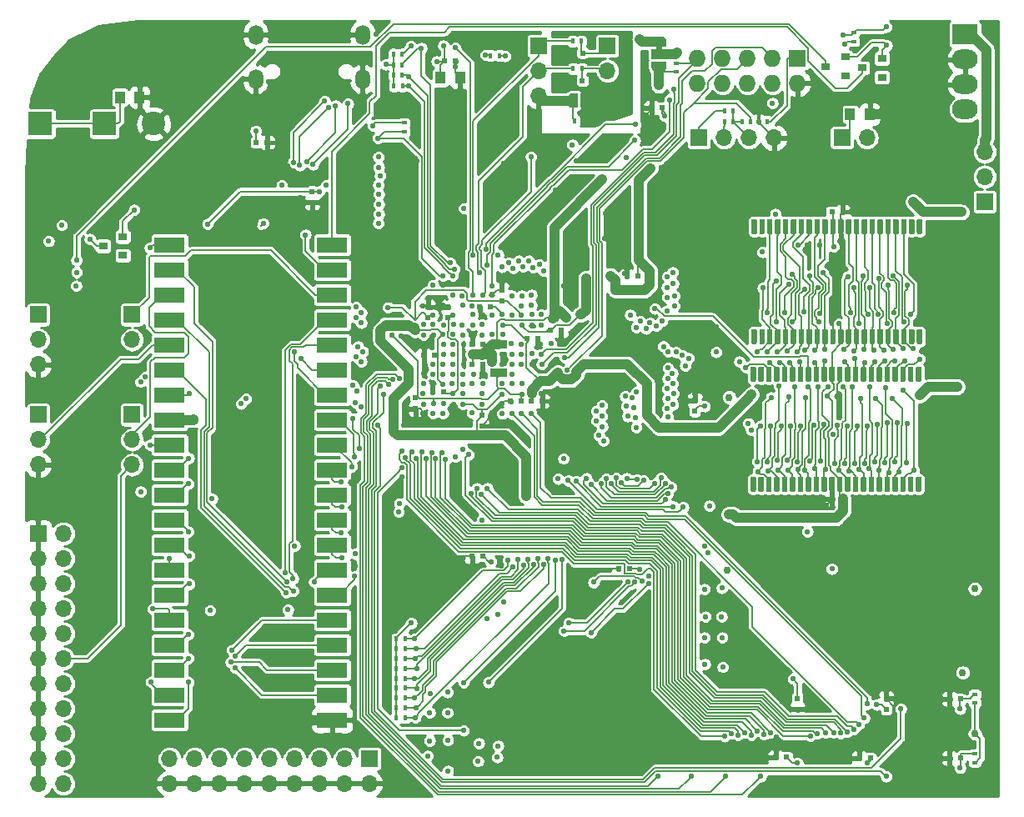
<source format=gbl>
G04 #@! TF.GenerationSoftware,KiCad,Pcbnew,(5.1.0)-1*
G04 #@! TF.CreationDate,2021-05-08T22:38:50+01:00*
G04 #@! TF.ProjectId,blit-cpu-mk3,626c6974-2d63-4707-952d-6d6b332e6b69,3.00*
G04 #@! TF.SameCoordinates,Original*
G04 #@! TF.FileFunction,Copper,L4,Bot*
G04 #@! TF.FilePolarity,Positive*
%FSLAX46Y46*%
G04 Gerber Fmt 4.6, Leading zero omitted, Abs format (unit mm)*
G04 Created by KiCad (PCBNEW (5.1.0)-1) date 2021-05-08 22:38:50*
%MOMM*%
%LPD*%
G04 APERTURE LIST*
%ADD10C,0.100000*%
%ADD11O,1.500000X2.000000*%
%ADD12R,0.600000X0.400000*%
%ADD13R,0.400000X0.600000*%
%ADD14R,0.900000X0.800000*%
%ADD15O,1.700000X1.700000*%
%ADD16R,1.700000X1.700000*%
%ADD17R,0.600000X0.500000*%
%ADD18C,0.500000*%
%ADD19R,1.500000X1.000000*%
%ADD20C,0.550000*%
%ADD21R,0.500000X0.600000*%
%ADD22C,2.400000*%
%ADD23R,2.400000X2.400000*%
%ADD24O,1.727200X1.727200*%
%ADD25R,1.727200X1.727200*%
%ADD26R,3.100000X1.600000*%
%ADD27R,2.600000X2.000000*%
%ADD28O,2.600000X2.000000*%
%ADD29R,1.700000X0.900000*%
%ADD30R,1.000000X1.250000*%
%ADD31C,0.560000*%
%ADD32C,0.762000*%
%ADD33C,0.200000*%
%ADD34C,1.000000*%
%ADD35C,0.150000*%
%ADD36C,0.254000*%
G04 APERTURE END LIST*
D10*
G36*
X86630000Y-25120000D02*
G01*
X86630000Y-25620000D01*
X87230000Y-25620000D01*
X87230000Y-25120000D01*
X86630000Y-25120000D01*
G37*
D11*
X56825000Y-24050000D03*
X45975000Y-24050000D03*
X45975000Y-28550000D03*
X56825000Y-28550000D03*
D12*
X88730000Y-27820000D03*
X88730000Y-26920000D03*
D13*
X95350000Y-32870000D03*
X96250000Y-32870000D03*
X97040000Y-32870000D03*
X97940000Y-32870000D03*
X79300000Y-32785000D03*
X78400000Y-32785000D03*
D14*
X32500000Y-44550000D03*
X32500000Y-46450000D03*
X30500000Y-45500000D03*
D13*
X61150000Y-85400000D03*
X60250000Y-85400000D03*
X61150000Y-86400000D03*
X60250000Y-86400000D03*
X61150000Y-87400000D03*
X60250000Y-87400000D03*
X61150000Y-88400000D03*
X60250000Y-88400000D03*
X61150000Y-89400000D03*
X60250000Y-89400000D03*
X61150000Y-90400000D03*
X60250000Y-90400000D03*
X61150000Y-91400000D03*
X60250000Y-91400000D03*
X61150000Y-92400000D03*
X60250000Y-92400000D03*
X61150000Y-93400000D03*
X60250000Y-93400000D03*
D15*
X120000000Y-35920000D03*
X120000000Y-38460000D03*
D16*
X120000000Y-41000000D03*
D17*
X67920000Y-57550000D03*
X69020000Y-57550000D03*
X69060000Y-55460000D03*
X67960000Y-55460000D03*
D18*
X86930000Y-24720000D03*
D10*
G36*
X86180000Y-25270000D02*
G01*
X86180000Y-24720000D01*
X86180602Y-24720000D01*
X86180602Y-24695466D01*
X86185412Y-24646635D01*
X86194984Y-24598510D01*
X86209228Y-24551555D01*
X86228005Y-24506222D01*
X86251136Y-24462949D01*
X86278396Y-24422150D01*
X86309524Y-24384221D01*
X86344221Y-24349524D01*
X86382150Y-24318396D01*
X86422949Y-24291136D01*
X86466222Y-24268005D01*
X86511555Y-24249228D01*
X86558510Y-24234984D01*
X86606635Y-24225412D01*
X86655466Y-24220602D01*
X86680000Y-24220602D01*
X86680000Y-24220000D01*
X87180000Y-24220000D01*
X87180000Y-24220602D01*
X87204534Y-24220602D01*
X87253365Y-24225412D01*
X87301490Y-24234984D01*
X87348445Y-24249228D01*
X87393778Y-24268005D01*
X87437051Y-24291136D01*
X87477850Y-24318396D01*
X87515779Y-24349524D01*
X87550476Y-24384221D01*
X87581604Y-24422150D01*
X87608864Y-24462949D01*
X87631995Y-24506222D01*
X87650772Y-24551555D01*
X87665016Y-24598510D01*
X87674588Y-24646635D01*
X87679398Y-24695466D01*
X87679398Y-24720000D01*
X87680000Y-24720000D01*
X87680000Y-25270000D01*
X86180000Y-25270000D01*
X86180000Y-25270000D01*
G37*
D19*
X86930000Y-26020000D03*
D18*
X86930000Y-27320000D03*
D10*
G36*
X87679398Y-27320000D02*
G01*
X87679398Y-27344534D01*
X87674588Y-27393365D01*
X87665016Y-27441490D01*
X87650772Y-27488445D01*
X87631995Y-27533778D01*
X87608864Y-27577051D01*
X87581604Y-27617850D01*
X87550476Y-27655779D01*
X87515779Y-27690476D01*
X87477850Y-27721604D01*
X87437051Y-27748864D01*
X87393778Y-27771995D01*
X87348445Y-27790772D01*
X87301490Y-27805016D01*
X87253365Y-27814588D01*
X87204534Y-27819398D01*
X87180000Y-27819398D01*
X87180000Y-27820000D01*
X86680000Y-27820000D01*
X86680000Y-27819398D01*
X86655466Y-27819398D01*
X86606635Y-27814588D01*
X86558510Y-27805016D01*
X86511555Y-27790772D01*
X86466222Y-27771995D01*
X86422949Y-27748864D01*
X86382150Y-27721604D01*
X86344221Y-27690476D01*
X86309524Y-27655779D01*
X86278396Y-27617850D01*
X86251136Y-27577051D01*
X86228005Y-27533778D01*
X86209228Y-27488445D01*
X86194984Y-27441490D01*
X86185412Y-27393365D01*
X86180602Y-27344534D01*
X86180602Y-27320000D01*
X86180000Y-27320000D01*
X86180000Y-26770000D01*
X87680000Y-26770000D01*
X87680000Y-27320000D01*
X87679398Y-27320000D01*
X87679398Y-27320000D01*
G37*
D12*
X106690000Y-24740000D03*
X106690000Y-23840000D03*
D10*
G36*
X96740977Y-42750662D02*
G01*
X96754325Y-42752642D01*
X96767414Y-42755921D01*
X96780119Y-42760467D01*
X96792317Y-42766236D01*
X96803891Y-42773173D01*
X96814729Y-42781211D01*
X96824727Y-42790273D01*
X96833789Y-42800271D01*
X96841827Y-42811109D01*
X96848764Y-42822683D01*
X96854533Y-42834881D01*
X96859079Y-42847586D01*
X96862358Y-42860675D01*
X96864338Y-42874023D01*
X96865000Y-42887500D01*
X96865000Y-44137500D01*
X96864338Y-44150977D01*
X96862358Y-44164325D01*
X96859079Y-44177414D01*
X96854533Y-44190119D01*
X96848764Y-44202317D01*
X96841827Y-44213891D01*
X96833789Y-44224729D01*
X96824727Y-44234727D01*
X96814729Y-44243789D01*
X96803891Y-44251827D01*
X96792317Y-44258764D01*
X96780119Y-44264533D01*
X96767414Y-44269079D01*
X96754325Y-44272358D01*
X96740977Y-44274338D01*
X96727500Y-44275000D01*
X96452500Y-44275000D01*
X96439023Y-44274338D01*
X96425675Y-44272358D01*
X96412586Y-44269079D01*
X96399881Y-44264533D01*
X96387683Y-44258764D01*
X96376109Y-44251827D01*
X96365271Y-44243789D01*
X96355273Y-44234727D01*
X96346211Y-44224729D01*
X96338173Y-44213891D01*
X96331236Y-44202317D01*
X96325467Y-44190119D01*
X96320921Y-44177414D01*
X96317642Y-44164325D01*
X96315662Y-44150977D01*
X96315000Y-44137500D01*
X96315000Y-42887500D01*
X96315662Y-42874023D01*
X96317642Y-42860675D01*
X96320921Y-42847586D01*
X96325467Y-42834881D01*
X96331236Y-42822683D01*
X96338173Y-42811109D01*
X96346211Y-42800271D01*
X96355273Y-42790273D01*
X96365271Y-42781211D01*
X96376109Y-42773173D01*
X96387683Y-42766236D01*
X96399881Y-42760467D01*
X96412586Y-42755921D01*
X96425675Y-42752642D01*
X96439023Y-42750662D01*
X96452500Y-42750000D01*
X96727500Y-42750000D01*
X96740977Y-42750662D01*
X96740977Y-42750662D01*
G37*
D20*
X96590000Y-43512500D03*
D10*
G36*
X97540977Y-42750662D02*
G01*
X97554325Y-42752642D01*
X97567414Y-42755921D01*
X97580119Y-42760467D01*
X97592317Y-42766236D01*
X97603891Y-42773173D01*
X97614729Y-42781211D01*
X97624727Y-42790273D01*
X97633789Y-42800271D01*
X97641827Y-42811109D01*
X97648764Y-42822683D01*
X97654533Y-42834881D01*
X97659079Y-42847586D01*
X97662358Y-42860675D01*
X97664338Y-42874023D01*
X97665000Y-42887500D01*
X97665000Y-44137500D01*
X97664338Y-44150977D01*
X97662358Y-44164325D01*
X97659079Y-44177414D01*
X97654533Y-44190119D01*
X97648764Y-44202317D01*
X97641827Y-44213891D01*
X97633789Y-44224729D01*
X97624727Y-44234727D01*
X97614729Y-44243789D01*
X97603891Y-44251827D01*
X97592317Y-44258764D01*
X97580119Y-44264533D01*
X97567414Y-44269079D01*
X97554325Y-44272358D01*
X97540977Y-44274338D01*
X97527500Y-44275000D01*
X97252500Y-44275000D01*
X97239023Y-44274338D01*
X97225675Y-44272358D01*
X97212586Y-44269079D01*
X97199881Y-44264533D01*
X97187683Y-44258764D01*
X97176109Y-44251827D01*
X97165271Y-44243789D01*
X97155273Y-44234727D01*
X97146211Y-44224729D01*
X97138173Y-44213891D01*
X97131236Y-44202317D01*
X97125467Y-44190119D01*
X97120921Y-44177414D01*
X97117642Y-44164325D01*
X97115662Y-44150977D01*
X97115000Y-44137500D01*
X97115000Y-42887500D01*
X97115662Y-42874023D01*
X97117642Y-42860675D01*
X97120921Y-42847586D01*
X97125467Y-42834881D01*
X97131236Y-42822683D01*
X97138173Y-42811109D01*
X97146211Y-42800271D01*
X97155273Y-42790273D01*
X97165271Y-42781211D01*
X97176109Y-42773173D01*
X97187683Y-42766236D01*
X97199881Y-42760467D01*
X97212586Y-42755921D01*
X97225675Y-42752642D01*
X97239023Y-42750662D01*
X97252500Y-42750000D01*
X97527500Y-42750000D01*
X97540977Y-42750662D01*
X97540977Y-42750662D01*
G37*
D20*
X97390000Y-43512500D03*
D10*
G36*
X98340977Y-42750662D02*
G01*
X98354325Y-42752642D01*
X98367414Y-42755921D01*
X98380119Y-42760467D01*
X98392317Y-42766236D01*
X98403891Y-42773173D01*
X98414729Y-42781211D01*
X98424727Y-42790273D01*
X98433789Y-42800271D01*
X98441827Y-42811109D01*
X98448764Y-42822683D01*
X98454533Y-42834881D01*
X98459079Y-42847586D01*
X98462358Y-42860675D01*
X98464338Y-42874023D01*
X98465000Y-42887500D01*
X98465000Y-44137500D01*
X98464338Y-44150977D01*
X98462358Y-44164325D01*
X98459079Y-44177414D01*
X98454533Y-44190119D01*
X98448764Y-44202317D01*
X98441827Y-44213891D01*
X98433789Y-44224729D01*
X98424727Y-44234727D01*
X98414729Y-44243789D01*
X98403891Y-44251827D01*
X98392317Y-44258764D01*
X98380119Y-44264533D01*
X98367414Y-44269079D01*
X98354325Y-44272358D01*
X98340977Y-44274338D01*
X98327500Y-44275000D01*
X98052500Y-44275000D01*
X98039023Y-44274338D01*
X98025675Y-44272358D01*
X98012586Y-44269079D01*
X97999881Y-44264533D01*
X97987683Y-44258764D01*
X97976109Y-44251827D01*
X97965271Y-44243789D01*
X97955273Y-44234727D01*
X97946211Y-44224729D01*
X97938173Y-44213891D01*
X97931236Y-44202317D01*
X97925467Y-44190119D01*
X97920921Y-44177414D01*
X97917642Y-44164325D01*
X97915662Y-44150977D01*
X97915000Y-44137500D01*
X97915000Y-42887500D01*
X97915662Y-42874023D01*
X97917642Y-42860675D01*
X97920921Y-42847586D01*
X97925467Y-42834881D01*
X97931236Y-42822683D01*
X97938173Y-42811109D01*
X97946211Y-42800271D01*
X97955273Y-42790273D01*
X97965271Y-42781211D01*
X97976109Y-42773173D01*
X97987683Y-42766236D01*
X97999881Y-42760467D01*
X98012586Y-42755921D01*
X98025675Y-42752642D01*
X98039023Y-42750662D01*
X98052500Y-42750000D01*
X98327500Y-42750000D01*
X98340977Y-42750662D01*
X98340977Y-42750662D01*
G37*
D20*
X98190000Y-43512500D03*
D10*
G36*
X99140977Y-42750662D02*
G01*
X99154325Y-42752642D01*
X99167414Y-42755921D01*
X99180119Y-42760467D01*
X99192317Y-42766236D01*
X99203891Y-42773173D01*
X99214729Y-42781211D01*
X99224727Y-42790273D01*
X99233789Y-42800271D01*
X99241827Y-42811109D01*
X99248764Y-42822683D01*
X99254533Y-42834881D01*
X99259079Y-42847586D01*
X99262358Y-42860675D01*
X99264338Y-42874023D01*
X99265000Y-42887500D01*
X99265000Y-44137500D01*
X99264338Y-44150977D01*
X99262358Y-44164325D01*
X99259079Y-44177414D01*
X99254533Y-44190119D01*
X99248764Y-44202317D01*
X99241827Y-44213891D01*
X99233789Y-44224729D01*
X99224727Y-44234727D01*
X99214729Y-44243789D01*
X99203891Y-44251827D01*
X99192317Y-44258764D01*
X99180119Y-44264533D01*
X99167414Y-44269079D01*
X99154325Y-44272358D01*
X99140977Y-44274338D01*
X99127500Y-44275000D01*
X98852500Y-44275000D01*
X98839023Y-44274338D01*
X98825675Y-44272358D01*
X98812586Y-44269079D01*
X98799881Y-44264533D01*
X98787683Y-44258764D01*
X98776109Y-44251827D01*
X98765271Y-44243789D01*
X98755273Y-44234727D01*
X98746211Y-44224729D01*
X98738173Y-44213891D01*
X98731236Y-44202317D01*
X98725467Y-44190119D01*
X98720921Y-44177414D01*
X98717642Y-44164325D01*
X98715662Y-44150977D01*
X98715000Y-44137500D01*
X98715000Y-42887500D01*
X98715662Y-42874023D01*
X98717642Y-42860675D01*
X98720921Y-42847586D01*
X98725467Y-42834881D01*
X98731236Y-42822683D01*
X98738173Y-42811109D01*
X98746211Y-42800271D01*
X98755273Y-42790273D01*
X98765271Y-42781211D01*
X98776109Y-42773173D01*
X98787683Y-42766236D01*
X98799881Y-42760467D01*
X98812586Y-42755921D01*
X98825675Y-42752642D01*
X98839023Y-42750662D01*
X98852500Y-42750000D01*
X99127500Y-42750000D01*
X99140977Y-42750662D01*
X99140977Y-42750662D01*
G37*
D20*
X98990000Y-43512500D03*
D10*
G36*
X99940977Y-42750662D02*
G01*
X99954325Y-42752642D01*
X99967414Y-42755921D01*
X99980119Y-42760467D01*
X99992317Y-42766236D01*
X100003891Y-42773173D01*
X100014729Y-42781211D01*
X100024727Y-42790273D01*
X100033789Y-42800271D01*
X100041827Y-42811109D01*
X100048764Y-42822683D01*
X100054533Y-42834881D01*
X100059079Y-42847586D01*
X100062358Y-42860675D01*
X100064338Y-42874023D01*
X100065000Y-42887500D01*
X100065000Y-44137500D01*
X100064338Y-44150977D01*
X100062358Y-44164325D01*
X100059079Y-44177414D01*
X100054533Y-44190119D01*
X100048764Y-44202317D01*
X100041827Y-44213891D01*
X100033789Y-44224729D01*
X100024727Y-44234727D01*
X100014729Y-44243789D01*
X100003891Y-44251827D01*
X99992317Y-44258764D01*
X99980119Y-44264533D01*
X99967414Y-44269079D01*
X99954325Y-44272358D01*
X99940977Y-44274338D01*
X99927500Y-44275000D01*
X99652500Y-44275000D01*
X99639023Y-44274338D01*
X99625675Y-44272358D01*
X99612586Y-44269079D01*
X99599881Y-44264533D01*
X99587683Y-44258764D01*
X99576109Y-44251827D01*
X99565271Y-44243789D01*
X99555273Y-44234727D01*
X99546211Y-44224729D01*
X99538173Y-44213891D01*
X99531236Y-44202317D01*
X99525467Y-44190119D01*
X99520921Y-44177414D01*
X99517642Y-44164325D01*
X99515662Y-44150977D01*
X99515000Y-44137500D01*
X99515000Y-42887500D01*
X99515662Y-42874023D01*
X99517642Y-42860675D01*
X99520921Y-42847586D01*
X99525467Y-42834881D01*
X99531236Y-42822683D01*
X99538173Y-42811109D01*
X99546211Y-42800271D01*
X99555273Y-42790273D01*
X99565271Y-42781211D01*
X99576109Y-42773173D01*
X99587683Y-42766236D01*
X99599881Y-42760467D01*
X99612586Y-42755921D01*
X99625675Y-42752642D01*
X99639023Y-42750662D01*
X99652500Y-42750000D01*
X99927500Y-42750000D01*
X99940977Y-42750662D01*
X99940977Y-42750662D01*
G37*
D20*
X99790000Y-43512500D03*
D10*
G36*
X100740977Y-42750662D02*
G01*
X100754325Y-42752642D01*
X100767414Y-42755921D01*
X100780119Y-42760467D01*
X100792317Y-42766236D01*
X100803891Y-42773173D01*
X100814729Y-42781211D01*
X100824727Y-42790273D01*
X100833789Y-42800271D01*
X100841827Y-42811109D01*
X100848764Y-42822683D01*
X100854533Y-42834881D01*
X100859079Y-42847586D01*
X100862358Y-42860675D01*
X100864338Y-42874023D01*
X100865000Y-42887500D01*
X100865000Y-44137500D01*
X100864338Y-44150977D01*
X100862358Y-44164325D01*
X100859079Y-44177414D01*
X100854533Y-44190119D01*
X100848764Y-44202317D01*
X100841827Y-44213891D01*
X100833789Y-44224729D01*
X100824727Y-44234727D01*
X100814729Y-44243789D01*
X100803891Y-44251827D01*
X100792317Y-44258764D01*
X100780119Y-44264533D01*
X100767414Y-44269079D01*
X100754325Y-44272358D01*
X100740977Y-44274338D01*
X100727500Y-44275000D01*
X100452500Y-44275000D01*
X100439023Y-44274338D01*
X100425675Y-44272358D01*
X100412586Y-44269079D01*
X100399881Y-44264533D01*
X100387683Y-44258764D01*
X100376109Y-44251827D01*
X100365271Y-44243789D01*
X100355273Y-44234727D01*
X100346211Y-44224729D01*
X100338173Y-44213891D01*
X100331236Y-44202317D01*
X100325467Y-44190119D01*
X100320921Y-44177414D01*
X100317642Y-44164325D01*
X100315662Y-44150977D01*
X100315000Y-44137500D01*
X100315000Y-42887500D01*
X100315662Y-42874023D01*
X100317642Y-42860675D01*
X100320921Y-42847586D01*
X100325467Y-42834881D01*
X100331236Y-42822683D01*
X100338173Y-42811109D01*
X100346211Y-42800271D01*
X100355273Y-42790273D01*
X100365271Y-42781211D01*
X100376109Y-42773173D01*
X100387683Y-42766236D01*
X100399881Y-42760467D01*
X100412586Y-42755921D01*
X100425675Y-42752642D01*
X100439023Y-42750662D01*
X100452500Y-42750000D01*
X100727500Y-42750000D01*
X100740977Y-42750662D01*
X100740977Y-42750662D01*
G37*
D20*
X100590000Y-43512500D03*
D10*
G36*
X101540977Y-42750662D02*
G01*
X101554325Y-42752642D01*
X101567414Y-42755921D01*
X101580119Y-42760467D01*
X101592317Y-42766236D01*
X101603891Y-42773173D01*
X101614729Y-42781211D01*
X101624727Y-42790273D01*
X101633789Y-42800271D01*
X101641827Y-42811109D01*
X101648764Y-42822683D01*
X101654533Y-42834881D01*
X101659079Y-42847586D01*
X101662358Y-42860675D01*
X101664338Y-42874023D01*
X101665000Y-42887500D01*
X101665000Y-44137500D01*
X101664338Y-44150977D01*
X101662358Y-44164325D01*
X101659079Y-44177414D01*
X101654533Y-44190119D01*
X101648764Y-44202317D01*
X101641827Y-44213891D01*
X101633789Y-44224729D01*
X101624727Y-44234727D01*
X101614729Y-44243789D01*
X101603891Y-44251827D01*
X101592317Y-44258764D01*
X101580119Y-44264533D01*
X101567414Y-44269079D01*
X101554325Y-44272358D01*
X101540977Y-44274338D01*
X101527500Y-44275000D01*
X101252500Y-44275000D01*
X101239023Y-44274338D01*
X101225675Y-44272358D01*
X101212586Y-44269079D01*
X101199881Y-44264533D01*
X101187683Y-44258764D01*
X101176109Y-44251827D01*
X101165271Y-44243789D01*
X101155273Y-44234727D01*
X101146211Y-44224729D01*
X101138173Y-44213891D01*
X101131236Y-44202317D01*
X101125467Y-44190119D01*
X101120921Y-44177414D01*
X101117642Y-44164325D01*
X101115662Y-44150977D01*
X101115000Y-44137500D01*
X101115000Y-42887500D01*
X101115662Y-42874023D01*
X101117642Y-42860675D01*
X101120921Y-42847586D01*
X101125467Y-42834881D01*
X101131236Y-42822683D01*
X101138173Y-42811109D01*
X101146211Y-42800271D01*
X101155273Y-42790273D01*
X101165271Y-42781211D01*
X101176109Y-42773173D01*
X101187683Y-42766236D01*
X101199881Y-42760467D01*
X101212586Y-42755921D01*
X101225675Y-42752642D01*
X101239023Y-42750662D01*
X101252500Y-42750000D01*
X101527500Y-42750000D01*
X101540977Y-42750662D01*
X101540977Y-42750662D01*
G37*
D20*
X101390000Y-43512500D03*
D10*
G36*
X102340977Y-42750662D02*
G01*
X102354325Y-42752642D01*
X102367414Y-42755921D01*
X102380119Y-42760467D01*
X102392317Y-42766236D01*
X102403891Y-42773173D01*
X102414729Y-42781211D01*
X102424727Y-42790273D01*
X102433789Y-42800271D01*
X102441827Y-42811109D01*
X102448764Y-42822683D01*
X102454533Y-42834881D01*
X102459079Y-42847586D01*
X102462358Y-42860675D01*
X102464338Y-42874023D01*
X102465000Y-42887500D01*
X102465000Y-44137500D01*
X102464338Y-44150977D01*
X102462358Y-44164325D01*
X102459079Y-44177414D01*
X102454533Y-44190119D01*
X102448764Y-44202317D01*
X102441827Y-44213891D01*
X102433789Y-44224729D01*
X102424727Y-44234727D01*
X102414729Y-44243789D01*
X102403891Y-44251827D01*
X102392317Y-44258764D01*
X102380119Y-44264533D01*
X102367414Y-44269079D01*
X102354325Y-44272358D01*
X102340977Y-44274338D01*
X102327500Y-44275000D01*
X102052500Y-44275000D01*
X102039023Y-44274338D01*
X102025675Y-44272358D01*
X102012586Y-44269079D01*
X101999881Y-44264533D01*
X101987683Y-44258764D01*
X101976109Y-44251827D01*
X101965271Y-44243789D01*
X101955273Y-44234727D01*
X101946211Y-44224729D01*
X101938173Y-44213891D01*
X101931236Y-44202317D01*
X101925467Y-44190119D01*
X101920921Y-44177414D01*
X101917642Y-44164325D01*
X101915662Y-44150977D01*
X101915000Y-44137500D01*
X101915000Y-42887500D01*
X101915662Y-42874023D01*
X101917642Y-42860675D01*
X101920921Y-42847586D01*
X101925467Y-42834881D01*
X101931236Y-42822683D01*
X101938173Y-42811109D01*
X101946211Y-42800271D01*
X101955273Y-42790273D01*
X101965271Y-42781211D01*
X101976109Y-42773173D01*
X101987683Y-42766236D01*
X101999881Y-42760467D01*
X102012586Y-42755921D01*
X102025675Y-42752642D01*
X102039023Y-42750662D01*
X102052500Y-42750000D01*
X102327500Y-42750000D01*
X102340977Y-42750662D01*
X102340977Y-42750662D01*
G37*
D20*
X102190000Y-43512500D03*
D10*
G36*
X103140977Y-42750662D02*
G01*
X103154325Y-42752642D01*
X103167414Y-42755921D01*
X103180119Y-42760467D01*
X103192317Y-42766236D01*
X103203891Y-42773173D01*
X103214729Y-42781211D01*
X103224727Y-42790273D01*
X103233789Y-42800271D01*
X103241827Y-42811109D01*
X103248764Y-42822683D01*
X103254533Y-42834881D01*
X103259079Y-42847586D01*
X103262358Y-42860675D01*
X103264338Y-42874023D01*
X103265000Y-42887500D01*
X103265000Y-44137500D01*
X103264338Y-44150977D01*
X103262358Y-44164325D01*
X103259079Y-44177414D01*
X103254533Y-44190119D01*
X103248764Y-44202317D01*
X103241827Y-44213891D01*
X103233789Y-44224729D01*
X103224727Y-44234727D01*
X103214729Y-44243789D01*
X103203891Y-44251827D01*
X103192317Y-44258764D01*
X103180119Y-44264533D01*
X103167414Y-44269079D01*
X103154325Y-44272358D01*
X103140977Y-44274338D01*
X103127500Y-44275000D01*
X102852500Y-44275000D01*
X102839023Y-44274338D01*
X102825675Y-44272358D01*
X102812586Y-44269079D01*
X102799881Y-44264533D01*
X102787683Y-44258764D01*
X102776109Y-44251827D01*
X102765271Y-44243789D01*
X102755273Y-44234727D01*
X102746211Y-44224729D01*
X102738173Y-44213891D01*
X102731236Y-44202317D01*
X102725467Y-44190119D01*
X102720921Y-44177414D01*
X102717642Y-44164325D01*
X102715662Y-44150977D01*
X102715000Y-44137500D01*
X102715000Y-42887500D01*
X102715662Y-42874023D01*
X102717642Y-42860675D01*
X102720921Y-42847586D01*
X102725467Y-42834881D01*
X102731236Y-42822683D01*
X102738173Y-42811109D01*
X102746211Y-42800271D01*
X102755273Y-42790273D01*
X102765271Y-42781211D01*
X102776109Y-42773173D01*
X102787683Y-42766236D01*
X102799881Y-42760467D01*
X102812586Y-42755921D01*
X102825675Y-42752642D01*
X102839023Y-42750662D01*
X102852500Y-42750000D01*
X103127500Y-42750000D01*
X103140977Y-42750662D01*
X103140977Y-42750662D01*
G37*
D20*
X102990000Y-43512500D03*
D10*
G36*
X103940977Y-42750662D02*
G01*
X103954325Y-42752642D01*
X103967414Y-42755921D01*
X103980119Y-42760467D01*
X103992317Y-42766236D01*
X104003891Y-42773173D01*
X104014729Y-42781211D01*
X104024727Y-42790273D01*
X104033789Y-42800271D01*
X104041827Y-42811109D01*
X104048764Y-42822683D01*
X104054533Y-42834881D01*
X104059079Y-42847586D01*
X104062358Y-42860675D01*
X104064338Y-42874023D01*
X104065000Y-42887500D01*
X104065000Y-44137500D01*
X104064338Y-44150977D01*
X104062358Y-44164325D01*
X104059079Y-44177414D01*
X104054533Y-44190119D01*
X104048764Y-44202317D01*
X104041827Y-44213891D01*
X104033789Y-44224729D01*
X104024727Y-44234727D01*
X104014729Y-44243789D01*
X104003891Y-44251827D01*
X103992317Y-44258764D01*
X103980119Y-44264533D01*
X103967414Y-44269079D01*
X103954325Y-44272358D01*
X103940977Y-44274338D01*
X103927500Y-44275000D01*
X103652500Y-44275000D01*
X103639023Y-44274338D01*
X103625675Y-44272358D01*
X103612586Y-44269079D01*
X103599881Y-44264533D01*
X103587683Y-44258764D01*
X103576109Y-44251827D01*
X103565271Y-44243789D01*
X103555273Y-44234727D01*
X103546211Y-44224729D01*
X103538173Y-44213891D01*
X103531236Y-44202317D01*
X103525467Y-44190119D01*
X103520921Y-44177414D01*
X103517642Y-44164325D01*
X103515662Y-44150977D01*
X103515000Y-44137500D01*
X103515000Y-42887500D01*
X103515662Y-42874023D01*
X103517642Y-42860675D01*
X103520921Y-42847586D01*
X103525467Y-42834881D01*
X103531236Y-42822683D01*
X103538173Y-42811109D01*
X103546211Y-42800271D01*
X103555273Y-42790273D01*
X103565271Y-42781211D01*
X103576109Y-42773173D01*
X103587683Y-42766236D01*
X103599881Y-42760467D01*
X103612586Y-42755921D01*
X103625675Y-42752642D01*
X103639023Y-42750662D01*
X103652500Y-42750000D01*
X103927500Y-42750000D01*
X103940977Y-42750662D01*
X103940977Y-42750662D01*
G37*
D20*
X103790000Y-43512500D03*
D10*
G36*
X104740977Y-42750662D02*
G01*
X104754325Y-42752642D01*
X104767414Y-42755921D01*
X104780119Y-42760467D01*
X104792317Y-42766236D01*
X104803891Y-42773173D01*
X104814729Y-42781211D01*
X104824727Y-42790273D01*
X104833789Y-42800271D01*
X104841827Y-42811109D01*
X104848764Y-42822683D01*
X104854533Y-42834881D01*
X104859079Y-42847586D01*
X104862358Y-42860675D01*
X104864338Y-42874023D01*
X104865000Y-42887500D01*
X104865000Y-44137500D01*
X104864338Y-44150977D01*
X104862358Y-44164325D01*
X104859079Y-44177414D01*
X104854533Y-44190119D01*
X104848764Y-44202317D01*
X104841827Y-44213891D01*
X104833789Y-44224729D01*
X104824727Y-44234727D01*
X104814729Y-44243789D01*
X104803891Y-44251827D01*
X104792317Y-44258764D01*
X104780119Y-44264533D01*
X104767414Y-44269079D01*
X104754325Y-44272358D01*
X104740977Y-44274338D01*
X104727500Y-44275000D01*
X104452500Y-44275000D01*
X104439023Y-44274338D01*
X104425675Y-44272358D01*
X104412586Y-44269079D01*
X104399881Y-44264533D01*
X104387683Y-44258764D01*
X104376109Y-44251827D01*
X104365271Y-44243789D01*
X104355273Y-44234727D01*
X104346211Y-44224729D01*
X104338173Y-44213891D01*
X104331236Y-44202317D01*
X104325467Y-44190119D01*
X104320921Y-44177414D01*
X104317642Y-44164325D01*
X104315662Y-44150977D01*
X104315000Y-44137500D01*
X104315000Y-42887500D01*
X104315662Y-42874023D01*
X104317642Y-42860675D01*
X104320921Y-42847586D01*
X104325467Y-42834881D01*
X104331236Y-42822683D01*
X104338173Y-42811109D01*
X104346211Y-42800271D01*
X104355273Y-42790273D01*
X104365271Y-42781211D01*
X104376109Y-42773173D01*
X104387683Y-42766236D01*
X104399881Y-42760467D01*
X104412586Y-42755921D01*
X104425675Y-42752642D01*
X104439023Y-42750662D01*
X104452500Y-42750000D01*
X104727500Y-42750000D01*
X104740977Y-42750662D01*
X104740977Y-42750662D01*
G37*
D20*
X104590000Y-43512500D03*
D10*
G36*
X105540977Y-42750662D02*
G01*
X105554325Y-42752642D01*
X105567414Y-42755921D01*
X105580119Y-42760467D01*
X105592317Y-42766236D01*
X105603891Y-42773173D01*
X105614729Y-42781211D01*
X105624727Y-42790273D01*
X105633789Y-42800271D01*
X105641827Y-42811109D01*
X105648764Y-42822683D01*
X105654533Y-42834881D01*
X105659079Y-42847586D01*
X105662358Y-42860675D01*
X105664338Y-42874023D01*
X105665000Y-42887500D01*
X105665000Y-44137500D01*
X105664338Y-44150977D01*
X105662358Y-44164325D01*
X105659079Y-44177414D01*
X105654533Y-44190119D01*
X105648764Y-44202317D01*
X105641827Y-44213891D01*
X105633789Y-44224729D01*
X105624727Y-44234727D01*
X105614729Y-44243789D01*
X105603891Y-44251827D01*
X105592317Y-44258764D01*
X105580119Y-44264533D01*
X105567414Y-44269079D01*
X105554325Y-44272358D01*
X105540977Y-44274338D01*
X105527500Y-44275000D01*
X105252500Y-44275000D01*
X105239023Y-44274338D01*
X105225675Y-44272358D01*
X105212586Y-44269079D01*
X105199881Y-44264533D01*
X105187683Y-44258764D01*
X105176109Y-44251827D01*
X105165271Y-44243789D01*
X105155273Y-44234727D01*
X105146211Y-44224729D01*
X105138173Y-44213891D01*
X105131236Y-44202317D01*
X105125467Y-44190119D01*
X105120921Y-44177414D01*
X105117642Y-44164325D01*
X105115662Y-44150977D01*
X105115000Y-44137500D01*
X105115000Y-42887500D01*
X105115662Y-42874023D01*
X105117642Y-42860675D01*
X105120921Y-42847586D01*
X105125467Y-42834881D01*
X105131236Y-42822683D01*
X105138173Y-42811109D01*
X105146211Y-42800271D01*
X105155273Y-42790273D01*
X105165271Y-42781211D01*
X105176109Y-42773173D01*
X105187683Y-42766236D01*
X105199881Y-42760467D01*
X105212586Y-42755921D01*
X105225675Y-42752642D01*
X105239023Y-42750662D01*
X105252500Y-42750000D01*
X105527500Y-42750000D01*
X105540977Y-42750662D01*
X105540977Y-42750662D01*
G37*
D20*
X105390000Y-43512500D03*
D10*
G36*
X106340977Y-42750662D02*
G01*
X106354325Y-42752642D01*
X106367414Y-42755921D01*
X106380119Y-42760467D01*
X106392317Y-42766236D01*
X106403891Y-42773173D01*
X106414729Y-42781211D01*
X106424727Y-42790273D01*
X106433789Y-42800271D01*
X106441827Y-42811109D01*
X106448764Y-42822683D01*
X106454533Y-42834881D01*
X106459079Y-42847586D01*
X106462358Y-42860675D01*
X106464338Y-42874023D01*
X106465000Y-42887500D01*
X106465000Y-44137500D01*
X106464338Y-44150977D01*
X106462358Y-44164325D01*
X106459079Y-44177414D01*
X106454533Y-44190119D01*
X106448764Y-44202317D01*
X106441827Y-44213891D01*
X106433789Y-44224729D01*
X106424727Y-44234727D01*
X106414729Y-44243789D01*
X106403891Y-44251827D01*
X106392317Y-44258764D01*
X106380119Y-44264533D01*
X106367414Y-44269079D01*
X106354325Y-44272358D01*
X106340977Y-44274338D01*
X106327500Y-44275000D01*
X106052500Y-44275000D01*
X106039023Y-44274338D01*
X106025675Y-44272358D01*
X106012586Y-44269079D01*
X105999881Y-44264533D01*
X105987683Y-44258764D01*
X105976109Y-44251827D01*
X105965271Y-44243789D01*
X105955273Y-44234727D01*
X105946211Y-44224729D01*
X105938173Y-44213891D01*
X105931236Y-44202317D01*
X105925467Y-44190119D01*
X105920921Y-44177414D01*
X105917642Y-44164325D01*
X105915662Y-44150977D01*
X105915000Y-44137500D01*
X105915000Y-42887500D01*
X105915662Y-42874023D01*
X105917642Y-42860675D01*
X105920921Y-42847586D01*
X105925467Y-42834881D01*
X105931236Y-42822683D01*
X105938173Y-42811109D01*
X105946211Y-42800271D01*
X105955273Y-42790273D01*
X105965271Y-42781211D01*
X105976109Y-42773173D01*
X105987683Y-42766236D01*
X105999881Y-42760467D01*
X106012586Y-42755921D01*
X106025675Y-42752642D01*
X106039023Y-42750662D01*
X106052500Y-42750000D01*
X106327500Y-42750000D01*
X106340977Y-42750662D01*
X106340977Y-42750662D01*
G37*
D20*
X106190000Y-43512500D03*
D10*
G36*
X107140977Y-42750662D02*
G01*
X107154325Y-42752642D01*
X107167414Y-42755921D01*
X107180119Y-42760467D01*
X107192317Y-42766236D01*
X107203891Y-42773173D01*
X107214729Y-42781211D01*
X107224727Y-42790273D01*
X107233789Y-42800271D01*
X107241827Y-42811109D01*
X107248764Y-42822683D01*
X107254533Y-42834881D01*
X107259079Y-42847586D01*
X107262358Y-42860675D01*
X107264338Y-42874023D01*
X107265000Y-42887500D01*
X107265000Y-44137500D01*
X107264338Y-44150977D01*
X107262358Y-44164325D01*
X107259079Y-44177414D01*
X107254533Y-44190119D01*
X107248764Y-44202317D01*
X107241827Y-44213891D01*
X107233789Y-44224729D01*
X107224727Y-44234727D01*
X107214729Y-44243789D01*
X107203891Y-44251827D01*
X107192317Y-44258764D01*
X107180119Y-44264533D01*
X107167414Y-44269079D01*
X107154325Y-44272358D01*
X107140977Y-44274338D01*
X107127500Y-44275000D01*
X106852500Y-44275000D01*
X106839023Y-44274338D01*
X106825675Y-44272358D01*
X106812586Y-44269079D01*
X106799881Y-44264533D01*
X106787683Y-44258764D01*
X106776109Y-44251827D01*
X106765271Y-44243789D01*
X106755273Y-44234727D01*
X106746211Y-44224729D01*
X106738173Y-44213891D01*
X106731236Y-44202317D01*
X106725467Y-44190119D01*
X106720921Y-44177414D01*
X106717642Y-44164325D01*
X106715662Y-44150977D01*
X106715000Y-44137500D01*
X106715000Y-42887500D01*
X106715662Y-42874023D01*
X106717642Y-42860675D01*
X106720921Y-42847586D01*
X106725467Y-42834881D01*
X106731236Y-42822683D01*
X106738173Y-42811109D01*
X106746211Y-42800271D01*
X106755273Y-42790273D01*
X106765271Y-42781211D01*
X106776109Y-42773173D01*
X106787683Y-42766236D01*
X106799881Y-42760467D01*
X106812586Y-42755921D01*
X106825675Y-42752642D01*
X106839023Y-42750662D01*
X106852500Y-42750000D01*
X107127500Y-42750000D01*
X107140977Y-42750662D01*
X107140977Y-42750662D01*
G37*
D20*
X106990000Y-43512500D03*
D10*
G36*
X107940977Y-42750662D02*
G01*
X107954325Y-42752642D01*
X107967414Y-42755921D01*
X107980119Y-42760467D01*
X107992317Y-42766236D01*
X108003891Y-42773173D01*
X108014729Y-42781211D01*
X108024727Y-42790273D01*
X108033789Y-42800271D01*
X108041827Y-42811109D01*
X108048764Y-42822683D01*
X108054533Y-42834881D01*
X108059079Y-42847586D01*
X108062358Y-42860675D01*
X108064338Y-42874023D01*
X108065000Y-42887500D01*
X108065000Y-44137500D01*
X108064338Y-44150977D01*
X108062358Y-44164325D01*
X108059079Y-44177414D01*
X108054533Y-44190119D01*
X108048764Y-44202317D01*
X108041827Y-44213891D01*
X108033789Y-44224729D01*
X108024727Y-44234727D01*
X108014729Y-44243789D01*
X108003891Y-44251827D01*
X107992317Y-44258764D01*
X107980119Y-44264533D01*
X107967414Y-44269079D01*
X107954325Y-44272358D01*
X107940977Y-44274338D01*
X107927500Y-44275000D01*
X107652500Y-44275000D01*
X107639023Y-44274338D01*
X107625675Y-44272358D01*
X107612586Y-44269079D01*
X107599881Y-44264533D01*
X107587683Y-44258764D01*
X107576109Y-44251827D01*
X107565271Y-44243789D01*
X107555273Y-44234727D01*
X107546211Y-44224729D01*
X107538173Y-44213891D01*
X107531236Y-44202317D01*
X107525467Y-44190119D01*
X107520921Y-44177414D01*
X107517642Y-44164325D01*
X107515662Y-44150977D01*
X107515000Y-44137500D01*
X107515000Y-42887500D01*
X107515662Y-42874023D01*
X107517642Y-42860675D01*
X107520921Y-42847586D01*
X107525467Y-42834881D01*
X107531236Y-42822683D01*
X107538173Y-42811109D01*
X107546211Y-42800271D01*
X107555273Y-42790273D01*
X107565271Y-42781211D01*
X107576109Y-42773173D01*
X107587683Y-42766236D01*
X107599881Y-42760467D01*
X107612586Y-42755921D01*
X107625675Y-42752642D01*
X107639023Y-42750662D01*
X107652500Y-42750000D01*
X107927500Y-42750000D01*
X107940977Y-42750662D01*
X107940977Y-42750662D01*
G37*
D20*
X107790000Y-43512500D03*
D10*
G36*
X108740977Y-42750662D02*
G01*
X108754325Y-42752642D01*
X108767414Y-42755921D01*
X108780119Y-42760467D01*
X108792317Y-42766236D01*
X108803891Y-42773173D01*
X108814729Y-42781211D01*
X108824727Y-42790273D01*
X108833789Y-42800271D01*
X108841827Y-42811109D01*
X108848764Y-42822683D01*
X108854533Y-42834881D01*
X108859079Y-42847586D01*
X108862358Y-42860675D01*
X108864338Y-42874023D01*
X108865000Y-42887500D01*
X108865000Y-44137500D01*
X108864338Y-44150977D01*
X108862358Y-44164325D01*
X108859079Y-44177414D01*
X108854533Y-44190119D01*
X108848764Y-44202317D01*
X108841827Y-44213891D01*
X108833789Y-44224729D01*
X108824727Y-44234727D01*
X108814729Y-44243789D01*
X108803891Y-44251827D01*
X108792317Y-44258764D01*
X108780119Y-44264533D01*
X108767414Y-44269079D01*
X108754325Y-44272358D01*
X108740977Y-44274338D01*
X108727500Y-44275000D01*
X108452500Y-44275000D01*
X108439023Y-44274338D01*
X108425675Y-44272358D01*
X108412586Y-44269079D01*
X108399881Y-44264533D01*
X108387683Y-44258764D01*
X108376109Y-44251827D01*
X108365271Y-44243789D01*
X108355273Y-44234727D01*
X108346211Y-44224729D01*
X108338173Y-44213891D01*
X108331236Y-44202317D01*
X108325467Y-44190119D01*
X108320921Y-44177414D01*
X108317642Y-44164325D01*
X108315662Y-44150977D01*
X108315000Y-44137500D01*
X108315000Y-42887500D01*
X108315662Y-42874023D01*
X108317642Y-42860675D01*
X108320921Y-42847586D01*
X108325467Y-42834881D01*
X108331236Y-42822683D01*
X108338173Y-42811109D01*
X108346211Y-42800271D01*
X108355273Y-42790273D01*
X108365271Y-42781211D01*
X108376109Y-42773173D01*
X108387683Y-42766236D01*
X108399881Y-42760467D01*
X108412586Y-42755921D01*
X108425675Y-42752642D01*
X108439023Y-42750662D01*
X108452500Y-42750000D01*
X108727500Y-42750000D01*
X108740977Y-42750662D01*
X108740977Y-42750662D01*
G37*
D20*
X108590000Y-43512500D03*
D10*
G36*
X109540977Y-42750662D02*
G01*
X109554325Y-42752642D01*
X109567414Y-42755921D01*
X109580119Y-42760467D01*
X109592317Y-42766236D01*
X109603891Y-42773173D01*
X109614729Y-42781211D01*
X109624727Y-42790273D01*
X109633789Y-42800271D01*
X109641827Y-42811109D01*
X109648764Y-42822683D01*
X109654533Y-42834881D01*
X109659079Y-42847586D01*
X109662358Y-42860675D01*
X109664338Y-42874023D01*
X109665000Y-42887500D01*
X109665000Y-44137500D01*
X109664338Y-44150977D01*
X109662358Y-44164325D01*
X109659079Y-44177414D01*
X109654533Y-44190119D01*
X109648764Y-44202317D01*
X109641827Y-44213891D01*
X109633789Y-44224729D01*
X109624727Y-44234727D01*
X109614729Y-44243789D01*
X109603891Y-44251827D01*
X109592317Y-44258764D01*
X109580119Y-44264533D01*
X109567414Y-44269079D01*
X109554325Y-44272358D01*
X109540977Y-44274338D01*
X109527500Y-44275000D01*
X109252500Y-44275000D01*
X109239023Y-44274338D01*
X109225675Y-44272358D01*
X109212586Y-44269079D01*
X109199881Y-44264533D01*
X109187683Y-44258764D01*
X109176109Y-44251827D01*
X109165271Y-44243789D01*
X109155273Y-44234727D01*
X109146211Y-44224729D01*
X109138173Y-44213891D01*
X109131236Y-44202317D01*
X109125467Y-44190119D01*
X109120921Y-44177414D01*
X109117642Y-44164325D01*
X109115662Y-44150977D01*
X109115000Y-44137500D01*
X109115000Y-42887500D01*
X109115662Y-42874023D01*
X109117642Y-42860675D01*
X109120921Y-42847586D01*
X109125467Y-42834881D01*
X109131236Y-42822683D01*
X109138173Y-42811109D01*
X109146211Y-42800271D01*
X109155273Y-42790273D01*
X109165271Y-42781211D01*
X109176109Y-42773173D01*
X109187683Y-42766236D01*
X109199881Y-42760467D01*
X109212586Y-42755921D01*
X109225675Y-42752642D01*
X109239023Y-42750662D01*
X109252500Y-42750000D01*
X109527500Y-42750000D01*
X109540977Y-42750662D01*
X109540977Y-42750662D01*
G37*
D20*
X109390000Y-43512500D03*
D10*
G36*
X110340977Y-42750662D02*
G01*
X110354325Y-42752642D01*
X110367414Y-42755921D01*
X110380119Y-42760467D01*
X110392317Y-42766236D01*
X110403891Y-42773173D01*
X110414729Y-42781211D01*
X110424727Y-42790273D01*
X110433789Y-42800271D01*
X110441827Y-42811109D01*
X110448764Y-42822683D01*
X110454533Y-42834881D01*
X110459079Y-42847586D01*
X110462358Y-42860675D01*
X110464338Y-42874023D01*
X110465000Y-42887500D01*
X110465000Y-44137500D01*
X110464338Y-44150977D01*
X110462358Y-44164325D01*
X110459079Y-44177414D01*
X110454533Y-44190119D01*
X110448764Y-44202317D01*
X110441827Y-44213891D01*
X110433789Y-44224729D01*
X110424727Y-44234727D01*
X110414729Y-44243789D01*
X110403891Y-44251827D01*
X110392317Y-44258764D01*
X110380119Y-44264533D01*
X110367414Y-44269079D01*
X110354325Y-44272358D01*
X110340977Y-44274338D01*
X110327500Y-44275000D01*
X110052500Y-44275000D01*
X110039023Y-44274338D01*
X110025675Y-44272358D01*
X110012586Y-44269079D01*
X109999881Y-44264533D01*
X109987683Y-44258764D01*
X109976109Y-44251827D01*
X109965271Y-44243789D01*
X109955273Y-44234727D01*
X109946211Y-44224729D01*
X109938173Y-44213891D01*
X109931236Y-44202317D01*
X109925467Y-44190119D01*
X109920921Y-44177414D01*
X109917642Y-44164325D01*
X109915662Y-44150977D01*
X109915000Y-44137500D01*
X109915000Y-42887500D01*
X109915662Y-42874023D01*
X109917642Y-42860675D01*
X109920921Y-42847586D01*
X109925467Y-42834881D01*
X109931236Y-42822683D01*
X109938173Y-42811109D01*
X109946211Y-42800271D01*
X109955273Y-42790273D01*
X109965271Y-42781211D01*
X109976109Y-42773173D01*
X109987683Y-42766236D01*
X109999881Y-42760467D01*
X110012586Y-42755921D01*
X110025675Y-42752642D01*
X110039023Y-42750662D01*
X110052500Y-42750000D01*
X110327500Y-42750000D01*
X110340977Y-42750662D01*
X110340977Y-42750662D01*
G37*
D20*
X110190000Y-43512500D03*
D10*
G36*
X111140977Y-42750662D02*
G01*
X111154325Y-42752642D01*
X111167414Y-42755921D01*
X111180119Y-42760467D01*
X111192317Y-42766236D01*
X111203891Y-42773173D01*
X111214729Y-42781211D01*
X111224727Y-42790273D01*
X111233789Y-42800271D01*
X111241827Y-42811109D01*
X111248764Y-42822683D01*
X111254533Y-42834881D01*
X111259079Y-42847586D01*
X111262358Y-42860675D01*
X111264338Y-42874023D01*
X111265000Y-42887500D01*
X111265000Y-44137500D01*
X111264338Y-44150977D01*
X111262358Y-44164325D01*
X111259079Y-44177414D01*
X111254533Y-44190119D01*
X111248764Y-44202317D01*
X111241827Y-44213891D01*
X111233789Y-44224729D01*
X111224727Y-44234727D01*
X111214729Y-44243789D01*
X111203891Y-44251827D01*
X111192317Y-44258764D01*
X111180119Y-44264533D01*
X111167414Y-44269079D01*
X111154325Y-44272358D01*
X111140977Y-44274338D01*
X111127500Y-44275000D01*
X110852500Y-44275000D01*
X110839023Y-44274338D01*
X110825675Y-44272358D01*
X110812586Y-44269079D01*
X110799881Y-44264533D01*
X110787683Y-44258764D01*
X110776109Y-44251827D01*
X110765271Y-44243789D01*
X110755273Y-44234727D01*
X110746211Y-44224729D01*
X110738173Y-44213891D01*
X110731236Y-44202317D01*
X110725467Y-44190119D01*
X110720921Y-44177414D01*
X110717642Y-44164325D01*
X110715662Y-44150977D01*
X110715000Y-44137500D01*
X110715000Y-42887500D01*
X110715662Y-42874023D01*
X110717642Y-42860675D01*
X110720921Y-42847586D01*
X110725467Y-42834881D01*
X110731236Y-42822683D01*
X110738173Y-42811109D01*
X110746211Y-42800271D01*
X110755273Y-42790273D01*
X110765271Y-42781211D01*
X110776109Y-42773173D01*
X110787683Y-42766236D01*
X110799881Y-42760467D01*
X110812586Y-42755921D01*
X110825675Y-42752642D01*
X110839023Y-42750662D01*
X110852500Y-42750000D01*
X111127500Y-42750000D01*
X111140977Y-42750662D01*
X111140977Y-42750662D01*
G37*
D20*
X110990000Y-43512500D03*
D10*
G36*
X111940977Y-42750662D02*
G01*
X111954325Y-42752642D01*
X111967414Y-42755921D01*
X111980119Y-42760467D01*
X111992317Y-42766236D01*
X112003891Y-42773173D01*
X112014729Y-42781211D01*
X112024727Y-42790273D01*
X112033789Y-42800271D01*
X112041827Y-42811109D01*
X112048764Y-42822683D01*
X112054533Y-42834881D01*
X112059079Y-42847586D01*
X112062358Y-42860675D01*
X112064338Y-42874023D01*
X112065000Y-42887500D01*
X112065000Y-44137500D01*
X112064338Y-44150977D01*
X112062358Y-44164325D01*
X112059079Y-44177414D01*
X112054533Y-44190119D01*
X112048764Y-44202317D01*
X112041827Y-44213891D01*
X112033789Y-44224729D01*
X112024727Y-44234727D01*
X112014729Y-44243789D01*
X112003891Y-44251827D01*
X111992317Y-44258764D01*
X111980119Y-44264533D01*
X111967414Y-44269079D01*
X111954325Y-44272358D01*
X111940977Y-44274338D01*
X111927500Y-44275000D01*
X111652500Y-44275000D01*
X111639023Y-44274338D01*
X111625675Y-44272358D01*
X111612586Y-44269079D01*
X111599881Y-44264533D01*
X111587683Y-44258764D01*
X111576109Y-44251827D01*
X111565271Y-44243789D01*
X111555273Y-44234727D01*
X111546211Y-44224729D01*
X111538173Y-44213891D01*
X111531236Y-44202317D01*
X111525467Y-44190119D01*
X111520921Y-44177414D01*
X111517642Y-44164325D01*
X111515662Y-44150977D01*
X111515000Y-44137500D01*
X111515000Y-42887500D01*
X111515662Y-42874023D01*
X111517642Y-42860675D01*
X111520921Y-42847586D01*
X111525467Y-42834881D01*
X111531236Y-42822683D01*
X111538173Y-42811109D01*
X111546211Y-42800271D01*
X111555273Y-42790273D01*
X111565271Y-42781211D01*
X111576109Y-42773173D01*
X111587683Y-42766236D01*
X111599881Y-42760467D01*
X111612586Y-42755921D01*
X111625675Y-42752642D01*
X111639023Y-42750662D01*
X111652500Y-42750000D01*
X111927500Y-42750000D01*
X111940977Y-42750662D01*
X111940977Y-42750662D01*
G37*
D20*
X111790000Y-43512500D03*
D10*
G36*
X112740977Y-42750662D02*
G01*
X112754325Y-42752642D01*
X112767414Y-42755921D01*
X112780119Y-42760467D01*
X112792317Y-42766236D01*
X112803891Y-42773173D01*
X112814729Y-42781211D01*
X112824727Y-42790273D01*
X112833789Y-42800271D01*
X112841827Y-42811109D01*
X112848764Y-42822683D01*
X112854533Y-42834881D01*
X112859079Y-42847586D01*
X112862358Y-42860675D01*
X112864338Y-42874023D01*
X112865000Y-42887500D01*
X112865000Y-44137500D01*
X112864338Y-44150977D01*
X112862358Y-44164325D01*
X112859079Y-44177414D01*
X112854533Y-44190119D01*
X112848764Y-44202317D01*
X112841827Y-44213891D01*
X112833789Y-44224729D01*
X112824727Y-44234727D01*
X112814729Y-44243789D01*
X112803891Y-44251827D01*
X112792317Y-44258764D01*
X112780119Y-44264533D01*
X112767414Y-44269079D01*
X112754325Y-44272358D01*
X112740977Y-44274338D01*
X112727500Y-44275000D01*
X112452500Y-44275000D01*
X112439023Y-44274338D01*
X112425675Y-44272358D01*
X112412586Y-44269079D01*
X112399881Y-44264533D01*
X112387683Y-44258764D01*
X112376109Y-44251827D01*
X112365271Y-44243789D01*
X112355273Y-44234727D01*
X112346211Y-44224729D01*
X112338173Y-44213891D01*
X112331236Y-44202317D01*
X112325467Y-44190119D01*
X112320921Y-44177414D01*
X112317642Y-44164325D01*
X112315662Y-44150977D01*
X112315000Y-44137500D01*
X112315000Y-42887500D01*
X112315662Y-42874023D01*
X112317642Y-42860675D01*
X112320921Y-42847586D01*
X112325467Y-42834881D01*
X112331236Y-42822683D01*
X112338173Y-42811109D01*
X112346211Y-42800271D01*
X112355273Y-42790273D01*
X112365271Y-42781211D01*
X112376109Y-42773173D01*
X112387683Y-42766236D01*
X112399881Y-42760467D01*
X112412586Y-42755921D01*
X112425675Y-42752642D01*
X112439023Y-42750662D01*
X112452500Y-42750000D01*
X112727500Y-42750000D01*
X112740977Y-42750662D01*
X112740977Y-42750662D01*
G37*
D20*
X112590000Y-43512500D03*
D10*
G36*
X113540977Y-42750662D02*
G01*
X113554325Y-42752642D01*
X113567414Y-42755921D01*
X113580119Y-42760467D01*
X113592317Y-42766236D01*
X113603891Y-42773173D01*
X113614729Y-42781211D01*
X113624727Y-42790273D01*
X113633789Y-42800271D01*
X113641827Y-42811109D01*
X113648764Y-42822683D01*
X113654533Y-42834881D01*
X113659079Y-42847586D01*
X113662358Y-42860675D01*
X113664338Y-42874023D01*
X113665000Y-42887500D01*
X113665000Y-44137500D01*
X113664338Y-44150977D01*
X113662358Y-44164325D01*
X113659079Y-44177414D01*
X113654533Y-44190119D01*
X113648764Y-44202317D01*
X113641827Y-44213891D01*
X113633789Y-44224729D01*
X113624727Y-44234727D01*
X113614729Y-44243789D01*
X113603891Y-44251827D01*
X113592317Y-44258764D01*
X113580119Y-44264533D01*
X113567414Y-44269079D01*
X113554325Y-44272358D01*
X113540977Y-44274338D01*
X113527500Y-44275000D01*
X113252500Y-44275000D01*
X113239023Y-44274338D01*
X113225675Y-44272358D01*
X113212586Y-44269079D01*
X113199881Y-44264533D01*
X113187683Y-44258764D01*
X113176109Y-44251827D01*
X113165271Y-44243789D01*
X113155273Y-44234727D01*
X113146211Y-44224729D01*
X113138173Y-44213891D01*
X113131236Y-44202317D01*
X113125467Y-44190119D01*
X113120921Y-44177414D01*
X113117642Y-44164325D01*
X113115662Y-44150977D01*
X113115000Y-44137500D01*
X113115000Y-42887500D01*
X113115662Y-42874023D01*
X113117642Y-42860675D01*
X113120921Y-42847586D01*
X113125467Y-42834881D01*
X113131236Y-42822683D01*
X113138173Y-42811109D01*
X113146211Y-42800271D01*
X113155273Y-42790273D01*
X113165271Y-42781211D01*
X113176109Y-42773173D01*
X113187683Y-42766236D01*
X113199881Y-42760467D01*
X113212586Y-42755921D01*
X113225675Y-42752642D01*
X113239023Y-42750662D01*
X113252500Y-42750000D01*
X113527500Y-42750000D01*
X113540977Y-42750662D01*
X113540977Y-42750662D01*
G37*
D20*
X113390000Y-43512500D03*
D10*
G36*
X113540977Y-53925662D02*
G01*
X113554325Y-53927642D01*
X113567414Y-53930921D01*
X113580119Y-53935467D01*
X113592317Y-53941236D01*
X113603891Y-53948173D01*
X113614729Y-53956211D01*
X113624727Y-53965273D01*
X113633789Y-53975271D01*
X113641827Y-53986109D01*
X113648764Y-53997683D01*
X113654533Y-54009881D01*
X113659079Y-54022586D01*
X113662358Y-54035675D01*
X113664338Y-54049023D01*
X113665000Y-54062500D01*
X113665000Y-55312500D01*
X113664338Y-55325977D01*
X113662358Y-55339325D01*
X113659079Y-55352414D01*
X113654533Y-55365119D01*
X113648764Y-55377317D01*
X113641827Y-55388891D01*
X113633789Y-55399729D01*
X113624727Y-55409727D01*
X113614729Y-55418789D01*
X113603891Y-55426827D01*
X113592317Y-55433764D01*
X113580119Y-55439533D01*
X113567414Y-55444079D01*
X113554325Y-55447358D01*
X113540977Y-55449338D01*
X113527500Y-55450000D01*
X113252500Y-55450000D01*
X113239023Y-55449338D01*
X113225675Y-55447358D01*
X113212586Y-55444079D01*
X113199881Y-55439533D01*
X113187683Y-55433764D01*
X113176109Y-55426827D01*
X113165271Y-55418789D01*
X113155273Y-55409727D01*
X113146211Y-55399729D01*
X113138173Y-55388891D01*
X113131236Y-55377317D01*
X113125467Y-55365119D01*
X113120921Y-55352414D01*
X113117642Y-55339325D01*
X113115662Y-55325977D01*
X113115000Y-55312500D01*
X113115000Y-54062500D01*
X113115662Y-54049023D01*
X113117642Y-54035675D01*
X113120921Y-54022586D01*
X113125467Y-54009881D01*
X113131236Y-53997683D01*
X113138173Y-53986109D01*
X113146211Y-53975271D01*
X113155273Y-53965273D01*
X113165271Y-53956211D01*
X113176109Y-53948173D01*
X113187683Y-53941236D01*
X113199881Y-53935467D01*
X113212586Y-53930921D01*
X113225675Y-53927642D01*
X113239023Y-53925662D01*
X113252500Y-53925000D01*
X113527500Y-53925000D01*
X113540977Y-53925662D01*
X113540977Y-53925662D01*
G37*
D20*
X113390000Y-54687500D03*
D10*
G36*
X112740977Y-53925662D02*
G01*
X112754325Y-53927642D01*
X112767414Y-53930921D01*
X112780119Y-53935467D01*
X112792317Y-53941236D01*
X112803891Y-53948173D01*
X112814729Y-53956211D01*
X112824727Y-53965273D01*
X112833789Y-53975271D01*
X112841827Y-53986109D01*
X112848764Y-53997683D01*
X112854533Y-54009881D01*
X112859079Y-54022586D01*
X112862358Y-54035675D01*
X112864338Y-54049023D01*
X112865000Y-54062500D01*
X112865000Y-55312500D01*
X112864338Y-55325977D01*
X112862358Y-55339325D01*
X112859079Y-55352414D01*
X112854533Y-55365119D01*
X112848764Y-55377317D01*
X112841827Y-55388891D01*
X112833789Y-55399729D01*
X112824727Y-55409727D01*
X112814729Y-55418789D01*
X112803891Y-55426827D01*
X112792317Y-55433764D01*
X112780119Y-55439533D01*
X112767414Y-55444079D01*
X112754325Y-55447358D01*
X112740977Y-55449338D01*
X112727500Y-55450000D01*
X112452500Y-55450000D01*
X112439023Y-55449338D01*
X112425675Y-55447358D01*
X112412586Y-55444079D01*
X112399881Y-55439533D01*
X112387683Y-55433764D01*
X112376109Y-55426827D01*
X112365271Y-55418789D01*
X112355273Y-55409727D01*
X112346211Y-55399729D01*
X112338173Y-55388891D01*
X112331236Y-55377317D01*
X112325467Y-55365119D01*
X112320921Y-55352414D01*
X112317642Y-55339325D01*
X112315662Y-55325977D01*
X112315000Y-55312500D01*
X112315000Y-54062500D01*
X112315662Y-54049023D01*
X112317642Y-54035675D01*
X112320921Y-54022586D01*
X112325467Y-54009881D01*
X112331236Y-53997683D01*
X112338173Y-53986109D01*
X112346211Y-53975271D01*
X112355273Y-53965273D01*
X112365271Y-53956211D01*
X112376109Y-53948173D01*
X112387683Y-53941236D01*
X112399881Y-53935467D01*
X112412586Y-53930921D01*
X112425675Y-53927642D01*
X112439023Y-53925662D01*
X112452500Y-53925000D01*
X112727500Y-53925000D01*
X112740977Y-53925662D01*
X112740977Y-53925662D01*
G37*
D20*
X112590000Y-54687500D03*
D10*
G36*
X111940977Y-53925662D02*
G01*
X111954325Y-53927642D01*
X111967414Y-53930921D01*
X111980119Y-53935467D01*
X111992317Y-53941236D01*
X112003891Y-53948173D01*
X112014729Y-53956211D01*
X112024727Y-53965273D01*
X112033789Y-53975271D01*
X112041827Y-53986109D01*
X112048764Y-53997683D01*
X112054533Y-54009881D01*
X112059079Y-54022586D01*
X112062358Y-54035675D01*
X112064338Y-54049023D01*
X112065000Y-54062500D01*
X112065000Y-55312500D01*
X112064338Y-55325977D01*
X112062358Y-55339325D01*
X112059079Y-55352414D01*
X112054533Y-55365119D01*
X112048764Y-55377317D01*
X112041827Y-55388891D01*
X112033789Y-55399729D01*
X112024727Y-55409727D01*
X112014729Y-55418789D01*
X112003891Y-55426827D01*
X111992317Y-55433764D01*
X111980119Y-55439533D01*
X111967414Y-55444079D01*
X111954325Y-55447358D01*
X111940977Y-55449338D01*
X111927500Y-55450000D01*
X111652500Y-55450000D01*
X111639023Y-55449338D01*
X111625675Y-55447358D01*
X111612586Y-55444079D01*
X111599881Y-55439533D01*
X111587683Y-55433764D01*
X111576109Y-55426827D01*
X111565271Y-55418789D01*
X111555273Y-55409727D01*
X111546211Y-55399729D01*
X111538173Y-55388891D01*
X111531236Y-55377317D01*
X111525467Y-55365119D01*
X111520921Y-55352414D01*
X111517642Y-55339325D01*
X111515662Y-55325977D01*
X111515000Y-55312500D01*
X111515000Y-54062500D01*
X111515662Y-54049023D01*
X111517642Y-54035675D01*
X111520921Y-54022586D01*
X111525467Y-54009881D01*
X111531236Y-53997683D01*
X111538173Y-53986109D01*
X111546211Y-53975271D01*
X111555273Y-53965273D01*
X111565271Y-53956211D01*
X111576109Y-53948173D01*
X111587683Y-53941236D01*
X111599881Y-53935467D01*
X111612586Y-53930921D01*
X111625675Y-53927642D01*
X111639023Y-53925662D01*
X111652500Y-53925000D01*
X111927500Y-53925000D01*
X111940977Y-53925662D01*
X111940977Y-53925662D01*
G37*
D20*
X111790000Y-54687500D03*
D10*
G36*
X111140977Y-53925662D02*
G01*
X111154325Y-53927642D01*
X111167414Y-53930921D01*
X111180119Y-53935467D01*
X111192317Y-53941236D01*
X111203891Y-53948173D01*
X111214729Y-53956211D01*
X111224727Y-53965273D01*
X111233789Y-53975271D01*
X111241827Y-53986109D01*
X111248764Y-53997683D01*
X111254533Y-54009881D01*
X111259079Y-54022586D01*
X111262358Y-54035675D01*
X111264338Y-54049023D01*
X111265000Y-54062500D01*
X111265000Y-55312500D01*
X111264338Y-55325977D01*
X111262358Y-55339325D01*
X111259079Y-55352414D01*
X111254533Y-55365119D01*
X111248764Y-55377317D01*
X111241827Y-55388891D01*
X111233789Y-55399729D01*
X111224727Y-55409727D01*
X111214729Y-55418789D01*
X111203891Y-55426827D01*
X111192317Y-55433764D01*
X111180119Y-55439533D01*
X111167414Y-55444079D01*
X111154325Y-55447358D01*
X111140977Y-55449338D01*
X111127500Y-55450000D01*
X110852500Y-55450000D01*
X110839023Y-55449338D01*
X110825675Y-55447358D01*
X110812586Y-55444079D01*
X110799881Y-55439533D01*
X110787683Y-55433764D01*
X110776109Y-55426827D01*
X110765271Y-55418789D01*
X110755273Y-55409727D01*
X110746211Y-55399729D01*
X110738173Y-55388891D01*
X110731236Y-55377317D01*
X110725467Y-55365119D01*
X110720921Y-55352414D01*
X110717642Y-55339325D01*
X110715662Y-55325977D01*
X110715000Y-55312500D01*
X110715000Y-54062500D01*
X110715662Y-54049023D01*
X110717642Y-54035675D01*
X110720921Y-54022586D01*
X110725467Y-54009881D01*
X110731236Y-53997683D01*
X110738173Y-53986109D01*
X110746211Y-53975271D01*
X110755273Y-53965273D01*
X110765271Y-53956211D01*
X110776109Y-53948173D01*
X110787683Y-53941236D01*
X110799881Y-53935467D01*
X110812586Y-53930921D01*
X110825675Y-53927642D01*
X110839023Y-53925662D01*
X110852500Y-53925000D01*
X111127500Y-53925000D01*
X111140977Y-53925662D01*
X111140977Y-53925662D01*
G37*
D20*
X110990000Y-54687500D03*
D10*
G36*
X110340977Y-53925662D02*
G01*
X110354325Y-53927642D01*
X110367414Y-53930921D01*
X110380119Y-53935467D01*
X110392317Y-53941236D01*
X110403891Y-53948173D01*
X110414729Y-53956211D01*
X110424727Y-53965273D01*
X110433789Y-53975271D01*
X110441827Y-53986109D01*
X110448764Y-53997683D01*
X110454533Y-54009881D01*
X110459079Y-54022586D01*
X110462358Y-54035675D01*
X110464338Y-54049023D01*
X110465000Y-54062500D01*
X110465000Y-55312500D01*
X110464338Y-55325977D01*
X110462358Y-55339325D01*
X110459079Y-55352414D01*
X110454533Y-55365119D01*
X110448764Y-55377317D01*
X110441827Y-55388891D01*
X110433789Y-55399729D01*
X110424727Y-55409727D01*
X110414729Y-55418789D01*
X110403891Y-55426827D01*
X110392317Y-55433764D01*
X110380119Y-55439533D01*
X110367414Y-55444079D01*
X110354325Y-55447358D01*
X110340977Y-55449338D01*
X110327500Y-55450000D01*
X110052500Y-55450000D01*
X110039023Y-55449338D01*
X110025675Y-55447358D01*
X110012586Y-55444079D01*
X109999881Y-55439533D01*
X109987683Y-55433764D01*
X109976109Y-55426827D01*
X109965271Y-55418789D01*
X109955273Y-55409727D01*
X109946211Y-55399729D01*
X109938173Y-55388891D01*
X109931236Y-55377317D01*
X109925467Y-55365119D01*
X109920921Y-55352414D01*
X109917642Y-55339325D01*
X109915662Y-55325977D01*
X109915000Y-55312500D01*
X109915000Y-54062500D01*
X109915662Y-54049023D01*
X109917642Y-54035675D01*
X109920921Y-54022586D01*
X109925467Y-54009881D01*
X109931236Y-53997683D01*
X109938173Y-53986109D01*
X109946211Y-53975271D01*
X109955273Y-53965273D01*
X109965271Y-53956211D01*
X109976109Y-53948173D01*
X109987683Y-53941236D01*
X109999881Y-53935467D01*
X110012586Y-53930921D01*
X110025675Y-53927642D01*
X110039023Y-53925662D01*
X110052500Y-53925000D01*
X110327500Y-53925000D01*
X110340977Y-53925662D01*
X110340977Y-53925662D01*
G37*
D20*
X110190000Y-54687500D03*
D10*
G36*
X109540977Y-53925662D02*
G01*
X109554325Y-53927642D01*
X109567414Y-53930921D01*
X109580119Y-53935467D01*
X109592317Y-53941236D01*
X109603891Y-53948173D01*
X109614729Y-53956211D01*
X109624727Y-53965273D01*
X109633789Y-53975271D01*
X109641827Y-53986109D01*
X109648764Y-53997683D01*
X109654533Y-54009881D01*
X109659079Y-54022586D01*
X109662358Y-54035675D01*
X109664338Y-54049023D01*
X109665000Y-54062500D01*
X109665000Y-55312500D01*
X109664338Y-55325977D01*
X109662358Y-55339325D01*
X109659079Y-55352414D01*
X109654533Y-55365119D01*
X109648764Y-55377317D01*
X109641827Y-55388891D01*
X109633789Y-55399729D01*
X109624727Y-55409727D01*
X109614729Y-55418789D01*
X109603891Y-55426827D01*
X109592317Y-55433764D01*
X109580119Y-55439533D01*
X109567414Y-55444079D01*
X109554325Y-55447358D01*
X109540977Y-55449338D01*
X109527500Y-55450000D01*
X109252500Y-55450000D01*
X109239023Y-55449338D01*
X109225675Y-55447358D01*
X109212586Y-55444079D01*
X109199881Y-55439533D01*
X109187683Y-55433764D01*
X109176109Y-55426827D01*
X109165271Y-55418789D01*
X109155273Y-55409727D01*
X109146211Y-55399729D01*
X109138173Y-55388891D01*
X109131236Y-55377317D01*
X109125467Y-55365119D01*
X109120921Y-55352414D01*
X109117642Y-55339325D01*
X109115662Y-55325977D01*
X109115000Y-55312500D01*
X109115000Y-54062500D01*
X109115662Y-54049023D01*
X109117642Y-54035675D01*
X109120921Y-54022586D01*
X109125467Y-54009881D01*
X109131236Y-53997683D01*
X109138173Y-53986109D01*
X109146211Y-53975271D01*
X109155273Y-53965273D01*
X109165271Y-53956211D01*
X109176109Y-53948173D01*
X109187683Y-53941236D01*
X109199881Y-53935467D01*
X109212586Y-53930921D01*
X109225675Y-53927642D01*
X109239023Y-53925662D01*
X109252500Y-53925000D01*
X109527500Y-53925000D01*
X109540977Y-53925662D01*
X109540977Y-53925662D01*
G37*
D20*
X109390000Y-54687500D03*
D10*
G36*
X108740977Y-53925662D02*
G01*
X108754325Y-53927642D01*
X108767414Y-53930921D01*
X108780119Y-53935467D01*
X108792317Y-53941236D01*
X108803891Y-53948173D01*
X108814729Y-53956211D01*
X108824727Y-53965273D01*
X108833789Y-53975271D01*
X108841827Y-53986109D01*
X108848764Y-53997683D01*
X108854533Y-54009881D01*
X108859079Y-54022586D01*
X108862358Y-54035675D01*
X108864338Y-54049023D01*
X108865000Y-54062500D01*
X108865000Y-55312500D01*
X108864338Y-55325977D01*
X108862358Y-55339325D01*
X108859079Y-55352414D01*
X108854533Y-55365119D01*
X108848764Y-55377317D01*
X108841827Y-55388891D01*
X108833789Y-55399729D01*
X108824727Y-55409727D01*
X108814729Y-55418789D01*
X108803891Y-55426827D01*
X108792317Y-55433764D01*
X108780119Y-55439533D01*
X108767414Y-55444079D01*
X108754325Y-55447358D01*
X108740977Y-55449338D01*
X108727500Y-55450000D01*
X108452500Y-55450000D01*
X108439023Y-55449338D01*
X108425675Y-55447358D01*
X108412586Y-55444079D01*
X108399881Y-55439533D01*
X108387683Y-55433764D01*
X108376109Y-55426827D01*
X108365271Y-55418789D01*
X108355273Y-55409727D01*
X108346211Y-55399729D01*
X108338173Y-55388891D01*
X108331236Y-55377317D01*
X108325467Y-55365119D01*
X108320921Y-55352414D01*
X108317642Y-55339325D01*
X108315662Y-55325977D01*
X108315000Y-55312500D01*
X108315000Y-54062500D01*
X108315662Y-54049023D01*
X108317642Y-54035675D01*
X108320921Y-54022586D01*
X108325467Y-54009881D01*
X108331236Y-53997683D01*
X108338173Y-53986109D01*
X108346211Y-53975271D01*
X108355273Y-53965273D01*
X108365271Y-53956211D01*
X108376109Y-53948173D01*
X108387683Y-53941236D01*
X108399881Y-53935467D01*
X108412586Y-53930921D01*
X108425675Y-53927642D01*
X108439023Y-53925662D01*
X108452500Y-53925000D01*
X108727500Y-53925000D01*
X108740977Y-53925662D01*
X108740977Y-53925662D01*
G37*
D20*
X108590000Y-54687500D03*
D10*
G36*
X107940977Y-53925662D02*
G01*
X107954325Y-53927642D01*
X107967414Y-53930921D01*
X107980119Y-53935467D01*
X107992317Y-53941236D01*
X108003891Y-53948173D01*
X108014729Y-53956211D01*
X108024727Y-53965273D01*
X108033789Y-53975271D01*
X108041827Y-53986109D01*
X108048764Y-53997683D01*
X108054533Y-54009881D01*
X108059079Y-54022586D01*
X108062358Y-54035675D01*
X108064338Y-54049023D01*
X108065000Y-54062500D01*
X108065000Y-55312500D01*
X108064338Y-55325977D01*
X108062358Y-55339325D01*
X108059079Y-55352414D01*
X108054533Y-55365119D01*
X108048764Y-55377317D01*
X108041827Y-55388891D01*
X108033789Y-55399729D01*
X108024727Y-55409727D01*
X108014729Y-55418789D01*
X108003891Y-55426827D01*
X107992317Y-55433764D01*
X107980119Y-55439533D01*
X107967414Y-55444079D01*
X107954325Y-55447358D01*
X107940977Y-55449338D01*
X107927500Y-55450000D01*
X107652500Y-55450000D01*
X107639023Y-55449338D01*
X107625675Y-55447358D01*
X107612586Y-55444079D01*
X107599881Y-55439533D01*
X107587683Y-55433764D01*
X107576109Y-55426827D01*
X107565271Y-55418789D01*
X107555273Y-55409727D01*
X107546211Y-55399729D01*
X107538173Y-55388891D01*
X107531236Y-55377317D01*
X107525467Y-55365119D01*
X107520921Y-55352414D01*
X107517642Y-55339325D01*
X107515662Y-55325977D01*
X107515000Y-55312500D01*
X107515000Y-54062500D01*
X107515662Y-54049023D01*
X107517642Y-54035675D01*
X107520921Y-54022586D01*
X107525467Y-54009881D01*
X107531236Y-53997683D01*
X107538173Y-53986109D01*
X107546211Y-53975271D01*
X107555273Y-53965273D01*
X107565271Y-53956211D01*
X107576109Y-53948173D01*
X107587683Y-53941236D01*
X107599881Y-53935467D01*
X107612586Y-53930921D01*
X107625675Y-53927642D01*
X107639023Y-53925662D01*
X107652500Y-53925000D01*
X107927500Y-53925000D01*
X107940977Y-53925662D01*
X107940977Y-53925662D01*
G37*
D20*
X107790000Y-54687500D03*
D10*
G36*
X107140977Y-53925662D02*
G01*
X107154325Y-53927642D01*
X107167414Y-53930921D01*
X107180119Y-53935467D01*
X107192317Y-53941236D01*
X107203891Y-53948173D01*
X107214729Y-53956211D01*
X107224727Y-53965273D01*
X107233789Y-53975271D01*
X107241827Y-53986109D01*
X107248764Y-53997683D01*
X107254533Y-54009881D01*
X107259079Y-54022586D01*
X107262358Y-54035675D01*
X107264338Y-54049023D01*
X107265000Y-54062500D01*
X107265000Y-55312500D01*
X107264338Y-55325977D01*
X107262358Y-55339325D01*
X107259079Y-55352414D01*
X107254533Y-55365119D01*
X107248764Y-55377317D01*
X107241827Y-55388891D01*
X107233789Y-55399729D01*
X107224727Y-55409727D01*
X107214729Y-55418789D01*
X107203891Y-55426827D01*
X107192317Y-55433764D01*
X107180119Y-55439533D01*
X107167414Y-55444079D01*
X107154325Y-55447358D01*
X107140977Y-55449338D01*
X107127500Y-55450000D01*
X106852500Y-55450000D01*
X106839023Y-55449338D01*
X106825675Y-55447358D01*
X106812586Y-55444079D01*
X106799881Y-55439533D01*
X106787683Y-55433764D01*
X106776109Y-55426827D01*
X106765271Y-55418789D01*
X106755273Y-55409727D01*
X106746211Y-55399729D01*
X106738173Y-55388891D01*
X106731236Y-55377317D01*
X106725467Y-55365119D01*
X106720921Y-55352414D01*
X106717642Y-55339325D01*
X106715662Y-55325977D01*
X106715000Y-55312500D01*
X106715000Y-54062500D01*
X106715662Y-54049023D01*
X106717642Y-54035675D01*
X106720921Y-54022586D01*
X106725467Y-54009881D01*
X106731236Y-53997683D01*
X106738173Y-53986109D01*
X106746211Y-53975271D01*
X106755273Y-53965273D01*
X106765271Y-53956211D01*
X106776109Y-53948173D01*
X106787683Y-53941236D01*
X106799881Y-53935467D01*
X106812586Y-53930921D01*
X106825675Y-53927642D01*
X106839023Y-53925662D01*
X106852500Y-53925000D01*
X107127500Y-53925000D01*
X107140977Y-53925662D01*
X107140977Y-53925662D01*
G37*
D20*
X106990000Y-54687500D03*
D10*
G36*
X106340977Y-53925662D02*
G01*
X106354325Y-53927642D01*
X106367414Y-53930921D01*
X106380119Y-53935467D01*
X106392317Y-53941236D01*
X106403891Y-53948173D01*
X106414729Y-53956211D01*
X106424727Y-53965273D01*
X106433789Y-53975271D01*
X106441827Y-53986109D01*
X106448764Y-53997683D01*
X106454533Y-54009881D01*
X106459079Y-54022586D01*
X106462358Y-54035675D01*
X106464338Y-54049023D01*
X106465000Y-54062500D01*
X106465000Y-55312500D01*
X106464338Y-55325977D01*
X106462358Y-55339325D01*
X106459079Y-55352414D01*
X106454533Y-55365119D01*
X106448764Y-55377317D01*
X106441827Y-55388891D01*
X106433789Y-55399729D01*
X106424727Y-55409727D01*
X106414729Y-55418789D01*
X106403891Y-55426827D01*
X106392317Y-55433764D01*
X106380119Y-55439533D01*
X106367414Y-55444079D01*
X106354325Y-55447358D01*
X106340977Y-55449338D01*
X106327500Y-55450000D01*
X106052500Y-55450000D01*
X106039023Y-55449338D01*
X106025675Y-55447358D01*
X106012586Y-55444079D01*
X105999881Y-55439533D01*
X105987683Y-55433764D01*
X105976109Y-55426827D01*
X105965271Y-55418789D01*
X105955273Y-55409727D01*
X105946211Y-55399729D01*
X105938173Y-55388891D01*
X105931236Y-55377317D01*
X105925467Y-55365119D01*
X105920921Y-55352414D01*
X105917642Y-55339325D01*
X105915662Y-55325977D01*
X105915000Y-55312500D01*
X105915000Y-54062500D01*
X105915662Y-54049023D01*
X105917642Y-54035675D01*
X105920921Y-54022586D01*
X105925467Y-54009881D01*
X105931236Y-53997683D01*
X105938173Y-53986109D01*
X105946211Y-53975271D01*
X105955273Y-53965273D01*
X105965271Y-53956211D01*
X105976109Y-53948173D01*
X105987683Y-53941236D01*
X105999881Y-53935467D01*
X106012586Y-53930921D01*
X106025675Y-53927642D01*
X106039023Y-53925662D01*
X106052500Y-53925000D01*
X106327500Y-53925000D01*
X106340977Y-53925662D01*
X106340977Y-53925662D01*
G37*
D20*
X106190000Y-54687500D03*
D10*
G36*
X105540977Y-53925662D02*
G01*
X105554325Y-53927642D01*
X105567414Y-53930921D01*
X105580119Y-53935467D01*
X105592317Y-53941236D01*
X105603891Y-53948173D01*
X105614729Y-53956211D01*
X105624727Y-53965273D01*
X105633789Y-53975271D01*
X105641827Y-53986109D01*
X105648764Y-53997683D01*
X105654533Y-54009881D01*
X105659079Y-54022586D01*
X105662358Y-54035675D01*
X105664338Y-54049023D01*
X105665000Y-54062500D01*
X105665000Y-55312500D01*
X105664338Y-55325977D01*
X105662358Y-55339325D01*
X105659079Y-55352414D01*
X105654533Y-55365119D01*
X105648764Y-55377317D01*
X105641827Y-55388891D01*
X105633789Y-55399729D01*
X105624727Y-55409727D01*
X105614729Y-55418789D01*
X105603891Y-55426827D01*
X105592317Y-55433764D01*
X105580119Y-55439533D01*
X105567414Y-55444079D01*
X105554325Y-55447358D01*
X105540977Y-55449338D01*
X105527500Y-55450000D01*
X105252500Y-55450000D01*
X105239023Y-55449338D01*
X105225675Y-55447358D01*
X105212586Y-55444079D01*
X105199881Y-55439533D01*
X105187683Y-55433764D01*
X105176109Y-55426827D01*
X105165271Y-55418789D01*
X105155273Y-55409727D01*
X105146211Y-55399729D01*
X105138173Y-55388891D01*
X105131236Y-55377317D01*
X105125467Y-55365119D01*
X105120921Y-55352414D01*
X105117642Y-55339325D01*
X105115662Y-55325977D01*
X105115000Y-55312500D01*
X105115000Y-54062500D01*
X105115662Y-54049023D01*
X105117642Y-54035675D01*
X105120921Y-54022586D01*
X105125467Y-54009881D01*
X105131236Y-53997683D01*
X105138173Y-53986109D01*
X105146211Y-53975271D01*
X105155273Y-53965273D01*
X105165271Y-53956211D01*
X105176109Y-53948173D01*
X105187683Y-53941236D01*
X105199881Y-53935467D01*
X105212586Y-53930921D01*
X105225675Y-53927642D01*
X105239023Y-53925662D01*
X105252500Y-53925000D01*
X105527500Y-53925000D01*
X105540977Y-53925662D01*
X105540977Y-53925662D01*
G37*
D20*
X105390000Y-54687500D03*
D10*
G36*
X104740977Y-53925662D02*
G01*
X104754325Y-53927642D01*
X104767414Y-53930921D01*
X104780119Y-53935467D01*
X104792317Y-53941236D01*
X104803891Y-53948173D01*
X104814729Y-53956211D01*
X104824727Y-53965273D01*
X104833789Y-53975271D01*
X104841827Y-53986109D01*
X104848764Y-53997683D01*
X104854533Y-54009881D01*
X104859079Y-54022586D01*
X104862358Y-54035675D01*
X104864338Y-54049023D01*
X104865000Y-54062500D01*
X104865000Y-55312500D01*
X104864338Y-55325977D01*
X104862358Y-55339325D01*
X104859079Y-55352414D01*
X104854533Y-55365119D01*
X104848764Y-55377317D01*
X104841827Y-55388891D01*
X104833789Y-55399729D01*
X104824727Y-55409727D01*
X104814729Y-55418789D01*
X104803891Y-55426827D01*
X104792317Y-55433764D01*
X104780119Y-55439533D01*
X104767414Y-55444079D01*
X104754325Y-55447358D01*
X104740977Y-55449338D01*
X104727500Y-55450000D01*
X104452500Y-55450000D01*
X104439023Y-55449338D01*
X104425675Y-55447358D01*
X104412586Y-55444079D01*
X104399881Y-55439533D01*
X104387683Y-55433764D01*
X104376109Y-55426827D01*
X104365271Y-55418789D01*
X104355273Y-55409727D01*
X104346211Y-55399729D01*
X104338173Y-55388891D01*
X104331236Y-55377317D01*
X104325467Y-55365119D01*
X104320921Y-55352414D01*
X104317642Y-55339325D01*
X104315662Y-55325977D01*
X104315000Y-55312500D01*
X104315000Y-54062500D01*
X104315662Y-54049023D01*
X104317642Y-54035675D01*
X104320921Y-54022586D01*
X104325467Y-54009881D01*
X104331236Y-53997683D01*
X104338173Y-53986109D01*
X104346211Y-53975271D01*
X104355273Y-53965273D01*
X104365271Y-53956211D01*
X104376109Y-53948173D01*
X104387683Y-53941236D01*
X104399881Y-53935467D01*
X104412586Y-53930921D01*
X104425675Y-53927642D01*
X104439023Y-53925662D01*
X104452500Y-53925000D01*
X104727500Y-53925000D01*
X104740977Y-53925662D01*
X104740977Y-53925662D01*
G37*
D20*
X104590000Y-54687500D03*
D10*
G36*
X103940977Y-53925662D02*
G01*
X103954325Y-53927642D01*
X103967414Y-53930921D01*
X103980119Y-53935467D01*
X103992317Y-53941236D01*
X104003891Y-53948173D01*
X104014729Y-53956211D01*
X104024727Y-53965273D01*
X104033789Y-53975271D01*
X104041827Y-53986109D01*
X104048764Y-53997683D01*
X104054533Y-54009881D01*
X104059079Y-54022586D01*
X104062358Y-54035675D01*
X104064338Y-54049023D01*
X104065000Y-54062500D01*
X104065000Y-55312500D01*
X104064338Y-55325977D01*
X104062358Y-55339325D01*
X104059079Y-55352414D01*
X104054533Y-55365119D01*
X104048764Y-55377317D01*
X104041827Y-55388891D01*
X104033789Y-55399729D01*
X104024727Y-55409727D01*
X104014729Y-55418789D01*
X104003891Y-55426827D01*
X103992317Y-55433764D01*
X103980119Y-55439533D01*
X103967414Y-55444079D01*
X103954325Y-55447358D01*
X103940977Y-55449338D01*
X103927500Y-55450000D01*
X103652500Y-55450000D01*
X103639023Y-55449338D01*
X103625675Y-55447358D01*
X103612586Y-55444079D01*
X103599881Y-55439533D01*
X103587683Y-55433764D01*
X103576109Y-55426827D01*
X103565271Y-55418789D01*
X103555273Y-55409727D01*
X103546211Y-55399729D01*
X103538173Y-55388891D01*
X103531236Y-55377317D01*
X103525467Y-55365119D01*
X103520921Y-55352414D01*
X103517642Y-55339325D01*
X103515662Y-55325977D01*
X103515000Y-55312500D01*
X103515000Y-54062500D01*
X103515662Y-54049023D01*
X103517642Y-54035675D01*
X103520921Y-54022586D01*
X103525467Y-54009881D01*
X103531236Y-53997683D01*
X103538173Y-53986109D01*
X103546211Y-53975271D01*
X103555273Y-53965273D01*
X103565271Y-53956211D01*
X103576109Y-53948173D01*
X103587683Y-53941236D01*
X103599881Y-53935467D01*
X103612586Y-53930921D01*
X103625675Y-53927642D01*
X103639023Y-53925662D01*
X103652500Y-53925000D01*
X103927500Y-53925000D01*
X103940977Y-53925662D01*
X103940977Y-53925662D01*
G37*
D20*
X103790000Y-54687500D03*
D10*
G36*
X103140977Y-53925662D02*
G01*
X103154325Y-53927642D01*
X103167414Y-53930921D01*
X103180119Y-53935467D01*
X103192317Y-53941236D01*
X103203891Y-53948173D01*
X103214729Y-53956211D01*
X103224727Y-53965273D01*
X103233789Y-53975271D01*
X103241827Y-53986109D01*
X103248764Y-53997683D01*
X103254533Y-54009881D01*
X103259079Y-54022586D01*
X103262358Y-54035675D01*
X103264338Y-54049023D01*
X103265000Y-54062500D01*
X103265000Y-55312500D01*
X103264338Y-55325977D01*
X103262358Y-55339325D01*
X103259079Y-55352414D01*
X103254533Y-55365119D01*
X103248764Y-55377317D01*
X103241827Y-55388891D01*
X103233789Y-55399729D01*
X103224727Y-55409727D01*
X103214729Y-55418789D01*
X103203891Y-55426827D01*
X103192317Y-55433764D01*
X103180119Y-55439533D01*
X103167414Y-55444079D01*
X103154325Y-55447358D01*
X103140977Y-55449338D01*
X103127500Y-55450000D01*
X102852500Y-55450000D01*
X102839023Y-55449338D01*
X102825675Y-55447358D01*
X102812586Y-55444079D01*
X102799881Y-55439533D01*
X102787683Y-55433764D01*
X102776109Y-55426827D01*
X102765271Y-55418789D01*
X102755273Y-55409727D01*
X102746211Y-55399729D01*
X102738173Y-55388891D01*
X102731236Y-55377317D01*
X102725467Y-55365119D01*
X102720921Y-55352414D01*
X102717642Y-55339325D01*
X102715662Y-55325977D01*
X102715000Y-55312500D01*
X102715000Y-54062500D01*
X102715662Y-54049023D01*
X102717642Y-54035675D01*
X102720921Y-54022586D01*
X102725467Y-54009881D01*
X102731236Y-53997683D01*
X102738173Y-53986109D01*
X102746211Y-53975271D01*
X102755273Y-53965273D01*
X102765271Y-53956211D01*
X102776109Y-53948173D01*
X102787683Y-53941236D01*
X102799881Y-53935467D01*
X102812586Y-53930921D01*
X102825675Y-53927642D01*
X102839023Y-53925662D01*
X102852500Y-53925000D01*
X103127500Y-53925000D01*
X103140977Y-53925662D01*
X103140977Y-53925662D01*
G37*
D20*
X102990000Y-54687500D03*
D10*
G36*
X102340977Y-53925662D02*
G01*
X102354325Y-53927642D01*
X102367414Y-53930921D01*
X102380119Y-53935467D01*
X102392317Y-53941236D01*
X102403891Y-53948173D01*
X102414729Y-53956211D01*
X102424727Y-53965273D01*
X102433789Y-53975271D01*
X102441827Y-53986109D01*
X102448764Y-53997683D01*
X102454533Y-54009881D01*
X102459079Y-54022586D01*
X102462358Y-54035675D01*
X102464338Y-54049023D01*
X102465000Y-54062500D01*
X102465000Y-55312500D01*
X102464338Y-55325977D01*
X102462358Y-55339325D01*
X102459079Y-55352414D01*
X102454533Y-55365119D01*
X102448764Y-55377317D01*
X102441827Y-55388891D01*
X102433789Y-55399729D01*
X102424727Y-55409727D01*
X102414729Y-55418789D01*
X102403891Y-55426827D01*
X102392317Y-55433764D01*
X102380119Y-55439533D01*
X102367414Y-55444079D01*
X102354325Y-55447358D01*
X102340977Y-55449338D01*
X102327500Y-55450000D01*
X102052500Y-55450000D01*
X102039023Y-55449338D01*
X102025675Y-55447358D01*
X102012586Y-55444079D01*
X101999881Y-55439533D01*
X101987683Y-55433764D01*
X101976109Y-55426827D01*
X101965271Y-55418789D01*
X101955273Y-55409727D01*
X101946211Y-55399729D01*
X101938173Y-55388891D01*
X101931236Y-55377317D01*
X101925467Y-55365119D01*
X101920921Y-55352414D01*
X101917642Y-55339325D01*
X101915662Y-55325977D01*
X101915000Y-55312500D01*
X101915000Y-54062500D01*
X101915662Y-54049023D01*
X101917642Y-54035675D01*
X101920921Y-54022586D01*
X101925467Y-54009881D01*
X101931236Y-53997683D01*
X101938173Y-53986109D01*
X101946211Y-53975271D01*
X101955273Y-53965273D01*
X101965271Y-53956211D01*
X101976109Y-53948173D01*
X101987683Y-53941236D01*
X101999881Y-53935467D01*
X102012586Y-53930921D01*
X102025675Y-53927642D01*
X102039023Y-53925662D01*
X102052500Y-53925000D01*
X102327500Y-53925000D01*
X102340977Y-53925662D01*
X102340977Y-53925662D01*
G37*
D20*
X102190000Y-54687500D03*
D10*
G36*
X101540977Y-53925662D02*
G01*
X101554325Y-53927642D01*
X101567414Y-53930921D01*
X101580119Y-53935467D01*
X101592317Y-53941236D01*
X101603891Y-53948173D01*
X101614729Y-53956211D01*
X101624727Y-53965273D01*
X101633789Y-53975271D01*
X101641827Y-53986109D01*
X101648764Y-53997683D01*
X101654533Y-54009881D01*
X101659079Y-54022586D01*
X101662358Y-54035675D01*
X101664338Y-54049023D01*
X101665000Y-54062500D01*
X101665000Y-55312500D01*
X101664338Y-55325977D01*
X101662358Y-55339325D01*
X101659079Y-55352414D01*
X101654533Y-55365119D01*
X101648764Y-55377317D01*
X101641827Y-55388891D01*
X101633789Y-55399729D01*
X101624727Y-55409727D01*
X101614729Y-55418789D01*
X101603891Y-55426827D01*
X101592317Y-55433764D01*
X101580119Y-55439533D01*
X101567414Y-55444079D01*
X101554325Y-55447358D01*
X101540977Y-55449338D01*
X101527500Y-55450000D01*
X101252500Y-55450000D01*
X101239023Y-55449338D01*
X101225675Y-55447358D01*
X101212586Y-55444079D01*
X101199881Y-55439533D01*
X101187683Y-55433764D01*
X101176109Y-55426827D01*
X101165271Y-55418789D01*
X101155273Y-55409727D01*
X101146211Y-55399729D01*
X101138173Y-55388891D01*
X101131236Y-55377317D01*
X101125467Y-55365119D01*
X101120921Y-55352414D01*
X101117642Y-55339325D01*
X101115662Y-55325977D01*
X101115000Y-55312500D01*
X101115000Y-54062500D01*
X101115662Y-54049023D01*
X101117642Y-54035675D01*
X101120921Y-54022586D01*
X101125467Y-54009881D01*
X101131236Y-53997683D01*
X101138173Y-53986109D01*
X101146211Y-53975271D01*
X101155273Y-53965273D01*
X101165271Y-53956211D01*
X101176109Y-53948173D01*
X101187683Y-53941236D01*
X101199881Y-53935467D01*
X101212586Y-53930921D01*
X101225675Y-53927642D01*
X101239023Y-53925662D01*
X101252500Y-53925000D01*
X101527500Y-53925000D01*
X101540977Y-53925662D01*
X101540977Y-53925662D01*
G37*
D20*
X101390000Y-54687500D03*
D10*
G36*
X100740977Y-53925662D02*
G01*
X100754325Y-53927642D01*
X100767414Y-53930921D01*
X100780119Y-53935467D01*
X100792317Y-53941236D01*
X100803891Y-53948173D01*
X100814729Y-53956211D01*
X100824727Y-53965273D01*
X100833789Y-53975271D01*
X100841827Y-53986109D01*
X100848764Y-53997683D01*
X100854533Y-54009881D01*
X100859079Y-54022586D01*
X100862358Y-54035675D01*
X100864338Y-54049023D01*
X100865000Y-54062500D01*
X100865000Y-55312500D01*
X100864338Y-55325977D01*
X100862358Y-55339325D01*
X100859079Y-55352414D01*
X100854533Y-55365119D01*
X100848764Y-55377317D01*
X100841827Y-55388891D01*
X100833789Y-55399729D01*
X100824727Y-55409727D01*
X100814729Y-55418789D01*
X100803891Y-55426827D01*
X100792317Y-55433764D01*
X100780119Y-55439533D01*
X100767414Y-55444079D01*
X100754325Y-55447358D01*
X100740977Y-55449338D01*
X100727500Y-55450000D01*
X100452500Y-55450000D01*
X100439023Y-55449338D01*
X100425675Y-55447358D01*
X100412586Y-55444079D01*
X100399881Y-55439533D01*
X100387683Y-55433764D01*
X100376109Y-55426827D01*
X100365271Y-55418789D01*
X100355273Y-55409727D01*
X100346211Y-55399729D01*
X100338173Y-55388891D01*
X100331236Y-55377317D01*
X100325467Y-55365119D01*
X100320921Y-55352414D01*
X100317642Y-55339325D01*
X100315662Y-55325977D01*
X100315000Y-55312500D01*
X100315000Y-54062500D01*
X100315662Y-54049023D01*
X100317642Y-54035675D01*
X100320921Y-54022586D01*
X100325467Y-54009881D01*
X100331236Y-53997683D01*
X100338173Y-53986109D01*
X100346211Y-53975271D01*
X100355273Y-53965273D01*
X100365271Y-53956211D01*
X100376109Y-53948173D01*
X100387683Y-53941236D01*
X100399881Y-53935467D01*
X100412586Y-53930921D01*
X100425675Y-53927642D01*
X100439023Y-53925662D01*
X100452500Y-53925000D01*
X100727500Y-53925000D01*
X100740977Y-53925662D01*
X100740977Y-53925662D01*
G37*
D20*
X100590000Y-54687500D03*
D10*
G36*
X99940977Y-53925662D02*
G01*
X99954325Y-53927642D01*
X99967414Y-53930921D01*
X99980119Y-53935467D01*
X99992317Y-53941236D01*
X100003891Y-53948173D01*
X100014729Y-53956211D01*
X100024727Y-53965273D01*
X100033789Y-53975271D01*
X100041827Y-53986109D01*
X100048764Y-53997683D01*
X100054533Y-54009881D01*
X100059079Y-54022586D01*
X100062358Y-54035675D01*
X100064338Y-54049023D01*
X100065000Y-54062500D01*
X100065000Y-55312500D01*
X100064338Y-55325977D01*
X100062358Y-55339325D01*
X100059079Y-55352414D01*
X100054533Y-55365119D01*
X100048764Y-55377317D01*
X100041827Y-55388891D01*
X100033789Y-55399729D01*
X100024727Y-55409727D01*
X100014729Y-55418789D01*
X100003891Y-55426827D01*
X99992317Y-55433764D01*
X99980119Y-55439533D01*
X99967414Y-55444079D01*
X99954325Y-55447358D01*
X99940977Y-55449338D01*
X99927500Y-55450000D01*
X99652500Y-55450000D01*
X99639023Y-55449338D01*
X99625675Y-55447358D01*
X99612586Y-55444079D01*
X99599881Y-55439533D01*
X99587683Y-55433764D01*
X99576109Y-55426827D01*
X99565271Y-55418789D01*
X99555273Y-55409727D01*
X99546211Y-55399729D01*
X99538173Y-55388891D01*
X99531236Y-55377317D01*
X99525467Y-55365119D01*
X99520921Y-55352414D01*
X99517642Y-55339325D01*
X99515662Y-55325977D01*
X99515000Y-55312500D01*
X99515000Y-54062500D01*
X99515662Y-54049023D01*
X99517642Y-54035675D01*
X99520921Y-54022586D01*
X99525467Y-54009881D01*
X99531236Y-53997683D01*
X99538173Y-53986109D01*
X99546211Y-53975271D01*
X99555273Y-53965273D01*
X99565271Y-53956211D01*
X99576109Y-53948173D01*
X99587683Y-53941236D01*
X99599881Y-53935467D01*
X99612586Y-53930921D01*
X99625675Y-53927642D01*
X99639023Y-53925662D01*
X99652500Y-53925000D01*
X99927500Y-53925000D01*
X99940977Y-53925662D01*
X99940977Y-53925662D01*
G37*
D20*
X99790000Y-54687500D03*
D10*
G36*
X99140977Y-53925662D02*
G01*
X99154325Y-53927642D01*
X99167414Y-53930921D01*
X99180119Y-53935467D01*
X99192317Y-53941236D01*
X99203891Y-53948173D01*
X99214729Y-53956211D01*
X99224727Y-53965273D01*
X99233789Y-53975271D01*
X99241827Y-53986109D01*
X99248764Y-53997683D01*
X99254533Y-54009881D01*
X99259079Y-54022586D01*
X99262358Y-54035675D01*
X99264338Y-54049023D01*
X99265000Y-54062500D01*
X99265000Y-55312500D01*
X99264338Y-55325977D01*
X99262358Y-55339325D01*
X99259079Y-55352414D01*
X99254533Y-55365119D01*
X99248764Y-55377317D01*
X99241827Y-55388891D01*
X99233789Y-55399729D01*
X99224727Y-55409727D01*
X99214729Y-55418789D01*
X99203891Y-55426827D01*
X99192317Y-55433764D01*
X99180119Y-55439533D01*
X99167414Y-55444079D01*
X99154325Y-55447358D01*
X99140977Y-55449338D01*
X99127500Y-55450000D01*
X98852500Y-55450000D01*
X98839023Y-55449338D01*
X98825675Y-55447358D01*
X98812586Y-55444079D01*
X98799881Y-55439533D01*
X98787683Y-55433764D01*
X98776109Y-55426827D01*
X98765271Y-55418789D01*
X98755273Y-55409727D01*
X98746211Y-55399729D01*
X98738173Y-55388891D01*
X98731236Y-55377317D01*
X98725467Y-55365119D01*
X98720921Y-55352414D01*
X98717642Y-55339325D01*
X98715662Y-55325977D01*
X98715000Y-55312500D01*
X98715000Y-54062500D01*
X98715662Y-54049023D01*
X98717642Y-54035675D01*
X98720921Y-54022586D01*
X98725467Y-54009881D01*
X98731236Y-53997683D01*
X98738173Y-53986109D01*
X98746211Y-53975271D01*
X98755273Y-53965273D01*
X98765271Y-53956211D01*
X98776109Y-53948173D01*
X98787683Y-53941236D01*
X98799881Y-53935467D01*
X98812586Y-53930921D01*
X98825675Y-53927642D01*
X98839023Y-53925662D01*
X98852500Y-53925000D01*
X99127500Y-53925000D01*
X99140977Y-53925662D01*
X99140977Y-53925662D01*
G37*
D20*
X98990000Y-54687500D03*
D10*
G36*
X98340977Y-53925662D02*
G01*
X98354325Y-53927642D01*
X98367414Y-53930921D01*
X98380119Y-53935467D01*
X98392317Y-53941236D01*
X98403891Y-53948173D01*
X98414729Y-53956211D01*
X98424727Y-53965273D01*
X98433789Y-53975271D01*
X98441827Y-53986109D01*
X98448764Y-53997683D01*
X98454533Y-54009881D01*
X98459079Y-54022586D01*
X98462358Y-54035675D01*
X98464338Y-54049023D01*
X98465000Y-54062500D01*
X98465000Y-55312500D01*
X98464338Y-55325977D01*
X98462358Y-55339325D01*
X98459079Y-55352414D01*
X98454533Y-55365119D01*
X98448764Y-55377317D01*
X98441827Y-55388891D01*
X98433789Y-55399729D01*
X98424727Y-55409727D01*
X98414729Y-55418789D01*
X98403891Y-55426827D01*
X98392317Y-55433764D01*
X98380119Y-55439533D01*
X98367414Y-55444079D01*
X98354325Y-55447358D01*
X98340977Y-55449338D01*
X98327500Y-55450000D01*
X98052500Y-55450000D01*
X98039023Y-55449338D01*
X98025675Y-55447358D01*
X98012586Y-55444079D01*
X97999881Y-55439533D01*
X97987683Y-55433764D01*
X97976109Y-55426827D01*
X97965271Y-55418789D01*
X97955273Y-55409727D01*
X97946211Y-55399729D01*
X97938173Y-55388891D01*
X97931236Y-55377317D01*
X97925467Y-55365119D01*
X97920921Y-55352414D01*
X97917642Y-55339325D01*
X97915662Y-55325977D01*
X97915000Y-55312500D01*
X97915000Y-54062500D01*
X97915662Y-54049023D01*
X97917642Y-54035675D01*
X97920921Y-54022586D01*
X97925467Y-54009881D01*
X97931236Y-53997683D01*
X97938173Y-53986109D01*
X97946211Y-53975271D01*
X97955273Y-53965273D01*
X97965271Y-53956211D01*
X97976109Y-53948173D01*
X97987683Y-53941236D01*
X97999881Y-53935467D01*
X98012586Y-53930921D01*
X98025675Y-53927642D01*
X98039023Y-53925662D01*
X98052500Y-53925000D01*
X98327500Y-53925000D01*
X98340977Y-53925662D01*
X98340977Y-53925662D01*
G37*
D20*
X98190000Y-54687500D03*
D10*
G36*
X97540977Y-53925662D02*
G01*
X97554325Y-53927642D01*
X97567414Y-53930921D01*
X97580119Y-53935467D01*
X97592317Y-53941236D01*
X97603891Y-53948173D01*
X97614729Y-53956211D01*
X97624727Y-53965273D01*
X97633789Y-53975271D01*
X97641827Y-53986109D01*
X97648764Y-53997683D01*
X97654533Y-54009881D01*
X97659079Y-54022586D01*
X97662358Y-54035675D01*
X97664338Y-54049023D01*
X97665000Y-54062500D01*
X97665000Y-55312500D01*
X97664338Y-55325977D01*
X97662358Y-55339325D01*
X97659079Y-55352414D01*
X97654533Y-55365119D01*
X97648764Y-55377317D01*
X97641827Y-55388891D01*
X97633789Y-55399729D01*
X97624727Y-55409727D01*
X97614729Y-55418789D01*
X97603891Y-55426827D01*
X97592317Y-55433764D01*
X97580119Y-55439533D01*
X97567414Y-55444079D01*
X97554325Y-55447358D01*
X97540977Y-55449338D01*
X97527500Y-55450000D01*
X97252500Y-55450000D01*
X97239023Y-55449338D01*
X97225675Y-55447358D01*
X97212586Y-55444079D01*
X97199881Y-55439533D01*
X97187683Y-55433764D01*
X97176109Y-55426827D01*
X97165271Y-55418789D01*
X97155273Y-55409727D01*
X97146211Y-55399729D01*
X97138173Y-55388891D01*
X97131236Y-55377317D01*
X97125467Y-55365119D01*
X97120921Y-55352414D01*
X97117642Y-55339325D01*
X97115662Y-55325977D01*
X97115000Y-55312500D01*
X97115000Y-54062500D01*
X97115662Y-54049023D01*
X97117642Y-54035675D01*
X97120921Y-54022586D01*
X97125467Y-54009881D01*
X97131236Y-53997683D01*
X97138173Y-53986109D01*
X97146211Y-53975271D01*
X97155273Y-53965273D01*
X97165271Y-53956211D01*
X97176109Y-53948173D01*
X97187683Y-53941236D01*
X97199881Y-53935467D01*
X97212586Y-53930921D01*
X97225675Y-53927642D01*
X97239023Y-53925662D01*
X97252500Y-53925000D01*
X97527500Y-53925000D01*
X97540977Y-53925662D01*
X97540977Y-53925662D01*
G37*
D20*
X97390000Y-54687500D03*
D10*
G36*
X96740977Y-53925662D02*
G01*
X96754325Y-53927642D01*
X96767414Y-53930921D01*
X96780119Y-53935467D01*
X96792317Y-53941236D01*
X96803891Y-53948173D01*
X96814729Y-53956211D01*
X96824727Y-53965273D01*
X96833789Y-53975271D01*
X96841827Y-53986109D01*
X96848764Y-53997683D01*
X96854533Y-54009881D01*
X96859079Y-54022586D01*
X96862358Y-54035675D01*
X96864338Y-54049023D01*
X96865000Y-54062500D01*
X96865000Y-55312500D01*
X96864338Y-55325977D01*
X96862358Y-55339325D01*
X96859079Y-55352414D01*
X96854533Y-55365119D01*
X96848764Y-55377317D01*
X96841827Y-55388891D01*
X96833789Y-55399729D01*
X96824727Y-55409727D01*
X96814729Y-55418789D01*
X96803891Y-55426827D01*
X96792317Y-55433764D01*
X96780119Y-55439533D01*
X96767414Y-55444079D01*
X96754325Y-55447358D01*
X96740977Y-55449338D01*
X96727500Y-55450000D01*
X96452500Y-55450000D01*
X96439023Y-55449338D01*
X96425675Y-55447358D01*
X96412586Y-55444079D01*
X96399881Y-55439533D01*
X96387683Y-55433764D01*
X96376109Y-55426827D01*
X96365271Y-55418789D01*
X96355273Y-55409727D01*
X96346211Y-55399729D01*
X96338173Y-55388891D01*
X96331236Y-55377317D01*
X96325467Y-55365119D01*
X96320921Y-55352414D01*
X96317642Y-55339325D01*
X96315662Y-55325977D01*
X96315000Y-55312500D01*
X96315000Y-54062500D01*
X96315662Y-54049023D01*
X96317642Y-54035675D01*
X96320921Y-54022586D01*
X96325467Y-54009881D01*
X96331236Y-53997683D01*
X96338173Y-53986109D01*
X96346211Y-53975271D01*
X96355273Y-53965273D01*
X96365271Y-53956211D01*
X96376109Y-53948173D01*
X96387683Y-53941236D01*
X96399881Y-53935467D01*
X96412586Y-53930921D01*
X96425675Y-53927642D01*
X96439023Y-53925662D01*
X96452500Y-53925000D01*
X96727500Y-53925000D01*
X96740977Y-53925662D01*
X96740977Y-53925662D01*
G37*
D20*
X96590000Y-54687500D03*
D10*
G36*
X96650977Y-57750662D02*
G01*
X96664325Y-57752642D01*
X96677414Y-57755921D01*
X96690119Y-57760467D01*
X96702317Y-57766236D01*
X96713891Y-57773173D01*
X96724729Y-57781211D01*
X96734727Y-57790273D01*
X96743789Y-57800271D01*
X96751827Y-57811109D01*
X96758764Y-57822683D01*
X96764533Y-57834881D01*
X96769079Y-57847586D01*
X96772358Y-57860675D01*
X96774338Y-57874023D01*
X96775000Y-57887500D01*
X96775000Y-59137500D01*
X96774338Y-59150977D01*
X96772358Y-59164325D01*
X96769079Y-59177414D01*
X96764533Y-59190119D01*
X96758764Y-59202317D01*
X96751827Y-59213891D01*
X96743789Y-59224729D01*
X96734727Y-59234727D01*
X96724729Y-59243789D01*
X96713891Y-59251827D01*
X96702317Y-59258764D01*
X96690119Y-59264533D01*
X96677414Y-59269079D01*
X96664325Y-59272358D01*
X96650977Y-59274338D01*
X96637500Y-59275000D01*
X96362500Y-59275000D01*
X96349023Y-59274338D01*
X96335675Y-59272358D01*
X96322586Y-59269079D01*
X96309881Y-59264533D01*
X96297683Y-59258764D01*
X96286109Y-59251827D01*
X96275271Y-59243789D01*
X96265273Y-59234727D01*
X96256211Y-59224729D01*
X96248173Y-59213891D01*
X96241236Y-59202317D01*
X96235467Y-59190119D01*
X96230921Y-59177414D01*
X96227642Y-59164325D01*
X96225662Y-59150977D01*
X96225000Y-59137500D01*
X96225000Y-57887500D01*
X96225662Y-57874023D01*
X96227642Y-57860675D01*
X96230921Y-57847586D01*
X96235467Y-57834881D01*
X96241236Y-57822683D01*
X96248173Y-57811109D01*
X96256211Y-57800271D01*
X96265273Y-57790273D01*
X96275271Y-57781211D01*
X96286109Y-57773173D01*
X96297683Y-57766236D01*
X96309881Y-57760467D01*
X96322586Y-57755921D01*
X96335675Y-57752642D01*
X96349023Y-57750662D01*
X96362500Y-57750000D01*
X96637500Y-57750000D01*
X96650977Y-57750662D01*
X96650977Y-57750662D01*
G37*
D20*
X96500000Y-58512500D03*
D10*
G36*
X97450977Y-57750662D02*
G01*
X97464325Y-57752642D01*
X97477414Y-57755921D01*
X97490119Y-57760467D01*
X97502317Y-57766236D01*
X97513891Y-57773173D01*
X97524729Y-57781211D01*
X97534727Y-57790273D01*
X97543789Y-57800271D01*
X97551827Y-57811109D01*
X97558764Y-57822683D01*
X97564533Y-57834881D01*
X97569079Y-57847586D01*
X97572358Y-57860675D01*
X97574338Y-57874023D01*
X97575000Y-57887500D01*
X97575000Y-59137500D01*
X97574338Y-59150977D01*
X97572358Y-59164325D01*
X97569079Y-59177414D01*
X97564533Y-59190119D01*
X97558764Y-59202317D01*
X97551827Y-59213891D01*
X97543789Y-59224729D01*
X97534727Y-59234727D01*
X97524729Y-59243789D01*
X97513891Y-59251827D01*
X97502317Y-59258764D01*
X97490119Y-59264533D01*
X97477414Y-59269079D01*
X97464325Y-59272358D01*
X97450977Y-59274338D01*
X97437500Y-59275000D01*
X97162500Y-59275000D01*
X97149023Y-59274338D01*
X97135675Y-59272358D01*
X97122586Y-59269079D01*
X97109881Y-59264533D01*
X97097683Y-59258764D01*
X97086109Y-59251827D01*
X97075271Y-59243789D01*
X97065273Y-59234727D01*
X97056211Y-59224729D01*
X97048173Y-59213891D01*
X97041236Y-59202317D01*
X97035467Y-59190119D01*
X97030921Y-59177414D01*
X97027642Y-59164325D01*
X97025662Y-59150977D01*
X97025000Y-59137500D01*
X97025000Y-57887500D01*
X97025662Y-57874023D01*
X97027642Y-57860675D01*
X97030921Y-57847586D01*
X97035467Y-57834881D01*
X97041236Y-57822683D01*
X97048173Y-57811109D01*
X97056211Y-57800271D01*
X97065273Y-57790273D01*
X97075271Y-57781211D01*
X97086109Y-57773173D01*
X97097683Y-57766236D01*
X97109881Y-57760467D01*
X97122586Y-57755921D01*
X97135675Y-57752642D01*
X97149023Y-57750662D01*
X97162500Y-57750000D01*
X97437500Y-57750000D01*
X97450977Y-57750662D01*
X97450977Y-57750662D01*
G37*
D20*
X97300000Y-58512500D03*
D10*
G36*
X98250977Y-57750662D02*
G01*
X98264325Y-57752642D01*
X98277414Y-57755921D01*
X98290119Y-57760467D01*
X98302317Y-57766236D01*
X98313891Y-57773173D01*
X98324729Y-57781211D01*
X98334727Y-57790273D01*
X98343789Y-57800271D01*
X98351827Y-57811109D01*
X98358764Y-57822683D01*
X98364533Y-57834881D01*
X98369079Y-57847586D01*
X98372358Y-57860675D01*
X98374338Y-57874023D01*
X98375000Y-57887500D01*
X98375000Y-59137500D01*
X98374338Y-59150977D01*
X98372358Y-59164325D01*
X98369079Y-59177414D01*
X98364533Y-59190119D01*
X98358764Y-59202317D01*
X98351827Y-59213891D01*
X98343789Y-59224729D01*
X98334727Y-59234727D01*
X98324729Y-59243789D01*
X98313891Y-59251827D01*
X98302317Y-59258764D01*
X98290119Y-59264533D01*
X98277414Y-59269079D01*
X98264325Y-59272358D01*
X98250977Y-59274338D01*
X98237500Y-59275000D01*
X97962500Y-59275000D01*
X97949023Y-59274338D01*
X97935675Y-59272358D01*
X97922586Y-59269079D01*
X97909881Y-59264533D01*
X97897683Y-59258764D01*
X97886109Y-59251827D01*
X97875271Y-59243789D01*
X97865273Y-59234727D01*
X97856211Y-59224729D01*
X97848173Y-59213891D01*
X97841236Y-59202317D01*
X97835467Y-59190119D01*
X97830921Y-59177414D01*
X97827642Y-59164325D01*
X97825662Y-59150977D01*
X97825000Y-59137500D01*
X97825000Y-57887500D01*
X97825662Y-57874023D01*
X97827642Y-57860675D01*
X97830921Y-57847586D01*
X97835467Y-57834881D01*
X97841236Y-57822683D01*
X97848173Y-57811109D01*
X97856211Y-57800271D01*
X97865273Y-57790273D01*
X97875271Y-57781211D01*
X97886109Y-57773173D01*
X97897683Y-57766236D01*
X97909881Y-57760467D01*
X97922586Y-57755921D01*
X97935675Y-57752642D01*
X97949023Y-57750662D01*
X97962500Y-57750000D01*
X98237500Y-57750000D01*
X98250977Y-57750662D01*
X98250977Y-57750662D01*
G37*
D20*
X98100000Y-58512500D03*
D10*
G36*
X99050977Y-57750662D02*
G01*
X99064325Y-57752642D01*
X99077414Y-57755921D01*
X99090119Y-57760467D01*
X99102317Y-57766236D01*
X99113891Y-57773173D01*
X99124729Y-57781211D01*
X99134727Y-57790273D01*
X99143789Y-57800271D01*
X99151827Y-57811109D01*
X99158764Y-57822683D01*
X99164533Y-57834881D01*
X99169079Y-57847586D01*
X99172358Y-57860675D01*
X99174338Y-57874023D01*
X99175000Y-57887500D01*
X99175000Y-59137500D01*
X99174338Y-59150977D01*
X99172358Y-59164325D01*
X99169079Y-59177414D01*
X99164533Y-59190119D01*
X99158764Y-59202317D01*
X99151827Y-59213891D01*
X99143789Y-59224729D01*
X99134727Y-59234727D01*
X99124729Y-59243789D01*
X99113891Y-59251827D01*
X99102317Y-59258764D01*
X99090119Y-59264533D01*
X99077414Y-59269079D01*
X99064325Y-59272358D01*
X99050977Y-59274338D01*
X99037500Y-59275000D01*
X98762500Y-59275000D01*
X98749023Y-59274338D01*
X98735675Y-59272358D01*
X98722586Y-59269079D01*
X98709881Y-59264533D01*
X98697683Y-59258764D01*
X98686109Y-59251827D01*
X98675271Y-59243789D01*
X98665273Y-59234727D01*
X98656211Y-59224729D01*
X98648173Y-59213891D01*
X98641236Y-59202317D01*
X98635467Y-59190119D01*
X98630921Y-59177414D01*
X98627642Y-59164325D01*
X98625662Y-59150977D01*
X98625000Y-59137500D01*
X98625000Y-57887500D01*
X98625662Y-57874023D01*
X98627642Y-57860675D01*
X98630921Y-57847586D01*
X98635467Y-57834881D01*
X98641236Y-57822683D01*
X98648173Y-57811109D01*
X98656211Y-57800271D01*
X98665273Y-57790273D01*
X98675271Y-57781211D01*
X98686109Y-57773173D01*
X98697683Y-57766236D01*
X98709881Y-57760467D01*
X98722586Y-57755921D01*
X98735675Y-57752642D01*
X98749023Y-57750662D01*
X98762500Y-57750000D01*
X99037500Y-57750000D01*
X99050977Y-57750662D01*
X99050977Y-57750662D01*
G37*
D20*
X98900000Y-58512500D03*
D10*
G36*
X99850977Y-57750662D02*
G01*
X99864325Y-57752642D01*
X99877414Y-57755921D01*
X99890119Y-57760467D01*
X99902317Y-57766236D01*
X99913891Y-57773173D01*
X99924729Y-57781211D01*
X99934727Y-57790273D01*
X99943789Y-57800271D01*
X99951827Y-57811109D01*
X99958764Y-57822683D01*
X99964533Y-57834881D01*
X99969079Y-57847586D01*
X99972358Y-57860675D01*
X99974338Y-57874023D01*
X99975000Y-57887500D01*
X99975000Y-59137500D01*
X99974338Y-59150977D01*
X99972358Y-59164325D01*
X99969079Y-59177414D01*
X99964533Y-59190119D01*
X99958764Y-59202317D01*
X99951827Y-59213891D01*
X99943789Y-59224729D01*
X99934727Y-59234727D01*
X99924729Y-59243789D01*
X99913891Y-59251827D01*
X99902317Y-59258764D01*
X99890119Y-59264533D01*
X99877414Y-59269079D01*
X99864325Y-59272358D01*
X99850977Y-59274338D01*
X99837500Y-59275000D01*
X99562500Y-59275000D01*
X99549023Y-59274338D01*
X99535675Y-59272358D01*
X99522586Y-59269079D01*
X99509881Y-59264533D01*
X99497683Y-59258764D01*
X99486109Y-59251827D01*
X99475271Y-59243789D01*
X99465273Y-59234727D01*
X99456211Y-59224729D01*
X99448173Y-59213891D01*
X99441236Y-59202317D01*
X99435467Y-59190119D01*
X99430921Y-59177414D01*
X99427642Y-59164325D01*
X99425662Y-59150977D01*
X99425000Y-59137500D01*
X99425000Y-57887500D01*
X99425662Y-57874023D01*
X99427642Y-57860675D01*
X99430921Y-57847586D01*
X99435467Y-57834881D01*
X99441236Y-57822683D01*
X99448173Y-57811109D01*
X99456211Y-57800271D01*
X99465273Y-57790273D01*
X99475271Y-57781211D01*
X99486109Y-57773173D01*
X99497683Y-57766236D01*
X99509881Y-57760467D01*
X99522586Y-57755921D01*
X99535675Y-57752642D01*
X99549023Y-57750662D01*
X99562500Y-57750000D01*
X99837500Y-57750000D01*
X99850977Y-57750662D01*
X99850977Y-57750662D01*
G37*
D20*
X99700000Y-58512500D03*
D10*
G36*
X100650977Y-57750662D02*
G01*
X100664325Y-57752642D01*
X100677414Y-57755921D01*
X100690119Y-57760467D01*
X100702317Y-57766236D01*
X100713891Y-57773173D01*
X100724729Y-57781211D01*
X100734727Y-57790273D01*
X100743789Y-57800271D01*
X100751827Y-57811109D01*
X100758764Y-57822683D01*
X100764533Y-57834881D01*
X100769079Y-57847586D01*
X100772358Y-57860675D01*
X100774338Y-57874023D01*
X100775000Y-57887500D01*
X100775000Y-59137500D01*
X100774338Y-59150977D01*
X100772358Y-59164325D01*
X100769079Y-59177414D01*
X100764533Y-59190119D01*
X100758764Y-59202317D01*
X100751827Y-59213891D01*
X100743789Y-59224729D01*
X100734727Y-59234727D01*
X100724729Y-59243789D01*
X100713891Y-59251827D01*
X100702317Y-59258764D01*
X100690119Y-59264533D01*
X100677414Y-59269079D01*
X100664325Y-59272358D01*
X100650977Y-59274338D01*
X100637500Y-59275000D01*
X100362500Y-59275000D01*
X100349023Y-59274338D01*
X100335675Y-59272358D01*
X100322586Y-59269079D01*
X100309881Y-59264533D01*
X100297683Y-59258764D01*
X100286109Y-59251827D01*
X100275271Y-59243789D01*
X100265273Y-59234727D01*
X100256211Y-59224729D01*
X100248173Y-59213891D01*
X100241236Y-59202317D01*
X100235467Y-59190119D01*
X100230921Y-59177414D01*
X100227642Y-59164325D01*
X100225662Y-59150977D01*
X100225000Y-59137500D01*
X100225000Y-57887500D01*
X100225662Y-57874023D01*
X100227642Y-57860675D01*
X100230921Y-57847586D01*
X100235467Y-57834881D01*
X100241236Y-57822683D01*
X100248173Y-57811109D01*
X100256211Y-57800271D01*
X100265273Y-57790273D01*
X100275271Y-57781211D01*
X100286109Y-57773173D01*
X100297683Y-57766236D01*
X100309881Y-57760467D01*
X100322586Y-57755921D01*
X100335675Y-57752642D01*
X100349023Y-57750662D01*
X100362500Y-57750000D01*
X100637500Y-57750000D01*
X100650977Y-57750662D01*
X100650977Y-57750662D01*
G37*
D20*
X100500000Y-58512500D03*
D10*
G36*
X101450977Y-57750662D02*
G01*
X101464325Y-57752642D01*
X101477414Y-57755921D01*
X101490119Y-57760467D01*
X101502317Y-57766236D01*
X101513891Y-57773173D01*
X101524729Y-57781211D01*
X101534727Y-57790273D01*
X101543789Y-57800271D01*
X101551827Y-57811109D01*
X101558764Y-57822683D01*
X101564533Y-57834881D01*
X101569079Y-57847586D01*
X101572358Y-57860675D01*
X101574338Y-57874023D01*
X101575000Y-57887500D01*
X101575000Y-59137500D01*
X101574338Y-59150977D01*
X101572358Y-59164325D01*
X101569079Y-59177414D01*
X101564533Y-59190119D01*
X101558764Y-59202317D01*
X101551827Y-59213891D01*
X101543789Y-59224729D01*
X101534727Y-59234727D01*
X101524729Y-59243789D01*
X101513891Y-59251827D01*
X101502317Y-59258764D01*
X101490119Y-59264533D01*
X101477414Y-59269079D01*
X101464325Y-59272358D01*
X101450977Y-59274338D01*
X101437500Y-59275000D01*
X101162500Y-59275000D01*
X101149023Y-59274338D01*
X101135675Y-59272358D01*
X101122586Y-59269079D01*
X101109881Y-59264533D01*
X101097683Y-59258764D01*
X101086109Y-59251827D01*
X101075271Y-59243789D01*
X101065273Y-59234727D01*
X101056211Y-59224729D01*
X101048173Y-59213891D01*
X101041236Y-59202317D01*
X101035467Y-59190119D01*
X101030921Y-59177414D01*
X101027642Y-59164325D01*
X101025662Y-59150977D01*
X101025000Y-59137500D01*
X101025000Y-57887500D01*
X101025662Y-57874023D01*
X101027642Y-57860675D01*
X101030921Y-57847586D01*
X101035467Y-57834881D01*
X101041236Y-57822683D01*
X101048173Y-57811109D01*
X101056211Y-57800271D01*
X101065273Y-57790273D01*
X101075271Y-57781211D01*
X101086109Y-57773173D01*
X101097683Y-57766236D01*
X101109881Y-57760467D01*
X101122586Y-57755921D01*
X101135675Y-57752642D01*
X101149023Y-57750662D01*
X101162500Y-57750000D01*
X101437500Y-57750000D01*
X101450977Y-57750662D01*
X101450977Y-57750662D01*
G37*
D20*
X101300000Y-58512500D03*
D10*
G36*
X102250977Y-57750662D02*
G01*
X102264325Y-57752642D01*
X102277414Y-57755921D01*
X102290119Y-57760467D01*
X102302317Y-57766236D01*
X102313891Y-57773173D01*
X102324729Y-57781211D01*
X102334727Y-57790273D01*
X102343789Y-57800271D01*
X102351827Y-57811109D01*
X102358764Y-57822683D01*
X102364533Y-57834881D01*
X102369079Y-57847586D01*
X102372358Y-57860675D01*
X102374338Y-57874023D01*
X102375000Y-57887500D01*
X102375000Y-59137500D01*
X102374338Y-59150977D01*
X102372358Y-59164325D01*
X102369079Y-59177414D01*
X102364533Y-59190119D01*
X102358764Y-59202317D01*
X102351827Y-59213891D01*
X102343789Y-59224729D01*
X102334727Y-59234727D01*
X102324729Y-59243789D01*
X102313891Y-59251827D01*
X102302317Y-59258764D01*
X102290119Y-59264533D01*
X102277414Y-59269079D01*
X102264325Y-59272358D01*
X102250977Y-59274338D01*
X102237500Y-59275000D01*
X101962500Y-59275000D01*
X101949023Y-59274338D01*
X101935675Y-59272358D01*
X101922586Y-59269079D01*
X101909881Y-59264533D01*
X101897683Y-59258764D01*
X101886109Y-59251827D01*
X101875271Y-59243789D01*
X101865273Y-59234727D01*
X101856211Y-59224729D01*
X101848173Y-59213891D01*
X101841236Y-59202317D01*
X101835467Y-59190119D01*
X101830921Y-59177414D01*
X101827642Y-59164325D01*
X101825662Y-59150977D01*
X101825000Y-59137500D01*
X101825000Y-57887500D01*
X101825662Y-57874023D01*
X101827642Y-57860675D01*
X101830921Y-57847586D01*
X101835467Y-57834881D01*
X101841236Y-57822683D01*
X101848173Y-57811109D01*
X101856211Y-57800271D01*
X101865273Y-57790273D01*
X101875271Y-57781211D01*
X101886109Y-57773173D01*
X101897683Y-57766236D01*
X101909881Y-57760467D01*
X101922586Y-57755921D01*
X101935675Y-57752642D01*
X101949023Y-57750662D01*
X101962500Y-57750000D01*
X102237500Y-57750000D01*
X102250977Y-57750662D01*
X102250977Y-57750662D01*
G37*
D20*
X102100000Y-58512500D03*
D10*
G36*
X103050977Y-57750662D02*
G01*
X103064325Y-57752642D01*
X103077414Y-57755921D01*
X103090119Y-57760467D01*
X103102317Y-57766236D01*
X103113891Y-57773173D01*
X103124729Y-57781211D01*
X103134727Y-57790273D01*
X103143789Y-57800271D01*
X103151827Y-57811109D01*
X103158764Y-57822683D01*
X103164533Y-57834881D01*
X103169079Y-57847586D01*
X103172358Y-57860675D01*
X103174338Y-57874023D01*
X103175000Y-57887500D01*
X103175000Y-59137500D01*
X103174338Y-59150977D01*
X103172358Y-59164325D01*
X103169079Y-59177414D01*
X103164533Y-59190119D01*
X103158764Y-59202317D01*
X103151827Y-59213891D01*
X103143789Y-59224729D01*
X103134727Y-59234727D01*
X103124729Y-59243789D01*
X103113891Y-59251827D01*
X103102317Y-59258764D01*
X103090119Y-59264533D01*
X103077414Y-59269079D01*
X103064325Y-59272358D01*
X103050977Y-59274338D01*
X103037500Y-59275000D01*
X102762500Y-59275000D01*
X102749023Y-59274338D01*
X102735675Y-59272358D01*
X102722586Y-59269079D01*
X102709881Y-59264533D01*
X102697683Y-59258764D01*
X102686109Y-59251827D01*
X102675271Y-59243789D01*
X102665273Y-59234727D01*
X102656211Y-59224729D01*
X102648173Y-59213891D01*
X102641236Y-59202317D01*
X102635467Y-59190119D01*
X102630921Y-59177414D01*
X102627642Y-59164325D01*
X102625662Y-59150977D01*
X102625000Y-59137500D01*
X102625000Y-57887500D01*
X102625662Y-57874023D01*
X102627642Y-57860675D01*
X102630921Y-57847586D01*
X102635467Y-57834881D01*
X102641236Y-57822683D01*
X102648173Y-57811109D01*
X102656211Y-57800271D01*
X102665273Y-57790273D01*
X102675271Y-57781211D01*
X102686109Y-57773173D01*
X102697683Y-57766236D01*
X102709881Y-57760467D01*
X102722586Y-57755921D01*
X102735675Y-57752642D01*
X102749023Y-57750662D01*
X102762500Y-57750000D01*
X103037500Y-57750000D01*
X103050977Y-57750662D01*
X103050977Y-57750662D01*
G37*
D20*
X102900000Y-58512500D03*
D10*
G36*
X103850977Y-57750662D02*
G01*
X103864325Y-57752642D01*
X103877414Y-57755921D01*
X103890119Y-57760467D01*
X103902317Y-57766236D01*
X103913891Y-57773173D01*
X103924729Y-57781211D01*
X103934727Y-57790273D01*
X103943789Y-57800271D01*
X103951827Y-57811109D01*
X103958764Y-57822683D01*
X103964533Y-57834881D01*
X103969079Y-57847586D01*
X103972358Y-57860675D01*
X103974338Y-57874023D01*
X103975000Y-57887500D01*
X103975000Y-59137500D01*
X103974338Y-59150977D01*
X103972358Y-59164325D01*
X103969079Y-59177414D01*
X103964533Y-59190119D01*
X103958764Y-59202317D01*
X103951827Y-59213891D01*
X103943789Y-59224729D01*
X103934727Y-59234727D01*
X103924729Y-59243789D01*
X103913891Y-59251827D01*
X103902317Y-59258764D01*
X103890119Y-59264533D01*
X103877414Y-59269079D01*
X103864325Y-59272358D01*
X103850977Y-59274338D01*
X103837500Y-59275000D01*
X103562500Y-59275000D01*
X103549023Y-59274338D01*
X103535675Y-59272358D01*
X103522586Y-59269079D01*
X103509881Y-59264533D01*
X103497683Y-59258764D01*
X103486109Y-59251827D01*
X103475271Y-59243789D01*
X103465273Y-59234727D01*
X103456211Y-59224729D01*
X103448173Y-59213891D01*
X103441236Y-59202317D01*
X103435467Y-59190119D01*
X103430921Y-59177414D01*
X103427642Y-59164325D01*
X103425662Y-59150977D01*
X103425000Y-59137500D01*
X103425000Y-57887500D01*
X103425662Y-57874023D01*
X103427642Y-57860675D01*
X103430921Y-57847586D01*
X103435467Y-57834881D01*
X103441236Y-57822683D01*
X103448173Y-57811109D01*
X103456211Y-57800271D01*
X103465273Y-57790273D01*
X103475271Y-57781211D01*
X103486109Y-57773173D01*
X103497683Y-57766236D01*
X103509881Y-57760467D01*
X103522586Y-57755921D01*
X103535675Y-57752642D01*
X103549023Y-57750662D01*
X103562500Y-57750000D01*
X103837500Y-57750000D01*
X103850977Y-57750662D01*
X103850977Y-57750662D01*
G37*
D20*
X103700000Y-58512500D03*
D10*
G36*
X104650977Y-57750662D02*
G01*
X104664325Y-57752642D01*
X104677414Y-57755921D01*
X104690119Y-57760467D01*
X104702317Y-57766236D01*
X104713891Y-57773173D01*
X104724729Y-57781211D01*
X104734727Y-57790273D01*
X104743789Y-57800271D01*
X104751827Y-57811109D01*
X104758764Y-57822683D01*
X104764533Y-57834881D01*
X104769079Y-57847586D01*
X104772358Y-57860675D01*
X104774338Y-57874023D01*
X104775000Y-57887500D01*
X104775000Y-59137500D01*
X104774338Y-59150977D01*
X104772358Y-59164325D01*
X104769079Y-59177414D01*
X104764533Y-59190119D01*
X104758764Y-59202317D01*
X104751827Y-59213891D01*
X104743789Y-59224729D01*
X104734727Y-59234727D01*
X104724729Y-59243789D01*
X104713891Y-59251827D01*
X104702317Y-59258764D01*
X104690119Y-59264533D01*
X104677414Y-59269079D01*
X104664325Y-59272358D01*
X104650977Y-59274338D01*
X104637500Y-59275000D01*
X104362500Y-59275000D01*
X104349023Y-59274338D01*
X104335675Y-59272358D01*
X104322586Y-59269079D01*
X104309881Y-59264533D01*
X104297683Y-59258764D01*
X104286109Y-59251827D01*
X104275271Y-59243789D01*
X104265273Y-59234727D01*
X104256211Y-59224729D01*
X104248173Y-59213891D01*
X104241236Y-59202317D01*
X104235467Y-59190119D01*
X104230921Y-59177414D01*
X104227642Y-59164325D01*
X104225662Y-59150977D01*
X104225000Y-59137500D01*
X104225000Y-57887500D01*
X104225662Y-57874023D01*
X104227642Y-57860675D01*
X104230921Y-57847586D01*
X104235467Y-57834881D01*
X104241236Y-57822683D01*
X104248173Y-57811109D01*
X104256211Y-57800271D01*
X104265273Y-57790273D01*
X104275271Y-57781211D01*
X104286109Y-57773173D01*
X104297683Y-57766236D01*
X104309881Y-57760467D01*
X104322586Y-57755921D01*
X104335675Y-57752642D01*
X104349023Y-57750662D01*
X104362500Y-57750000D01*
X104637500Y-57750000D01*
X104650977Y-57750662D01*
X104650977Y-57750662D01*
G37*
D20*
X104500000Y-58512500D03*
D10*
G36*
X105450977Y-57750662D02*
G01*
X105464325Y-57752642D01*
X105477414Y-57755921D01*
X105490119Y-57760467D01*
X105502317Y-57766236D01*
X105513891Y-57773173D01*
X105524729Y-57781211D01*
X105534727Y-57790273D01*
X105543789Y-57800271D01*
X105551827Y-57811109D01*
X105558764Y-57822683D01*
X105564533Y-57834881D01*
X105569079Y-57847586D01*
X105572358Y-57860675D01*
X105574338Y-57874023D01*
X105575000Y-57887500D01*
X105575000Y-59137500D01*
X105574338Y-59150977D01*
X105572358Y-59164325D01*
X105569079Y-59177414D01*
X105564533Y-59190119D01*
X105558764Y-59202317D01*
X105551827Y-59213891D01*
X105543789Y-59224729D01*
X105534727Y-59234727D01*
X105524729Y-59243789D01*
X105513891Y-59251827D01*
X105502317Y-59258764D01*
X105490119Y-59264533D01*
X105477414Y-59269079D01*
X105464325Y-59272358D01*
X105450977Y-59274338D01*
X105437500Y-59275000D01*
X105162500Y-59275000D01*
X105149023Y-59274338D01*
X105135675Y-59272358D01*
X105122586Y-59269079D01*
X105109881Y-59264533D01*
X105097683Y-59258764D01*
X105086109Y-59251827D01*
X105075271Y-59243789D01*
X105065273Y-59234727D01*
X105056211Y-59224729D01*
X105048173Y-59213891D01*
X105041236Y-59202317D01*
X105035467Y-59190119D01*
X105030921Y-59177414D01*
X105027642Y-59164325D01*
X105025662Y-59150977D01*
X105025000Y-59137500D01*
X105025000Y-57887500D01*
X105025662Y-57874023D01*
X105027642Y-57860675D01*
X105030921Y-57847586D01*
X105035467Y-57834881D01*
X105041236Y-57822683D01*
X105048173Y-57811109D01*
X105056211Y-57800271D01*
X105065273Y-57790273D01*
X105075271Y-57781211D01*
X105086109Y-57773173D01*
X105097683Y-57766236D01*
X105109881Y-57760467D01*
X105122586Y-57755921D01*
X105135675Y-57752642D01*
X105149023Y-57750662D01*
X105162500Y-57750000D01*
X105437500Y-57750000D01*
X105450977Y-57750662D01*
X105450977Y-57750662D01*
G37*
D20*
X105300000Y-58512500D03*
D10*
G36*
X106250977Y-57750662D02*
G01*
X106264325Y-57752642D01*
X106277414Y-57755921D01*
X106290119Y-57760467D01*
X106302317Y-57766236D01*
X106313891Y-57773173D01*
X106324729Y-57781211D01*
X106334727Y-57790273D01*
X106343789Y-57800271D01*
X106351827Y-57811109D01*
X106358764Y-57822683D01*
X106364533Y-57834881D01*
X106369079Y-57847586D01*
X106372358Y-57860675D01*
X106374338Y-57874023D01*
X106375000Y-57887500D01*
X106375000Y-59137500D01*
X106374338Y-59150977D01*
X106372358Y-59164325D01*
X106369079Y-59177414D01*
X106364533Y-59190119D01*
X106358764Y-59202317D01*
X106351827Y-59213891D01*
X106343789Y-59224729D01*
X106334727Y-59234727D01*
X106324729Y-59243789D01*
X106313891Y-59251827D01*
X106302317Y-59258764D01*
X106290119Y-59264533D01*
X106277414Y-59269079D01*
X106264325Y-59272358D01*
X106250977Y-59274338D01*
X106237500Y-59275000D01*
X105962500Y-59275000D01*
X105949023Y-59274338D01*
X105935675Y-59272358D01*
X105922586Y-59269079D01*
X105909881Y-59264533D01*
X105897683Y-59258764D01*
X105886109Y-59251827D01*
X105875271Y-59243789D01*
X105865273Y-59234727D01*
X105856211Y-59224729D01*
X105848173Y-59213891D01*
X105841236Y-59202317D01*
X105835467Y-59190119D01*
X105830921Y-59177414D01*
X105827642Y-59164325D01*
X105825662Y-59150977D01*
X105825000Y-59137500D01*
X105825000Y-57887500D01*
X105825662Y-57874023D01*
X105827642Y-57860675D01*
X105830921Y-57847586D01*
X105835467Y-57834881D01*
X105841236Y-57822683D01*
X105848173Y-57811109D01*
X105856211Y-57800271D01*
X105865273Y-57790273D01*
X105875271Y-57781211D01*
X105886109Y-57773173D01*
X105897683Y-57766236D01*
X105909881Y-57760467D01*
X105922586Y-57755921D01*
X105935675Y-57752642D01*
X105949023Y-57750662D01*
X105962500Y-57750000D01*
X106237500Y-57750000D01*
X106250977Y-57750662D01*
X106250977Y-57750662D01*
G37*
D20*
X106100000Y-58512500D03*
D10*
G36*
X107050977Y-57750662D02*
G01*
X107064325Y-57752642D01*
X107077414Y-57755921D01*
X107090119Y-57760467D01*
X107102317Y-57766236D01*
X107113891Y-57773173D01*
X107124729Y-57781211D01*
X107134727Y-57790273D01*
X107143789Y-57800271D01*
X107151827Y-57811109D01*
X107158764Y-57822683D01*
X107164533Y-57834881D01*
X107169079Y-57847586D01*
X107172358Y-57860675D01*
X107174338Y-57874023D01*
X107175000Y-57887500D01*
X107175000Y-59137500D01*
X107174338Y-59150977D01*
X107172358Y-59164325D01*
X107169079Y-59177414D01*
X107164533Y-59190119D01*
X107158764Y-59202317D01*
X107151827Y-59213891D01*
X107143789Y-59224729D01*
X107134727Y-59234727D01*
X107124729Y-59243789D01*
X107113891Y-59251827D01*
X107102317Y-59258764D01*
X107090119Y-59264533D01*
X107077414Y-59269079D01*
X107064325Y-59272358D01*
X107050977Y-59274338D01*
X107037500Y-59275000D01*
X106762500Y-59275000D01*
X106749023Y-59274338D01*
X106735675Y-59272358D01*
X106722586Y-59269079D01*
X106709881Y-59264533D01*
X106697683Y-59258764D01*
X106686109Y-59251827D01*
X106675271Y-59243789D01*
X106665273Y-59234727D01*
X106656211Y-59224729D01*
X106648173Y-59213891D01*
X106641236Y-59202317D01*
X106635467Y-59190119D01*
X106630921Y-59177414D01*
X106627642Y-59164325D01*
X106625662Y-59150977D01*
X106625000Y-59137500D01*
X106625000Y-57887500D01*
X106625662Y-57874023D01*
X106627642Y-57860675D01*
X106630921Y-57847586D01*
X106635467Y-57834881D01*
X106641236Y-57822683D01*
X106648173Y-57811109D01*
X106656211Y-57800271D01*
X106665273Y-57790273D01*
X106675271Y-57781211D01*
X106686109Y-57773173D01*
X106697683Y-57766236D01*
X106709881Y-57760467D01*
X106722586Y-57755921D01*
X106735675Y-57752642D01*
X106749023Y-57750662D01*
X106762500Y-57750000D01*
X107037500Y-57750000D01*
X107050977Y-57750662D01*
X107050977Y-57750662D01*
G37*
D20*
X106900000Y-58512500D03*
D10*
G36*
X107850977Y-57750662D02*
G01*
X107864325Y-57752642D01*
X107877414Y-57755921D01*
X107890119Y-57760467D01*
X107902317Y-57766236D01*
X107913891Y-57773173D01*
X107924729Y-57781211D01*
X107934727Y-57790273D01*
X107943789Y-57800271D01*
X107951827Y-57811109D01*
X107958764Y-57822683D01*
X107964533Y-57834881D01*
X107969079Y-57847586D01*
X107972358Y-57860675D01*
X107974338Y-57874023D01*
X107975000Y-57887500D01*
X107975000Y-59137500D01*
X107974338Y-59150977D01*
X107972358Y-59164325D01*
X107969079Y-59177414D01*
X107964533Y-59190119D01*
X107958764Y-59202317D01*
X107951827Y-59213891D01*
X107943789Y-59224729D01*
X107934727Y-59234727D01*
X107924729Y-59243789D01*
X107913891Y-59251827D01*
X107902317Y-59258764D01*
X107890119Y-59264533D01*
X107877414Y-59269079D01*
X107864325Y-59272358D01*
X107850977Y-59274338D01*
X107837500Y-59275000D01*
X107562500Y-59275000D01*
X107549023Y-59274338D01*
X107535675Y-59272358D01*
X107522586Y-59269079D01*
X107509881Y-59264533D01*
X107497683Y-59258764D01*
X107486109Y-59251827D01*
X107475271Y-59243789D01*
X107465273Y-59234727D01*
X107456211Y-59224729D01*
X107448173Y-59213891D01*
X107441236Y-59202317D01*
X107435467Y-59190119D01*
X107430921Y-59177414D01*
X107427642Y-59164325D01*
X107425662Y-59150977D01*
X107425000Y-59137500D01*
X107425000Y-57887500D01*
X107425662Y-57874023D01*
X107427642Y-57860675D01*
X107430921Y-57847586D01*
X107435467Y-57834881D01*
X107441236Y-57822683D01*
X107448173Y-57811109D01*
X107456211Y-57800271D01*
X107465273Y-57790273D01*
X107475271Y-57781211D01*
X107486109Y-57773173D01*
X107497683Y-57766236D01*
X107509881Y-57760467D01*
X107522586Y-57755921D01*
X107535675Y-57752642D01*
X107549023Y-57750662D01*
X107562500Y-57750000D01*
X107837500Y-57750000D01*
X107850977Y-57750662D01*
X107850977Y-57750662D01*
G37*
D20*
X107700000Y-58512500D03*
D10*
G36*
X108650977Y-57750662D02*
G01*
X108664325Y-57752642D01*
X108677414Y-57755921D01*
X108690119Y-57760467D01*
X108702317Y-57766236D01*
X108713891Y-57773173D01*
X108724729Y-57781211D01*
X108734727Y-57790273D01*
X108743789Y-57800271D01*
X108751827Y-57811109D01*
X108758764Y-57822683D01*
X108764533Y-57834881D01*
X108769079Y-57847586D01*
X108772358Y-57860675D01*
X108774338Y-57874023D01*
X108775000Y-57887500D01*
X108775000Y-59137500D01*
X108774338Y-59150977D01*
X108772358Y-59164325D01*
X108769079Y-59177414D01*
X108764533Y-59190119D01*
X108758764Y-59202317D01*
X108751827Y-59213891D01*
X108743789Y-59224729D01*
X108734727Y-59234727D01*
X108724729Y-59243789D01*
X108713891Y-59251827D01*
X108702317Y-59258764D01*
X108690119Y-59264533D01*
X108677414Y-59269079D01*
X108664325Y-59272358D01*
X108650977Y-59274338D01*
X108637500Y-59275000D01*
X108362500Y-59275000D01*
X108349023Y-59274338D01*
X108335675Y-59272358D01*
X108322586Y-59269079D01*
X108309881Y-59264533D01*
X108297683Y-59258764D01*
X108286109Y-59251827D01*
X108275271Y-59243789D01*
X108265273Y-59234727D01*
X108256211Y-59224729D01*
X108248173Y-59213891D01*
X108241236Y-59202317D01*
X108235467Y-59190119D01*
X108230921Y-59177414D01*
X108227642Y-59164325D01*
X108225662Y-59150977D01*
X108225000Y-59137500D01*
X108225000Y-57887500D01*
X108225662Y-57874023D01*
X108227642Y-57860675D01*
X108230921Y-57847586D01*
X108235467Y-57834881D01*
X108241236Y-57822683D01*
X108248173Y-57811109D01*
X108256211Y-57800271D01*
X108265273Y-57790273D01*
X108275271Y-57781211D01*
X108286109Y-57773173D01*
X108297683Y-57766236D01*
X108309881Y-57760467D01*
X108322586Y-57755921D01*
X108335675Y-57752642D01*
X108349023Y-57750662D01*
X108362500Y-57750000D01*
X108637500Y-57750000D01*
X108650977Y-57750662D01*
X108650977Y-57750662D01*
G37*
D20*
X108500000Y-58512500D03*
D10*
G36*
X109450977Y-57750662D02*
G01*
X109464325Y-57752642D01*
X109477414Y-57755921D01*
X109490119Y-57760467D01*
X109502317Y-57766236D01*
X109513891Y-57773173D01*
X109524729Y-57781211D01*
X109534727Y-57790273D01*
X109543789Y-57800271D01*
X109551827Y-57811109D01*
X109558764Y-57822683D01*
X109564533Y-57834881D01*
X109569079Y-57847586D01*
X109572358Y-57860675D01*
X109574338Y-57874023D01*
X109575000Y-57887500D01*
X109575000Y-59137500D01*
X109574338Y-59150977D01*
X109572358Y-59164325D01*
X109569079Y-59177414D01*
X109564533Y-59190119D01*
X109558764Y-59202317D01*
X109551827Y-59213891D01*
X109543789Y-59224729D01*
X109534727Y-59234727D01*
X109524729Y-59243789D01*
X109513891Y-59251827D01*
X109502317Y-59258764D01*
X109490119Y-59264533D01*
X109477414Y-59269079D01*
X109464325Y-59272358D01*
X109450977Y-59274338D01*
X109437500Y-59275000D01*
X109162500Y-59275000D01*
X109149023Y-59274338D01*
X109135675Y-59272358D01*
X109122586Y-59269079D01*
X109109881Y-59264533D01*
X109097683Y-59258764D01*
X109086109Y-59251827D01*
X109075271Y-59243789D01*
X109065273Y-59234727D01*
X109056211Y-59224729D01*
X109048173Y-59213891D01*
X109041236Y-59202317D01*
X109035467Y-59190119D01*
X109030921Y-59177414D01*
X109027642Y-59164325D01*
X109025662Y-59150977D01*
X109025000Y-59137500D01*
X109025000Y-57887500D01*
X109025662Y-57874023D01*
X109027642Y-57860675D01*
X109030921Y-57847586D01*
X109035467Y-57834881D01*
X109041236Y-57822683D01*
X109048173Y-57811109D01*
X109056211Y-57800271D01*
X109065273Y-57790273D01*
X109075271Y-57781211D01*
X109086109Y-57773173D01*
X109097683Y-57766236D01*
X109109881Y-57760467D01*
X109122586Y-57755921D01*
X109135675Y-57752642D01*
X109149023Y-57750662D01*
X109162500Y-57750000D01*
X109437500Y-57750000D01*
X109450977Y-57750662D01*
X109450977Y-57750662D01*
G37*
D20*
X109300000Y-58512500D03*
D10*
G36*
X110250977Y-57750662D02*
G01*
X110264325Y-57752642D01*
X110277414Y-57755921D01*
X110290119Y-57760467D01*
X110302317Y-57766236D01*
X110313891Y-57773173D01*
X110324729Y-57781211D01*
X110334727Y-57790273D01*
X110343789Y-57800271D01*
X110351827Y-57811109D01*
X110358764Y-57822683D01*
X110364533Y-57834881D01*
X110369079Y-57847586D01*
X110372358Y-57860675D01*
X110374338Y-57874023D01*
X110375000Y-57887500D01*
X110375000Y-59137500D01*
X110374338Y-59150977D01*
X110372358Y-59164325D01*
X110369079Y-59177414D01*
X110364533Y-59190119D01*
X110358764Y-59202317D01*
X110351827Y-59213891D01*
X110343789Y-59224729D01*
X110334727Y-59234727D01*
X110324729Y-59243789D01*
X110313891Y-59251827D01*
X110302317Y-59258764D01*
X110290119Y-59264533D01*
X110277414Y-59269079D01*
X110264325Y-59272358D01*
X110250977Y-59274338D01*
X110237500Y-59275000D01*
X109962500Y-59275000D01*
X109949023Y-59274338D01*
X109935675Y-59272358D01*
X109922586Y-59269079D01*
X109909881Y-59264533D01*
X109897683Y-59258764D01*
X109886109Y-59251827D01*
X109875271Y-59243789D01*
X109865273Y-59234727D01*
X109856211Y-59224729D01*
X109848173Y-59213891D01*
X109841236Y-59202317D01*
X109835467Y-59190119D01*
X109830921Y-59177414D01*
X109827642Y-59164325D01*
X109825662Y-59150977D01*
X109825000Y-59137500D01*
X109825000Y-57887500D01*
X109825662Y-57874023D01*
X109827642Y-57860675D01*
X109830921Y-57847586D01*
X109835467Y-57834881D01*
X109841236Y-57822683D01*
X109848173Y-57811109D01*
X109856211Y-57800271D01*
X109865273Y-57790273D01*
X109875271Y-57781211D01*
X109886109Y-57773173D01*
X109897683Y-57766236D01*
X109909881Y-57760467D01*
X109922586Y-57755921D01*
X109935675Y-57752642D01*
X109949023Y-57750662D01*
X109962500Y-57750000D01*
X110237500Y-57750000D01*
X110250977Y-57750662D01*
X110250977Y-57750662D01*
G37*
D20*
X110100000Y-58512500D03*
D10*
G36*
X111050977Y-57750662D02*
G01*
X111064325Y-57752642D01*
X111077414Y-57755921D01*
X111090119Y-57760467D01*
X111102317Y-57766236D01*
X111113891Y-57773173D01*
X111124729Y-57781211D01*
X111134727Y-57790273D01*
X111143789Y-57800271D01*
X111151827Y-57811109D01*
X111158764Y-57822683D01*
X111164533Y-57834881D01*
X111169079Y-57847586D01*
X111172358Y-57860675D01*
X111174338Y-57874023D01*
X111175000Y-57887500D01*
X111175000Y-59137500D01*
X111174338Y-59150977D01*
X111172358Y-59164325D01*
X111169079Y-59177414D01*
X111164533Y-59190119D01*
X111158764Y-59202317D01*
X111151827Y-59213891D01*
X111143789Y-59224729D01*
X111134727Y-59234727D01*
X111124729Y-59243789D01*
X111113891Y-59251827D01*
X111102317Y-59258764D01*
X111090119Y-59264533D01*
X111077414Y-59269079D01*
X111064325Y-59272358D01*
X111050977Y-59274338D01*
X111037500Y-59275000D01*
X110762500Y-59275000D01*
X110749023Y-59274338D01*
X110735675Y-59272358D01*
X110722586Y-59269079D01*
X110709881Y-59264533D01*
X110697683Y-59258764D01*
X110686109Y-59251827D01*
X110675271Y-59243789D01*
X110665273Y-59234727D01*
X110656211Y-59224729D01*
X110648173Y-59213891D01*
X110641236Y-59202317D01*
X110635467Y-59190119D01*
X110630921Y-59177414D01*
X110627642Y-59164325D01*
X110625662Y-59150977D01*
X110625000Y-59137500D01*
X110625000Y-57887500D01*
X110625662Y-57874023D01*
X110627642Y-57860675D01*
X110630921Y-57847586D01*
X110635467Y-57834881D01*
X110641236Y-57822683D01*
X110648173Y-57811109D01*
X110656211Y-57800271D01*
X110665273Y-57790273D01*
X110675271Y-57781211D01*
X110686109Y-57773173D01*
X110697683Y-57766236D01*
X110709881Y-57760467D01*
X110722586Y-57755921D01*
X110735675Y-57752642D01*
X110749023Y-57750662D01*
X110762500Y-57750000D01*
X111037500Y-57750000D01*
X111050977Y-57750662D01*
X111050977Y-57750662D01*
G37*
D20*
X110900000Y-58512500D03*
D10*
G36*
X111850977Y-57750662D02*
G01*
X111864325Y-57752642D01*
X111877414Y-57755921D01*
X111890119Y-57760467D01*
X111902317Y-57766236D01*
X111913891Y-57773173D01*
X111924729Y-57781211D01*
X111934727Y-57790273D01*
X111943789Y-57800271D01*
X111951827Y-57811109D01*
X111958764Y-57822683D01*
X111964533Y-57834881D01*
X111969079Y-57847586D01*
X111972358Y-57860675D01*
X111974338Y-57874023D01*
X111975000Y-57887500D01*
X111975000Y-59137500D01*
X111974338Y-59150977D01*
X111972358Y-59164325D01*
X111969079Y-59177414D01*
X111964533Y-59190119D01*
X111958764Y-59202317D01*
X111951827Y-59213891D01*
X111943789Y-59224729D01*
X111934727Y-59234727D01*
X111924729Y-59243789D01*
X111913891Y-59251827D01*
X111902317Y-59258764D01*
X111890119Y-59264533D01*
X111877414Y-59269079D01*
X111864325Y-59272358D01*
X111850977Y-59274338D01*
X111837500Y-59275000D01*
X111562500Y-59275000D01*
X111549023Y-59274338D01*
X111535675Y-59272358D01*
X111522586Y-59269079D01*
X111509881Y-59264533D01*
X111497683Y-59258764D01*
X111486109Y-59251827D01*
X111475271Y-59243789D01*
X111465273Y-59234727D01*
X111456211Y-59224729D01*
X111448173Y-59213891D01*
X111441236Y-59202317D01*
X111435467Y-59190119D01*
X111430921Y-59177414D01*
X111427642Y-59164325D01*
X111425662Y-59150977D01*
X111425000Y-59137500D01*
X111425000Y-57887500D01*
X111425662Y-57874023D01*
X111427642Y-57860675D01*
X111430921Y-57847586D01*
X111435467Y-57834881D01*
X111441236Y-57822683D01*
X111448173Y-57811109D01*
X111456211Y-57800271D01*
X111465273Y-57790273D01*
X111475271Y-57781211D01*
X111486109Y-57773173D01*
X111497683Y-57766236D01*
X111509881Y-57760467D01*
X111522586Y-57755921D01*
X111535675Y-57752642D01*
X111549023Y-57750662D01*
X111562500Y-57750000D01*
X111837500Y-57750000D01*
X111850977Y-57750662D01*
X111850977Y-57750662D01*
G37*
D20*
X111700000Y-58512500D03*
D10*
G36*
X112650977Y-57750662D02*
G01*
X112664325Y-57752642D01*
X112677414Y-57755921D01*
X112690119Y-57760467D01*
X112702317Y-57766236D01*
X112713891Y-57773173D01*
X112724729Y-57781211D01*
X112734727Y-57790273D01*
X112743789Y-57800271D01*
X112751827Y-57811109D01*
X112758764Y-57822683D01*
X112764533Y-57834881D01*
X112769079Y-57847586D01*
X112772358Y-57860675D01*
X112774338Y-57874023D01*
X112775000Y-57887500D01*
X112775000Y-59137500D01*
X112774338Y-59150977D01*
X112772358Y-59164325D01*
X112769079Y-59177414D01*
X112764533Y-59190119D01*
X112758764Y-59202317D01*
X112751827Y-59213891D01*
X112743789Y-59224729D01*
X112734727Y-59234727D01*
X112724729Y-59243789D01*
X112713891Y-59251827D01*
X112702317Y-59258764D01*
X112690119Y-59264533D01*
X112677414Y-59269079D01*
X112664325Y-59272358D01*
X112650977Y-59274338D01*
X112637500Y-59275000D01*
X112362500Y-59275000D01*
X112349023Y-59274338D01*
X112335675Y-59272358D01*
X112322586Y-59269079D01*
X112309881Y-59264533D01*
X112297683Y-59258764D01*
X112286109Y-59251827D01*
X112275271Y-59243789D01*
X112265273Y-59234727D01*
X112256211Y-59224729D01*
X112248173Y-59213891D01*
X112241236Y-59202317D01*
X112235467Y-59190119D01*
X112230921Y-59177414D01*
X112227642Y-59164325D01*
X112225662Y-59150977D01*
X112225000Y-59137500D01*
X112225000Y-57887500D01*
X112225662Y-57874023D01*
X112227642Y-57860675D01*
X112230921Y-57847586D01*
X112235467Y-57834881D01*
X112241236Y-57822683D01*
X112248173Y-57811109D01*
X112256211Y-57800271D01*
X112265273Y-57790273D01*
X112275271Y-57781211D01*
X112286109Y-57773173D01*
X112297683Y-57766236D01*
X112309881Y-57760467D01*
X112322586Y-57755921D01*
X112335675Y-57752642D01*
X112349023Y-57750662D01*
X112362500Y-57750000D01*
X112637500Y-57750000D01*
X112650977Y-57750662D01*
X112650977Y-57750662D01*
G37*
D20*
X112500000Y-58512500D03*
D10*
G36*
X113450977Y-57750662D02*
G01*
X113464325Y-57752642D01*
X113477414Y-57755921D01*
X113490119Y-57760467D01*
X113502317Y-57766236D01*
X113513891Y-57773173D01*
X113524729Y-57781211D01*
X113534727Y-57790273D01*
X113543789Y-57800271D01*
X113551827Y-57811109D01*
X113558764Y-57822683D01*
X113564533Y-57834881D01*
X113569079Y-57847586D01*
X113572358Y-57860675D01*
X113574338Y-57874023D01*
X113575000Y-57887500D01*
X113575000Y-59137500D01*
X113574338Y-59150977D01*
X113572358Y-59164325D01*
X113569079Y-59177414D01*
X113564533Y-59190119D01*
X113558764Y-59202317D01*
X113551827Y-59213891D01*
X113543789Y-59224729D01*
X113534727Y-59234727D01*
X113524729Y-59243789D01*
X113513891Y-59251827D01*
X113502317Y-59258764D01*
X113490119Y-59264533D01*
X113477414Y-59269079D01*
X113464325Y-59272358D01*
X113450977Y-59274338D01*
X113437500Y-59275000D01*
X113162500Y-59275000D01*
X113149023Y-59274338D01*
X113135675Y-59272358D01*
X113122586Y-59269079D01*
X113109881Y-59264533D01*
X113097683Y-59258764D01*
X113086109Y-59251827D01*
X113075271Y-59243789D01*
X113065273Y-59234727D01*
X113056211Y-59224729D01*
X113048173Y-59213891D01*
X113041236Y-59202317D01*
X113035467Y-59190119D01*
X113030921Y-59177414D01*
X113027642Y-59164325D01*
X113025662Y-59150977D01*
X113025000Y-59137500D01*
X113025000Y-57887500D01*
X113025662Y-57874023D01*
X113027642Y-57860675D01*
X113030921Y-57847586D01*
X113035467Y-57834881D01*
X113041236Y-57822683D01*
X113048173Y-57811109D01*
X113056211Y-57800271D01*
X113065273Y-57790273D01*
X113075271Y-57781211D01*
X113086109Y-57773173D01*
X113097683Y-57766236D01*
X113109881Y-57760467D01*
X113122586Y-57755921D01*
X113135675Y-57752642D01*
X113149023Y-57750662D01*
X113162500Y-57750000D01*
X113437500Y-57750000D01*
X113450977Y-57750662D01*
X113450977Y-57750662D01*
G37*
D20*
X113300000Y-58512500D03*
D10*
G36*
X113450977Y-68925662D02*
G01*
X113464325Y-68927642D01*
X113477414Y-68930921D01*
X113490119Y-68935467D01*
X113502317Y-68941236D01*
X113513891Y-68948173D01*
X113524729Y-68956211D01*
X113534727Y-68965273D01*
X113543789Y-68975271D01*
X113551827Y-68986109D01*
X113558764Y-68997683D01*
X113564533Y-69009881D01*
X113569079Y-69022586D01*
X113572358Y-69035675D01*
X113574338Y-69049023D01*
X113575000Y-69062500D01*
X113575000Y-70312500D01*
X113574338Y-70325977D01*
X113572358Y-70339325D01*
X113569079Y-70352414D01*
X113564533Y-70365119D01*
X113558764Y-70377317D01*
X113551827Y-70388891D01*
X113543789Y-70399729D01*
X113534727Y-70409727D01*
X113524729Y-70418789D01*
X113513891Y-70426827D01*
X113502317Y-70433764D01*
X113490119Y-70439533D01*
X113477414Y-70444079D01*
X113464325Y-70447358D01*
X113450977Y-70449338D01*
X113437500Y-70450000D01*
X113162500Y-70450000D01*
X113149023Y-70449338D01*
X113135675Y-70447358D01*
X113122586Y-70444079D01*
X113109881Y-70439533D01*
X113097683Y-70433764D01*
X113086109Y-70426827D01*
X113075271Y-70418789D01*
X113065273Y-70409727D01*
X113056211Y-70399729D01*
X113048173Y-70388891D01*
X113041236Y-70377317D01*
X113035467Y-70365119D01*
X113030921Y-70352414D01*
X113027642Y-70339325D01*
X113025662Y-70325977D01*
X113025000Y-70312500D01*
X113025000Y-69062500D01*
X113025662Y-69049023D01*
X113027642Y-69035675D01*
X113030921Y-69022586D01*
X113035467Y-69009881D01*
X113041236Y-68997683D01*
X113048173Y-68986109D01*
X113056211Y-68975271D01*
X113065273Y-68965273D01*
X113075271Y-68956211D01*
X113086109Y-68948173D01*
X113097683Y-68941236D01*
X113109881Y-68935467D01*
X113122586Y-68930921D01*
X113135675Y-68927642D01*
X113149023Y-68925662D01*
X113162500Y-68925000D01*
X113437500Y-68925000D01*
X113450977Y-68925662D01*
X113450977Y-68925662D01*
G37*
D20*
X113300000Y-69687500D03*
D10*
G36*
X112650977Y-68925662D02*
G01*
X112664325Y-68927642D01*
X112677414Y-68930921D01*
X112690119Y-68935467D01*
X112702317Y-68941236D01*
X112713891Y-68948173D01*
X112724729Y-68956211D01*
X112734727Y-68965273D01*
X112743789Y-68975271D01*
X112751827Y-68986109D01*
X112758764Y-68997683D01*
X112764533Y-69009881D01*
X112769079Y-69022586D01*
X112772358Y-69035675D01*
X112774338Y-69049023D01*
X112775000Y-69062500D01*
X112775000Y-70312500D01*
X112774338Y-70325977D01*
X112772358Y-70339325D01*
X112769079Y-70352414D01*
X112764533Y-70365119D01*
X112758764Y-70377317D01*
X112751827Y-70388891D01*
X112743789Y-70399729D01*
X112734727Y-70409727D01*
X112724729Y-70418789D01*
X112713891Y-70426827D01*
X112702317Y-70433764D01*
X112690119Y-70439533D01*
X112677414Y-70444079D01*
X112664325Y-70447358D01*
X112650977Y-70449338D01*
X112637500Y-70450000D01*
X112362500Y-70450000D01*
X112349023Y-70449338D01*
X112335675Y-70447358D01*
X112322586Y-70444079D01*
X112309881Y-70439533D01*
X112297683Y-70433764D01*
X112286109Y-70426827D01*
X112275271Y-70418789D01*
X112265273Y-70409727D01*
X112256211Y-70399729D01*
X112248173Y-70388891D01*
X112241236Y-70377317D01*
X112235467Y-70365119D01*
X112230921Y-70352414D01*
X112227642Y-70339325D01*
X112225662Y-70325977D01*
X112225000Y-70312500D01*
X112225000Y-69062500D01*
X112225662Y-69049023D01*
X112227642Y-69035675D01*
X112230921Y-69022586D01*
X112235467Y-69009881D01*
X112241236Y-68997683D01*
X112248173Y-68986109D01*
X112256211Y-68975271D01*
X112265273Y-68965273D01*
X112275271Y-68956211D01*
X112286109Y-68948173D01*
X112297683Y-68941236D01*
X112309881Y-68935467D01*
X112322586Y-68930921D01*
X112335675Y-68927642D01*
X112349023Y-68925662D01*
X112362500Y-68925000D01*
X112637500Y-68925000D01*
X112650977Y-68925662D01*
X112650977Y-68925662D01*
G37*
D20*
X112500000Y-69687500D03*
D10*
G36*
X111850977Y-68925662D02*
G01*
X111864325Y-68927642D01*
X111877414Y-68930921D01*
X111890119Y-68935467D01*
X111902317Y-68941236D01*
X111913891Y-68948173D01*
X111924729Y-68956211D01*
X111934727Y-68965273D01*
X111943789Y-68975271D01*
X111951827Y-68986109D01*
X111958764Y-68997683D01*
X111964533Y-69009881D01*
X111969079Y-69022586D01*
X111972358Y-69035675D01*
X111974338Y-69049023D01*
X111975000Y-69062500D01*
X111975000Y-70312500D01*
X111974338Y-70325977D01*
X111972358Y-70339325D01*
X111969079Y-70352414D01*
X111964533Y-70365119D01*
X111958764Y-70377317D01*
X111951827Y-70388891D01*
X111943789Y-70399729D01*
X111934727Y-70409727D01*
X111924729Y-70418789D01*
X111913891Y-70426827D01*
X111902317Y-70433764D01*
X111890119Y-70439533D01*
X111877414Y-70444079D01*
X111864325Y-70447358D01*
X111850977Y-70449338D01*
X111837500Y-70450000D01*
X111562500Y-70450000D01*
X111549023Y-70449338D01*
X111535675Y-70447358D01*
X111522586Y-70444079D01*
X111509881Y-70439533D01*
X111497683Y-70433764D01*
X111486109Y-70426827D01*
X111475271Y-70418789D01*
X111465273Y-70409727D01*
X111456211Y-70399729D01*
X111448173Y-70388891D01*
X111441236Y-70377317D01*
X111435467Y-70365119D01*
X111430921Y-70352414D01*
X111427642Y-70339325D01*
X111425662Y-70325977D01*
X111425000Y-70312500D01*
X111425000Y-69062500D01*
X111425662Y-69049023D01*
X111427642Y-69035675D01*
X111430921Y-69022586D01*
X111435467Y-69009881D01*
X111441236Y-68997683D01*
X111448173Y-68986109D01*
X111456211Y-68975271D01*
X111465273Y-68965273D01*
X111475271Y-68956211D01*
X111486109Y-68948173D01*
X111497683Y-68941236D01*
X111509881Y-68935467D01*
X111522586Y-68930921D01*
X111535675Y-68927642D01*
X111549023Y-68925662D01*
X111562500Y-68925000D01*
X111837500Y-68925000D01*
X111850977Y-68925662D01*
X111850977Y-68925662D01*
G37*
D20*
X111700000Y-69687500D03*
D10*
G36*
X111050977Y-68925662D02*
G01*
X111064325Y-68927642D01*
X111077414Y-68930921D01*
X111090119Y-68935467D01*
X111102317Y-68941236D01*
X111113891Y-68948173D01*
X111124729Y-68956211D01*
X111134727Y-68965273D01*
X111143789Y-68975271D01*
X111151827Y-68986109D01*
X111158764Y-68997683D01*
X111164533Y-69009881D01*
X111169079Y-69022586D01*
X111172358Y-69035675D01*
X111174338Y-69049023D01*
X111175000Y-69062500D01*
X111175000Y-70312500D01*
X111174338Y-70325977D01*
X111172358Y-70339325D01*
X111169079Y-70352414D01*
X111164533Y-70365119D01*
X111158764Y-70377317D01*
X111151827Y-70388891D01*
X111143789Y-70399729D01*
X111134727Y-70409727D01*
X111124729Y-70418789D01*
X111113891Y-70426827D01*
X111102317Y-70433764D01*
X111090119Y-70439533D01*
X111077414Y-70444079D01*
X111064325Y-70447358D01*
X111050977Y-70449338D01*
X111037500Y-70450000D01*
X110762500Y-70450000D01*
X110749023Y-70449338D01*
X110735675Y-70447358D01*
X110722586Y-70444079D01*
X110709881Y-70439533D01*
X110697683Y-70433764D01*
X110686109Y-70426827D01*
X110675271Y-70418789D01*
X110665273Y-70409727D01*
X110656211Y-70399729D01*
X110648173Y-70388891D01*
X110641236Y-70377317D01*
X110635467Y-70365119D01*
X110630921Y-70352414D01*
X110627642Y-70339325D01*
X110625662Y-70325977D01*
X110625000Y-70312500D01*
X110625000Y-69062500D01*
X110625662Y-69049023D01*
X110627642Y-69035675D01*
X110630921Y-69022586D01*
X110635467Y-69009881D01*
X110641236Y-68997683D01*
X110648173Y-68986109D01*
X110656211Y-68975271D01*
X110665273Y-68965273D01*
X110675271Y-68956211D01*
X110686109Y-68948173D01*
X110697683Y-68941236D01*
X110709881Y-68935467D01*
X110722586Y-68930921D01*
X110735675Y-68927642D01*
X110749023Y-68925662D01*
X110762500Y-68925000D01*
X111037500Y-68925000D01*
X111050977Y-68925662D01*
X111050977Y-68925662D01*
G37*
D20*
X110900000Y-69687500D03*
D10*
G36*
X110250977Y-68925662D02*
G01*
X110264325Y-68927642D01*
X110277414Y-68930921D01*
X110290119Y-68935467D01*
X110302317Y-68941236D01*
X110313891Y-68948173D01*
X110324729Y-68956211D01*
X110334727Y-68965273D01*
X110343789Y-68975271D01*
X110351827Y-68986109D01*
X110358764Y-68997683D01*
X110364533Y-69009881D01*
X110369079Y-69022586D01*
X110372358Y-69035675D01*
X110374338Y-69049023D01*
X110375000Y-69062500D01*
X110375000Y-70312500D01*
X110374338Y-70325977D01*
X110372358Y-70339325D01*
X110369079Y-70352414D01*
X110364533Y-70365119D01*
X110358764Y-70377317D01*
X110351827Y-70388891D01*
X110343789Y-70399729D01*
X110334727Y-70409727D01*
X110324729Y-70418789D01*
X110313891Y-70426827D01*
X110302317Y-70433764D01*
X110290119Y-70439533D01*
X110277414Y-70444079D01*
X110264325Y-70447358D01*
X110250977Y-70449338D01*
X110237500Y-70450000D01*
X109962500Y-70450000D01*
X109949023Y-70449338D01*
X109935675Y-70447358D01*
X109922586Y-70444079D01*
X109909881Y-70439533D01*
X109897683Y-70433764D01*
X109886109Y-70426827D01*
X109875271Y-70418789D01*
X109865273Y-70409727D01*
X109856211Y-70399729D01*
X109848173Y-70388891D01*
X109841236Y-70377317D01*
X109835467Y-70365119D01*
X109830921Y-70352414D01*
X109827642Y-70339325D01*
X109825662Y-70325977D01*
X109825000Y-70312500D01*
X109825000Y-69062500D01*
X109825662Y-69049023D01*
X109827642Y-69035675D01*
X109830921Y-69022586D01*
X109835467Y-69009881D01*
X109841236Y-68997683D01*
X109848173Y-68986109D01*
X109856211Y-68975271D01*
X109865273Y-68965273D01*
X109875271Y-68956211D01*
X109886109Y-68948173D01*
X109897683Y-68941236D01*
X109909881Y-68935467D01*
X109922586Y-68930921D01*
X109935675Y-68927642D01*
X109949023Y-68925662D01*
X109962500Y-68925000D01*
X110237500Y-68925000D01*
X110250977Y-68925662D01*
X110250977Y-68925662D01*
G37*
D20*
X110100000Y-69687500D03*
D10*
G36*
X109450977Y-68925662D02*
G01*
X109464325Y-68927642D01*
X109477414Y-68930921D01*
X109490119Y-68935467D01*
X109502317Y-68941236D01*
X109513891Y-68948173D01*
X109524729Y-68956211D01*
X109534727Y-68965273D01*
X109543789Y-68975271D01*
X109551827Y-68986109D01*
X109558764Y-68997683D01*
X109564533Y-69009881D01*
X109569079Y-69022586D01*
X109572358Y-69035675D01*
X109574338Y-69049023D01*
X109575000Y-69062500D01*
X109575000Y-70312500D01*
X109574338Y-70325977D01*
X109572358Y-70339325D01*
X109569079Y-70352414D01*
X109564533Y-70365119D01*
X109558764Y-70377317D01*
X109551827Y-70388891D01*
X109543789Y-70399729D01*
X109534727Y-70409727D01*
X109524729Y-70418789D01*
X109513891Y-70426827D01*
X109502317Y-70433764D01*
X109490119Y-70439533D01*
X109477414Y-70444079D01*
X109464325Y-70447358D01*
X109450977Y-70449338D01*
X109437500Y-70450000D01*
X109162500Y-70450000D01*
X109149023Y-70449338D01*
X109135675Y-70447358D01*
X109122586Y-70444079D01*
X109109881Y-70439533D01*
X109097683Y-70433764D01*
X109086109Y-70426827D01*
X109075271Y-70418789D01*
X109065273Y-70409727D01*
X109056211Y-70399729D01*
X109048173Y-70388891D01*
X109041236Y-70377317D01*
X109035467Y-70365119D01*
X109030921Y-70352414D01*
X109027642Y-70339325D01*
X109025662Y-70325977D01*
X109025000Y-70312500D01*
X109025000Y-69062500D01*
X109025662Y-69049023D01*
X109027642Y-69035675D01*
X109030921Y-69022586D01*
X109035467Y-69009881D01*
X109041236Y-68997683D01*
X109048173Y-68986109D01*
X109056211Y-68975271D01*
X109065273Y-68965273D01*
X109075271Y-68956211D01*
X109086109Y-68948173D01*
X109097683Y-68941236D01*
X109109881Y-68935467D01*
X109122586Y-68930921D01*
X109135675Y-68927642D01*
X109149023Y-68925662D01*
X109162500Y-68925000D01*
X109437500Y-68925000D01*
X109450977Y-68925662D01*
X109450977Y-68925662D01*
G37*
D20*
X109300000Y-69687500D03*
D10*
G36*
X108650977Y-68925662D02*
G01*
X108664325Y-68927642D01*
X108677414Y-68930921D01*
X108690119Y-68935467D01*
X108702317Y-68941236D01*
X108713891Y-68948173D01*
X108724729Y-68956211D01*
X108734727Y-68965273D01*
X108743789Y-68975271D01*
X108751827Y-68986109D01*
X108758764Y-68997683D01*
X108764533Y-69009881D01*
X108769079Y-69022586D01*
X108772358Y-69035675D01*
X108774338Y-69049023D01*
X108775000Y-69062500D01*
X108775000Y-70312500D01*
X108774338Y-70325977D01*
X108772358Y-70339325D01*
X108769079Y-70352414D01*
X108764533Y-70365119D01*
X108758764Y-70377317D01*
X108751827Y-70388891D01*
X108743789Y-70399729D01*
X108734727Y-70409727D01*
X108724729Y-70418789D01*
X108713891Y-70426827D01*
X108702317Y-70433764D01*
X108690119Y-70439533D01*
X108677414Y-70444079D01*
X108664325Y-70447358D01*
X108650977Y-70449338D01*
X108637500Y-70450000D01*
X108362500Y-70450000D01*
X108349023Y-70449338D01*
X108335675Y-70447358D01*
X108322586Y-70444079D01*
X108309881Y-70439533D01*
X108297683Y-70433764D01*
X108286109Y-70426827D01*
X108275271Y-70418789D01*
X108265273Y-70409727D01*
X108256211Y-70399729D01*
X108248173Y-70388891D01*
X108241236Y-70377317D01*
X108235467Y-70365119D01*
X108230921Y-70352414D01*
X108227642Y-70339325D01*
X108225662Y-70325977D01*
X108225000Y-70312500D01*
X108225000Y-69062500D01*
X108225662Y-69049023D01*
X108227642Y-69035675D01*
X108230921Y-69022586D01*
X108235467Y-69009881D01*
X108241236Y-68997683D01*
X108248173Y-68986109D01*
X108256211Y-68975271D01*
X108265273Y-68965273D01*
X108275271Y-68956211D01*
X108286109Y-68948173D01*
X108297683Y-68941236D01*
X108309881Y-68935467D01*
X108322586Y-68930921D01*
X108335675Y-68927642D01*
X108349023Y-68925662D01*
X108362500Y-68925000D01*
X108637500Y-68925000D01*
X108650977Y-68925662D01*
X108650977Y-68925662D01*
G37*
D20*
X108500000Y-69687500D03*
D10*
G36*
X107850977Y-68925662D02*
G01*
X107864325Y-68927642D01*
X107877414Y-68930921D01*
X107890119Y-68935467D01*
X107902317Y-68941236D01*
X107913891Y-68948173D01*
X107924729Y-68956211D01*
X107934727Y-68965273D01*
X107943789Y-68975271D01*
X107951827Y-68986109D01*
X107958764Y-68997683D01*
X107964533Y-69009881D01*
X107969079Y-69022586D01*
X107972358Y-69035675D01*
X107974338Y-69049023D01*
X107975000Y-69062500D01*
X107975000Y-70312500D01*
X107974338Y-70325977D01*
X107972358Y-70339325D01*
X107969079Y-70352414D01*
X107964533Y-70365119D01*
X107958764Y-70377317D01*
X107951827Y-70388891D01*
X107943789Y-70399729D01*
X107934727Y-70409727D01*
X107924729Y-70418789D01*
X107913891Y-70426827D01*
X107902317Y-70433764D01*
X107890119Y-70439533D01*
X107877414Y-70444079D01*
X107864325Y-70447358D01*
X107850977Y-70449338D01*
X107837500Y-70450000D01*
X107562500Y-70450000D01*
X107549023Y-70449338D01*
X107535675Y-70447358D01*
X107522586Y-70444079D01*
X107509881Y-70439533D01*
X107497683Y-70433764D01*
X107486109Y-70426827D01*
X107475271Y-70418789D01*
X107465273Y-70409727D01*
X107456211Y-70399729D01*
X107448173Y-70388891D01*
X107441236Y-70377317D01*
X107435467Y-70365119D01*
X107430921Y-70352414D01*
X107427642Y-70339325D01*
X107425662Y-70325977D01*
X107425000Y-70312500D01*
X107425000Y-69062500D01*
X107425662Y-69049023D01*
X107427642Y-69035675D01*
X107430921Y-69022586D01*
X107435467Y-69009881D01*
X107441236Y-68997683D01*
X107448173Y-68986109D01*
X107456211Y-68975271D01*
X107465273Y-68965273D01*
X107475271Y-68956211D01*
X107486109Y-68948173D01*
X107497683Y-68941236D01*
X107509881Y-68935467D01*
X107522586Y-68930921D01*
X107535675Y-68927642D01*
X107549023Y-68925662D01*
X107562500Y-68925000D01*
X107837500Y-68925000D01*
X107850977Y-68925662D01*
X107850977Y-68925662D01*
G37*
D20*
X107700000Y-69687500D03*
D10*
G36*
X107050977Y-68925662D02*
G01*
X107064325Y-68927642D01*
X107077414Y-68930921D01*
X107090119Y-68935467D01*
X107102317Y-68941236D01*
X107113891Y-68948173D01*
X107124729Y-68956211D01*
X107134727Y-68965273D01*
X107143789Y-68975271D01*
X107151827Y-68986109D01*
X107158764Y-68997683D01*
X107164533Y-69009881D01*
X107169079Y-69022586D01*
X107172358Y-69035675D01*
X107174338Y-69049023D01*
X107175000Y-69062500D01*
X107175000Y-70312500D01*
X107174338Y-70325977D01*
X107172358Y-70339325D01*
X107169079Y-70352414D01*
X107164533Y-70365119D01*
X107158764Y-70377317D01*
X107151827Y-70388891D01*
X107143789Y-70399729D01*
X107134727Y-70409727D01*
X107124729Y-70418789D01*
X107113891Y-70426827D01*
X107102317Y-70433764D01*
X107090119Y-70439533D01*
X107077414Y-70444079D01*
X107064325Y-70447358D01*
X107050977Y-70449338D01*
X107037500Y-70450000D01*
X106762500Y-70450000D01*
X106749023Y-70449338D01*
X106735675Y-70447358D01*
X106722586Y-70444079D01*
X106709881Y-70439533D01*
X106697683Y-70433764D01*
X106686109Y-70426827D01*
X106675271Y-70418789D01*
X106665273Y-70409727D01*
X106656211Y-70399729D01*
X106648173Y-70388891D01*
X106641236Y-70377317D01*
X106635467Y-70365119D01*
X106630921Y-70352414D01*
X106627642Y-70339325D01*
X106625662Y-70325977D01*
X106625000Y-70312500D01*
X106625000Y-69062500D01*
X106625662Y-69049023D01*
X106627642Y-69035675D01*
X106630921Y-69022586D01*
X106635467Y-69009881D01*
X106641236Y-68997683D01*
X106648173Y-68986109D01*
X106656211Y-68975271D01*
X106665273Y-68965273D01*
X106675271Y-68956211D01*
X106686109Y-68948173D01*
X106697683Y-68941236D01*
X106709881Y-68935467D01*
X106722586Y-68930921D01*
X106735675Y-68927642D01*
X106749023Y-68925662D01*
X106762500Y-68925000D01*
X107037500Y-68925000D01*
X107050977Y-68925662D01*
X107050977Y-68925662D01*
G37*
D20*
X106900000Y-69687500D03*
D10*
G36*
X106250977Y-68925662D02*
G01*
X106264325Y-68927642D01*
X106277414Y-68930921D01*
X106290119Y-68935467D01*
X106302317Y-68941236D01*
X106313891Y-68948173D01*
X106324729Y-68956211D01*
X106334727Y-68965273D01*
X106343789Y-68975271D01*
X106351827Y-68986109D01*
X106358764Y-68997683D01*
X106364533Y-69009881D01*
X106369079Y-69022586D01*
X106372358Y-69035675D01*
X106374338Y-69049023D01*
X106375000Y-69062500D01*
X106375000Y-70312500D01*
X106374338Y-70325977D01*
X106372358Y-70339325D01*
X106369079Y-70352414D01*
X106364533Y-70365119D01*
X106358764Y-70377317D01*
X106351827Y-70388891D01*
X106343789Y-70399729D01*
X106334727Y-70409727D01*
X106324729Y-70418789D01*
X106313891Y-70426827D01*
X106302317Y-70433764D01*
X106290119Y-70439533D01*
X106277414Y-70444079D01*
X106264325Y-70447358D01*
X106250977Y-70449338D01*
X106237500Y-70450000D01*
X105962500Y-70450000D01*
X105949023Y-70449338D01*
X105935675Y-70447358D01*
X105922586Y-70444079D01*
X105909881Y-70439533D01*
X105897683Y-70433764D01*
X105886109Y-70426827D01*
X105875271Y-70418789D01*
X105865273Y-70409727D01*
X105856211Y-70399729D01*
X105848173Y-70388891D01*
X105841236Y-70377317D01*
X105835467Y-70365119D01*
X105830921Y-70352414D01*
X105827642Y-70339325D01*
X105825662Y-70325977D01*
X105825000Y-70312500D01*
X105825000Y-69062500D01*
X105825662Y-69049023D01*
X105827642Y-69035675D01*
X105830921Y-69022586D01*
X105835467Y-69009881D01*
X105841236Y-68997683D01*
X105848173Y-68986109D01*
X105856211Y-68975271D01*
X105865273Y-68965273D01*
X105875271Y-68956211D01*
X105886109Y-68948173D01*
X105897683Y-68941236D01*
X105909881Y-68935467D01*
X105922586Y-68930921D01*
X105935675Y-68927642D01*
X105949023Y-68925662D01*
X105962500Y-68925000D01*
X106237500Y-68925000D01*
X106250977Y-68925662D01*
X106250977Y-68925662D01*
G37*
D20*
X106100000Y-69687500D03*
D10*
G36*
X105450977Y-68925662D02*
G01*
X105464325Y-68927642D01*
X105477414Y-68930921D01*
X105490119Y-68935467D01*
X105502317Y-68941236D01*
X105513891Y-68948173D01*
X105524729Y-68956211D01*
X105534727Y-68965273D01*
X105543789Y-68975271D01*
X105551827Y-68986109D01*
X105558764Y-68997683D01*
X105564533Y-69009881D01*
X105569079Y-69022586D01*
X105572358Y-69035675D01*
X105574338Y-69049023D01*
X105575000Y-69062500D01*
X105575000Y-70312500D01*
X105574338Y-70325977D01*
X105572358Y-70339325D01*
X105569079Y-70352414D01*
X105564533Y-70365119D01*
X105558764Y-70377317D01*
X105551827Y-70388891D01*
X105543789Y-70399729D01*
X105534727Y-70409727D01*
X105524729Y-70418789D01*
X105513891Y-70426827D01*
X105502317Y-70433764D01*
X105490119Y-70439533D01*
X105477414Y-70444079D01*
X105464325Y-70447358D01*
X105450977Y-70449338D01*
X105437500Y-70450000D01*
X105162500Y-70450000D01*
X105149023Y-70449338D01*
X105135675Y-70447358D01*
X105122586Y-70444079D01*
X105109881Y-70439533D01*
X105097683Y-70433764D01*
X105086109Y-70426827D01*
X105075271Y-70418789D01*
X105065273Y-70409727D01*
X105056211Y-70399729D01*
X105048173Y-70388891D01*
X105041236Y-70377317D01*
X105035467Y-70365119D01*
X105030921Y-70352414D01*
X105027642Y-70339325D01*
X105025662Y-70325977D01*
X105025000Y-70312500D01*
X105025000Y-69062500D01*
X105025662Y-69049023D01*
X105027642Y-69035675D01*
X105030921Y-69022586D01*
X105035467Y-69009881D01*
X105041236Y-68997683D01*
X105048173Y-68986109D01*
X105056211Y-68975271D01*
X105065273Y-68965273D01*
X105075271Y-68956211D01*
X105086109Y-68948173D01*
X105097683Y-68941236D01*
X105109881Y-68935467D01*
X105122586Y-68930921D01*
X105135675Y-68927642D01*
X105149023Y-68925662D01*
X105162500Y-68925000D01*
X105437500Y-68925000D01*
X105450977Y-68925662D01*
X105450977Y-68925662D01*
G37*
D20*
X105300000Y-69687500D03*
D10*
G36*
X104650977Y-68925662D02*
G01*
X104664325Y-68927642D01*
X104677414Y-68930921D01*
X104690119Y-68935467D01*
X104702317Y-68941236D01*
X104713891Y-68948173D01*
X104724729Y-68956211D01*
X104734727Y-68965273D01*
X104743789Y-68975271D01*
X104751827Y-68986109D01*
X104758764Y-68997683D01*
X104764533Y-69009881D01*
X104769079Y-69022586D01*
X104772358Y-69035675D01*
X104774338Y-69049023D01*
X104775000Y-69062500D01*
X104775000Y-70312500D01*
X104774338Y-70325977D01*
X104772358Y-70339325D01*
X104769079Y-70352414D01*
X104764533Y-70365119D01*
X104758764Y-70377317D01*
X104751827Y-70388891D01*
X104743789Y-70399729D01*
X104734727Y-70409727D01*
X104724729Y-70418789D01*
X104713891Y-70426827D01*
X104702317Y-70433764D01*
X104690119Y-70439533D01*
X104677414Y-70444079D01*
X104664325Y-70447358D01*
X104650977Y-70449338D01*
X104637500Y-70450000D01*
X104362500Y-70450000D01*
X104349023Y-70449338D01*
X104335675Y-70447358D01*
X104322586Y-70444079D01*
X104309881Y-70439533D01*
X104297683Y-70433764D01*
X104286109Y-70426827D01*
X104275271Y-70418789D01*
X104265273Y-70409727D01*
X104256211Y-70399729D01*
X104248173Y-70388891D01*
X104241236Y-70377317D01*
X104235467Y-70365119D01*
X104230921Y-70352414D01*
X104227642Y-70339325D01*
X104225662Y-70325977D01*
X104225000Y-70312500D01*
X104225000Y-69062500D01*
X104225662Y-69049023D01*
X104227642Y-69035675D01*
X104230921Y-69022586D01*
X104235467Y-69009881D01*
X104241236Y-68997683D01*
X104248173Y-68986109D01*
X104256211Y-68975271D01*
X104265273Y-68965273D01*
X104275271Y-68956211D01*
X104286109Y-68948173D01*
X104297683Y-68941236D01*
X104309881Y-68935467D01*
X104322586Y-68930921D01*
X104335675Y-68927642D01*
X104349023Y-68925662D01*
X104362500Y-68925000D01*
X104637500Y-68925000D01*
X104650977Y-68925662D01*
X104650977Y-68925662D01*
G37*
D20*
X104500000Y-69687500D03*
D10*
G36*
X103850977Y-68925662D02*
G01*
X103864325Y-68927642D01*
X103877414Y-68930921D01*
X103890119Y-68935467D01*
X103902317Y-68941236D01*
X103913891Y-68948173D01*
X103924729Y-68956211D01*
X103934727Y-68965273D01*
X103943789Y-68975271D01*
X103951827Y-68986109D01*
X103958764Y-68997683D01*
X103964533Y-69009881D01*
X103969079Y-69022586D01*
X103972358Y-69035675D01*
X103974338Y-69049023D01*
X103975000Y-69062500D01*
X103975000Y-70312500D01*
X103974338Y-70325977D01*
X103972358Y-70339325D01*
X103969079Y-70352414D01*
X103964533Y-70365119D01*
X103958764Y-70377317D01*
X103951827Y-70388891D01*
X103943789Y-70399729D01*
X103934727Y-70409727D01*
X103924729Y-70418789D01*
X103913891Y-70426827D01*
X103902317Y-70433764D01*
X103890119Y-70439533D01*
X103877414Y-70444079D01*
X103864325Y-70447358D01*
X103850977Y-70449338D01*
X103837500Y-70450000D01*
X103562500Y-70450000D01*
X103549023Y-70449338D01*
X103535675Y-70447358D01*
X103522586Y-70444079D01*
X103509881Y-70439533D01*
X103497683Y-70433764D01*
X103486109Y-70426827D01*
X103475271Y-70418789D01*
X103465273Y-70409727D01*
X103456211Y-70399729D01*
X103448173Y-70388891D01*
X103441236Y-70377317D01*
X103435467Y-70365119D01*
X103430921Y-70352414D01*
X103427642Y-70339325D01*
X103425662Y-70325977D01*
X103425000Y-70312500D01*
X103425000Y-69062500D01*
X103425662Y-69049023D01*
X103427642Y-69035675D01*
X103430921Y-69022586D01*
X103435467Y-69009881D01*
X103441236Y-68997683D01*
X103448173Y-68986109D01*
X103456211Y-68975271D01*
X103465273Y-68965273D01*
X103475271Y-68956211D01*
X103486109Y-68948173D01*
X103497683Y-68941236D01*
X103509881Y-68935467D01*
X103522586Y-68930921D01*
X103535675Y-68927642D01*
X103549023Y-68925662D01*
X103562500Y-68925000D01*
X103837500Y-68925000D01*
X103850977Y-68925662D01*
X103850977Y-68925662D01*
G37*
D20*
X103700000Y-69687500D03*
D10*
G36*
X103050977Y-68925662D02*
G01*
X103064325Y-68927642D01*
X103077414Y-68930921D01*
X103090119Y-68935467D01*
X103102317Y-68941236D01*
X103113891Y-68948173D01*
X103124729Y-68956211D01*
X103134727Y-68965273D01*
X103143789Y-68975271D01*
X103151827Y-68986109D01*
X103158764Y-68997683D01*
X103164533Y-69009881D01*
X103169079Y-69022586D01*
X103172358Y-69035675D01*
X103174338Y-69049023D01*
X103175000Y-69062500D01*
X103175000Y-70312500D01*
X103174338Y-70325977D01*
X103172358Y-70339325D01*
X103169079Y-70352414D01*
X103164533Y-70365119D01*
X103158764Y-70377317D01*
X103151827Y-70388891D01*
X103143789Y-70399729D01*
X103134727Y-70409727D01*
X103124729Y-70418789D01*
X103113891Y-70426827D01*
X103102317Y-70433764D01*
X103090119Y-70439533D01*
X103077414Y-70444079D01*
X103064325Y-70447358D01*
X103050977Y-70449338D01*
X103037500Y-70450000D01*
X102762500Y-70450000D01*
X102749023Y-70449338D01*
X102735675Y-70447358D01*
X102722586Y-70444079D01*
X102709881Y-70439533D01*
X102697683Y-70433764D01*
X102686109Y-70426827D01*
X102675271Y-70418789D01*
X102665273Y-70409727D01*
X102656211Y-70399729D01*
X102648173Y-70388891D01*
X102641236Y-70377317D01*
X102635467Y-70365119D01*
X102630921Y-70352414D01*
X102627642Y-70339325D01*
X102625662Y-70325977D01*
X102625000Y-70312500D01*
X102625000Y-69062500D01*
X102625662Y-69049023D01*
X102627642Y-69035675D01*
X102630921Y-69022586D01*
X102635467Y-69009881D01*
X102641236Y-68997683D01*
X102648173Y-68986109D01*
X102656211Y-68975271D01*
X102665273Y-68965273D01*
X102675271Y-68956211D01*
X102686109Y-68948173D01*
X102697683Y-68941236D01*
X102709881Y-68935467D01*
X102722586Y-68930921D01*
X102735675Y-68927642D01*
X102749023Y-68925662D01*
X102762500Y-68925000D01*
X103037500Y-68925000D01*
X103050977Y-68925662D01*
X103050977Y-68925662D01*
G37*
D20*
X102900000Y-69687500D03*
D10*
G36*
X102250977Y-68925662D02*
G01*
X102264325Y-68927642D01*
X102277414Y-68930921D01*
X102290119Y-68935467D01*
X102302317Y-68941236D01*
X102313891Y-68948173D01*
X102324729Y-68956211D01*
X102334727Y-68965273D01*
X102343789Y-68975271D01*
X102351827Y-68986109D01*
X102358764Y-68997683D01*
X102364533Y-69009881D01*
X102369079Y-69022586D01*
X102372358Y-69035675D01*
X102374338Y-69049023D01*
X102375000Y-69062500D01*
X102375000Y-70312500D01*
X102374338Y-70325977D01*
X102372358Y-70339325D01*
X102369079Y-70352414D01*
X102364533Y-70365119D01*
X102358764Y-70377317D01*
X102351827Y-70388891D01*
X102343789Y-70399729D01*
X102334727Y-70409727D01*
X102324729Y-70418789D01*
X102313891Y-70426827D01*
X102302317Y-70433764D01*
X102290119Y-70439533D01*
X102277414Y-70444079D01*
X102264325Y-70447358D01*
X102250977Y-70449338D01*
X102237500Y-70450000D01*
X101962500Y-70450000D01*
X101949023Y-70449338D01*
X101935675Y-70447358D01*
X101922586Y-70444079D01*
X101909881Y-70439533D01*
X101897683Y-70433764D01*
X101886109Y-70426827D01*
X101875271Y-70418789D01*
X101865273Y-70409727D01*
X101856211Y-70399729D01*
X101848173Y-70388891D01*
X101841236Y-70377317D01*
X101835467Y-70365119D01*
X101830921Y-70352414D01*
X101827642Y-70339325D01*
X101825662Y-70325977D01*
X101825000Y-70312500D01*
X101825000Y-69062500D01*
X101825662Y-69049023D01*
X101827642Y-69035675D01*
X101830921Y-69022586D01*
X101835467Y-69009881D01*
X101841236Y-68997683D01*
X101848173Y-68986109D01*
X101856211Y-68975271D01*
X101865273Y-68965273D01*
X101875271Y-68956211D01*
X101886109Y-68948173D01*
X101897683Y-68941236D01*
X101909881Y-68935467D01*
X101922586Y-68930921D01*
X101935675Y-68927642D01*
X101949023Y-68925662D01*
X101962500Y-68925000D01*
X102237500Y-68925000D01*
X102250977Y-68925662D01*
X102250977Y-68925662D01*
G37*
D20*
X102100000Y-69687500D03*
D10*
G36*
X101450977Y-68925662D02*
G01*
X101464325Y-68927642D01*
X101477414Y-68930921D01*
X101490119Y-68935467D01*
X101502317Y-68941236D01*
X101513891Y-68948173D01*
X101524729Y-68956211D01*
X101534727Y-68965273D01*
X101543789Y-68975271D01*
X101551827Y-68986109D01*
X101558764Y-68997683D01*
X101564533Y-69009881D01*
X101569079Y-69022586D01*
X101572358Y-69035675D01*
X101574338Y-69049023D01*
X101575000Y-69062500D01*
X101575000Y-70312500D01*
X101574338Y-70325977D01*
X101572358Y-70339325D01*
X101569079Y-70352414D01*
X101564533Y-70365119D01*
X101558764Y-70377317D01*
X101551827Y-70388891D01*
X101543789Y-70399729D01*
X101534727Y-70409727D01*
X101524729Y-70418789D01*
X101513891Y-70426827D01*
X101502317Y-70433764D01*
X101490119Y-70439533D01*
X101477414Y-70444079D01*
X101464325Y-70447358D01*
X101450977Y-70449338D01*
X101437500Y-70450000D01*
X101162500Y-70450000D01*
X101149023Y-70449338D01*
X101135675Y-70447358D01*
X101122586Y-70444079D01*
X101109881Y-70439533D01*
X101097683Y-70433764D01*
X101086109Y-70426827D01*
X101075271Y-70418789D01*
X101065273Y-70409727D01*
X101056211Y-70399729D01*
X101048173Y-70388891D01*
X101041236Y-70377317D01*
X101035467Y-70365119D01*
X101030921Y-70352414D01*
X101027642Y-70339325D01*
X101025662Y-70325977D01*
X101025000Y-70312500D01*
X101025000Y-69062500D01*
X101025662Y-69049023D01*
X101027642Y-69035675D01*
X101030921Y-69022586D01*
X101035467Y-69009881D01*
X101041236Y-68997683D01*
X101048173Y-68986109D01*
X101056211Y-68975271D01*
X101065273Y-68965273D01*
X101075271Y-68956211D01*
X101086109Y-68948173D01*
X101097683Y-68941236D01*
X101109881Y-68935467D01*
X101122586Y-68930921D01*
X101135675Y-68927642D01*
X101149023Y-68925662D01*
X101162500Y-68925000D01*
X101437500Y-68925000D01*
X101450977Y-68925662D01*
X101450977Y-68925662D01*
G37*
D20*
X101300000Y-69687500D03*
D10*
G36*
X100650977Y-68925662D02*
G01*
X100664325Y-68927642D01*
X100677414Y-68930921D01*
X100690119Y-68935467D01*
X100702317Y-68941236D01*
X100713891Y-68948173D01*
X100724729Y-68956211D01*
X100734727Y-68965273D01*
X100743789Y-68975271D01*
X100751827Y-68986109D01*
X100758764Y-68997683D01*
X100764533Y-69009881D01*
X100769079Y-69022586D01*
X100772358Y-69035675D01*
X100774338Y-69049023D01*
X100775000Y-69062500D01*
X100775000Y-70312500D01*
X100774338Y-70325977D01*
X100772358Y-70339325D01*
X100769079Y-70352414D01*
X100764533Y-70365119D01*
X100758764Y-70377317D01*
X100751827Y-70388891D01*
X100743789Y-70399729D01*
X100734727Y-70409727D01*
X100724729Y-70418789D01*
X100713891Y-70426827D01*
X100702317Y-70433764D01*
X100690119Y-70439533D01*
X100677414Y-70444079D01*
X100664325Y-70447358D01*
X100650977Y-70449338D01*
X100637500Y-70450000D01*
X100362500Y-70450000D01*
X100349023Y-70449338D01*
X100335675Y-70447358D01*
X100322586Y-70444079D01*
X100309881Y-70439533D01*
X100297683Y-70433764D01*
X100286109Y-70426827D01*
X100275271Y-70418789D01*
X100265273Y-70409727D01*
X100256211Y-70399729D01*
X100248173Y-70388891D01*
X100241236Y-70377317D01*
X100235467Y-70365119D01*
X100230921Y-70352414D01*
X100227642Y-70339325D01*
X100225662Y-70325977D01*
X100225000Y-70312500D01*
X100225000Y-69062500D01*
X100225662Y-69049023D01*
X100227642Y-69035675D01*
X100230921Y-69022586D01*
X100235467Y-69009881D01*
X100241236Y-68997683D01*
X100248173Y-68986109D01*
X100256211Y-68975271D01*
X100265273Y-68965273D01*
X100275271Y-68956211D01*
X100286109Y-68948173D01*
X100297683Y-68941236D01*
X100309881Y-68935467D01*
X100322586Y-68930921D01*
X100335675Y-68927642D01*
X100349023Y-68925662D01*
X100362500Y-68925000D01*
X100637500Y-68925000D01*
X100650977Y-68925662D01*
X100650977Y-68925662D01*
G37*
D20*
X100500000Y-69687500D03*
D10*
G36*
X99850977Y-68925662D02*
G01*
X99864325Y-68927642D01*
X99877414Y-68930921D01*
X99890119Y-68935467D01*
X99902317Y-68941236D01*
X99913891Y-68948173D01*
X99924729Y-68956211D01*
X99934727Y-68965273D01*
X99943789Y-68975271D01*
X99951827Y-68986109D01*
X99958764Y-68997683D01*
X99964533Y-69009881D01*
X99969079Y-69022586D01*
X99972358Y-69035675D01*
X99974338Y-69049023D01*
X99975000Y-69062500D01*
X99975000Y-70312500D01*
X99974338Y-70325977D01*
X99972358Y-70339325D01*
X99969079Y-70352414D01*
X99964533Y-70365119D01*
X99958764Y-70377317D01*
X99951827Y-70388891D01*
X99943789Y-70399729D01*
X99934727Y-70409727D01*
X99924729Y-70418789D01*
X99913891Y-70426827D01*
X99902317Y-70433764D01*
X99890119Y-70439533D01*
X99877414Y-70444079D01*
X99864325Y-70447358D01*
X99850977Y-70449338D01*
X99837500Y-70450000D01*
X99562500Y-70450000D01*
X99549023Y-70449338D01*
X99535675Y-70447358D01*
X99522586Y-70444079D01*
X99509881Y-70439533D01*
X99497683Y-70433764D01*
X99486109Y-70426827D01*
X99475271Y-70418789D01*
X99465273Y-70409727D01*
X99456211Y-70399729D01*
X99448173Y-70388891D01*
X99441236Y-70377317D01*
X99435467Y-70365119D01*
X99430921Y-70352414D01*
X99427642Y-70339325D01*
X99425662Y-70325977D01*
X99425000Y-70312500D01*
X99425000Y-69062500D01*
X99425662Y-69049023D01*
X99427642Y-69035675D01*
X99430921Y-69022586D01*
X99435467Y-69009881D01*
X99441236Y-68997683D01*
X99448173Y-68986109D01*
X99456211Y-68975271D01*
X99465273Y-68965273D01*
X99475271Y-68956211D01*
X99486109Y-68948173D01*
X99497683Y-68941236D01*
X99509881Y-68935467D01*
X99522586Y-68930921D01*
X99535675Y-68927642D01*
X99549023Y-68925662D01*
X99562500Y-68925000D01*
X99837500Y-68925000D01*
X99850977Y-68925662D01*
X99850977Y-68925662D01*
G37*
D20*
X99700000Y-69687500D03*
D10*
G36*
X99050977Y-68925662D02*
G01*
X99064325Y-68927642D01*
X99077414Y-68930921D01*
X99090119Y-68935467D01*
X99102317Y-68941236D01*
X99113891Y-68948173D01*
X99124729Y-68956211D01*
X99134727Y-68965273D01*
X99143789Y-68975271D01*
X99151827Y-68986109D01*
X99158764Y-68997683D01*
X99164533Y-69009881D01*
X99169079Y-69022586D01*
X99172358Y-69035675D01*
X99174338Y-69049023D01*
X99175000Y-69062500D01*
X99175000Y-70312500D01*
X99174338Y-70325977D01*
X99172358Y-70339325D01*
X99169079Y-70352414D01*
X99164533Y-70365119D01*
X99158764Y-70377317D01*
X99151827Y-70388891D01*
X99143789Y-70399729D01*
X99134727Y-70409727D01*
X99124729Y-70418789D01*
X99113891Y-70426827D01*
X99102317Y-70433764D01*
X99090119Y-70439533D01*
X99077414Y-70444079D01*
X99064325Y-70447358D01*
X99050977Y-70449338D01*
X99037500Y-70450000D01*
X98762500Y-70450000D01*
X98749023Y-70449338D01*
X98735675Y-70447358D01*
X98722586Y-70444079D01*
X98709881Y-70439533D01*
X98697683Y-70433764D01*
X98686109Y-70426827D01*
X98675271Y-70418789D01*
X98665273Y-70409727D01*
X98656211Y-70399729D01*
X98648173Y-70388891D01*
X98641236Y-70377317D01*
X98635467Y-70365119D01*
X98630921Y-70352414D01*
X98627642Y-70339325D01*
X98625662Y-70325977D01*
X98625000Y-70312500D01*
X98625000Y-69062500D01*
X98625662Y-69049023D01*
X98627642Y-69035675D01*
X98630921Y-69022586D01*
X98635467Y-69009881D01*
X98641236Y-68997683D01*
X98648173Y-68986109D01*
X98656211Y-68975271D01*
X98665273Y-68965273D01*
X98675271Y-68956211D01*
X98686109Y-68948173D01*
X98697683Y-68941236D01*
X98709881Y-68935467D01*
X98722586Y-68930921D01*
X98735675Y-68927642D01*
X98749023Y-68925662D01*
X98762500Y-68925000D01*
X99037500Y-68925000D01*
X99050977Y-68925662D01*
X99050977Y-68925662D01*
G37*
D20*
X98900000Y-69687500D03*
D10*
G36*
X98250977Y-68925662D02*
G01*
X98264325Y-68927642D01*
X98277414Y-68930921D01*
X98290119Y-68935467D01*
X98302317Y-68941236D01*
X98313891Y-68948173D01*
X98324729Y-68956211D01*
X98334727Y-68965273D01*
X98343789Y-68975271D01*
X98351827Y-68986109D01*
X98358764Y-68997683D01*
X98364533Y-69009881D01*
X98369079Y-69022586D01*
X98372358Y-69035675D01*
X98374338Y-69049023D01*
X98375000Y-69062500D01*
X98375000Y-70312500D01*
X98374338Y-70325977D01*
X98372358Y-70339325D01*
X98369079Y-70352414D01*
X98364533Y-70365119D01*
X98358764Y-70377317D01*
X98351827Y-70388891D01*
X98343789Y-70399729D01*
X98334727Y-70409727D01*
X98324729Y-70418789D01*
X98313891Y-70426827D01*
X98302317Y-70433764D01*
X98290119Y-70439533D01*
X98277414Y-70444079D01*
X98264325Y-70447358D01*
X98250977Y-70449338D01*
X98237500Y-70450000D01*
X97962500Y-70450000D01*
X97949023Y-70449338D01*
X97935675Y-70447358D01*
X97922586Y-70444079D01*
X97909881Y-70439533D01*
X97897683Y-70433764D01*
X97886109Y-70426827D01*
X97875271Y-70418789D01*
X97865273Y-70409727D01*
X97856211Y-70399729D01*
X97848173Y-70388891D01*
X97841236Y-70377317D01*
X97835467Y-70365119D01*
X97830921Y-70352414D01*
X97827642Y-70339325D01*
X97825662Y-70325977D01*
X97825000Y-70312500D01*
X97825000Y-69062500D01*
X97825662Y-69049023D01*
X97827642Y-69035675D01*
X97830921Y-69022586D01*
X97835467Y-69009881D01*
X97841236Y-68997683D01*
X97848173Y-68986109D01*
X97856211Y-68975271D01*
X97865273Y-68965273D01*
X97875271Y-68956211D01*
X97886109Y-68948173D01*
X97897683Y-68941236D01*
X97909881Y-68935467D01*
X97922586Y-68930921D01*
X97935675Y-68927642D01*
X97949023Y-68925662D01*
X97962500Y-68925000D01*
X98237500Y-68925000D01*
X98250977Y-68925662D01*
X98250977Y-68925662D01*
G37*
D20*
X98100000Y-69687500D03*
D10*
G36*
X97450977Y-68925662D02*
G01*
X97464325Y-68927642D01*
X97477414Y-68930921D01*
X97490119Y-68935467D01*
X97502317Y-68941236D01*
X97513891Y-68948173D01*
X97524729Y-68956211D01*
X97534727Y-68965273D01*
X97543789Y-68975271D01*
X97551827Y-68986109D01*
X97558764Y-68997683D01*
X97564533Y-69009881D01*
X97569079Y-69022586D01*
X97572358Y-69035675D01*
X97574338Y-69049023D01*
X97575000Y-69062500D01*
X97575000Y-70312500D01*
X97574338Y-70325977D01*
X97572358Y-70339325D01*
X97569079Y-70352414D01*
X97564533Y-70365119D01*
X97558764Y-70377317D01*
X97551827Y-70388891D01*
X97543789Y-70399729D01*
X97534727Y-70409727D01*
X97524729Y-70418789D01*
X97513891Y-70426827D01*
X97502317Y-70433764D01*
X97490119Y-70439533D01*
X97477414Y-70444079D01*
X97464325Y-70447358D01*
X97450977Y-70449338D01*
X97437500Y-70450000D01*
X97162500Y-70450000D01*
X97149023Y-70449338D01*
X97135675Y-70447358D01*
X97122586Y-70444079D01*
X97109881Y-70439533D01*
X97097683Y-70433764D01*
X97086109Y-70426827D01*
X97075271Y-70418789D01*
X97065273Y-70409727D01*
X97056211Y-70399729D01*
X97048173Y-70388891D01*
X97041236Y-70377317D01*
X97035467Y-70365119D01*
X97030921Y-70352414D01*
X97027642Y-70339325D01*
X97025662Y-70325977D01*
X97025000Y-70312500D01*
X97025000Y-69062500D01*
X97025662Y-69049023D01*
X97027642Y-69035675D01*
X97030921Y-69022586D01*
X97035467Y-69009881D01*
X97041236Y-68997683D01*
X97048173Y-68986109D01*
X97056211Y-68975271D01*
X97065273Y-68965273D01*
X97075271Y-68956211D01*
X97086109Y-68948173D01*
X97097683Y-68941236D01*
X97109881Y-68935467D01*
X97122586Y-68930921D01*
X97135675Y-68927642D01*
X97149023Y-68925662D01*
X97162500Y-68925000D01*
X97437500Y-68925000D01*
X97450977Y-68925662D01*
X97450977Y-68925662D01*
G37*
D20*
X97300000Y-69687500D03*
D10*
G36*
X96650977Y-68925662D02*
G01*
X96664325Y-68927642D01*
X96677414Y-68930921D01*
X96690119Y-68935467D01*
X96702317Y-68941236D01*
X96713891Y-68948173D01*
X96724729Y-68956211D01*
X96734727Y-68965273D01*
X96743789Y-68975271D01*
X96751827Y-68986109D01*
X96758764Y-68997683D01*
X96764533Y-69009881D01*
X96769079Y-69022586D01*
X96772358Y-69035675D01*
X96774338Y-69049023D01*
X96775000Y-69062500D01*
X96775000Y-70312500D01*
X96774338Y-70325977D01*
X96772358Y-70339325D01*
X96769079Y-70352414D01*
X96764533Y-70365119D01*
X96758764Y-70377317D01*
X96751827Y-70388891D01*
X96743789Y-70399729D01*
X96734727Y-70409727D01*
X96724729Y-70418789D01*
X96713891Y-70426827D01*
X96702317Y-70433764D01*
X96690119Y-70439533D01*
X96677414Y-70444079D01*
X96664325Y-70447358D01*
X96650977Y-70449338D01*
X96637500Y-70450000D01*
X96362500Y-70450000D01*
X96349023Y-70449338D01*
X96335675Y-70447358D01*
X96322586Y-70444079D01*
X96309881Y-70439533D01*
X96297683Y-70433764D01*
X96286109Y-70426827D01*
X96275271Y-70418789D01*
X96265273Y-70409727D01*
X96256211Y-70399729D01*
X96248173Y-70388891D01*
X96241236Y-70377317D01*
X96235467Y-70365119D01*
X96230921Y-70352414D01*
X96227642Y-70339325D01*
X96225662Y-70325977D01*
X96225000Y-70312500D01*
X96225000Y-69062500D01*
X96225662Y-69049023D01*
X96227642Y-69035675D01*
X96230921Y-69022586D01*
X96235467Y-69009881D01*
X96241236Y-68997683D01*
X96248173Y-68986109D01*
X96256211Y-68975271D01*
X96265273Y-68965273D01*
X96275271Y-68956211D01*
X96286109Y-68948173D01*
X96297683Y-68941236D01*
X96309881Y-68935467D01*
X96322586Y-68930921D01*
X96335675Y-68927642D01*
X96349023Y-68925662D01*
X96362500Y-68925000D01*
X96637500Y-68925000D01*
X96650977Y-68925662D01*
X96650977Y-68925662D01*
G37*
D20*
X96500000Y-69687500D03*
D17*
X75870000Y-54070000D03*
X76970000Y-54070000D03*
X64170000Y-56600000D03*
X63070000Y-56600000D03*
D21*
X68950000Y-62700000D03*
X68950000Y-63800000D03*
D17*
X69830000Y-51710000D03*
X68730000Y-51710000D03*
X69060000Y-77000000D03*
X67960000Y-77000000D03*
D12*
X119000000Y-97950000D03*
X119000000Y-97050000D03*
X119000000Y-91900000D03*
X119000000Y-91000000D03*
D17*
X117550000Y-97500000D03*
X116450000Y-97500000D03*
X117550000Y-91500000D03*
X116450000Y-91500000D03*
X65030000Y-60310000D03*
X63930000Y-60310000D03*
X73510000Y-54890000D03*
X74610000Y-54890000D03*
X73980000Y-61240000D03*
X75080000Y-61240000D03*
D21*
X65500000Y-52800000D03*
X65500000Y-51700000D03*
X63500000Y-52800000D03*
X63500000Y-51700000D03*
D17*
X72980000Y-61230000D03*
X71880000Y-61230000D03*
D21*
X62230000Y-60940000D03*
X62230000Y-62040000D03*
X70970000Y-51050000D03*
X70970000Y-49950000D03*
D15*
X26445000Y-100095000D03*
X23905000Y-100095000D03*
X26445000Y-97555000D03*
X23905000Y-97555000D03*
X26445000Y-95015000D03*
X23905000Y-95015000D03*
X26445000Y-92475000D03*
X23905000Y-92475000D03*
X26445000Y-89935000D03*
X23905000Y-89935000D03*
X26445000Y-87395000D03*
X23905000Y-87395000D03*
X26445000Y-84855000D03*
X23905000Y-84855000D03*
X26445000Y-82315000D03*
X23905000Y-82315000D03*
X26445000Y-79775000D03*
X23905000Y-79775000D03*
X26445000Y-77235000D03*
X23905000Y-77235000D03*
X26445000Y-74695000D03*
D16*
X23905000Y-74695000D03*
D15*
X33430000Y-55010000D03*
D16*
X33430000Y-52470000D03*
D15*
X33430000Y-67710000D03*
X33430000Y-65170000D03*
D16*
X33430000Y-62630000D03*
D15*
X23905000Y-57550000D03*
X23905000Y-55010000D03*
D16*
X23905000Y-52470000D03*
D15*
X23905000Y-67710000D03*
X23905000Y-65170000D03*
D16*
X23905000Y-62630000D03*
D18*
X79460000Y-30720000D03*
D10*
G36*
X78960000Y-29970000D02*
G01*
X79460000Y-29970000D01*
X79460000Y-29970602D01*
X79484534Y-29970602D01*
X79533365Y-29975412D01*
X79581490Y-29984984D01*
X79628445Y-29999228D01*
X79673778Y-30018005D01*
X79717051Y-30041136D01*
X79757850Y-30068396D01*
X79795779Y-30099524D01*
X79830476Y-30134221D01*
X79861604Y-30172150D01*
X79888864Y-30212949D01*
X79911995Y-30256222D01*
X79930772Y-30301555D01*
X79945016Y-30348510D01*
X79954588Y-30396635D01*
X79959398Y-30445466D01*
X79959398Y-30470000D01*
X79960000Y-30470000D01*
X79960000Y-30970000D01*
X79959398Y-30970000D01*
X79959398Y-30994534D01*
X79954588Y-31043365D01*
X79945016Y-31091490D01*
X79930772Y-31138445D01*
X79911995Y-31183778D01*
X79888864Y-31227051D01*
X79861604Y-31267850D01*
X79830476Y-31305779D01*
X79795779Y-31340476D01*
X79757850Y-31371604D01*
X79717051Y-31398864D01*
X79673778Y-31421995D01*
X79628445Y-31440772D01*
X79581490Y-31455016D01*
X79533365Y-31464588D01*
X79484534Y-31469398D01*
X79460000Y-31469398D01*
X79460000Y-31470000D01*
X78960000Y-31470000D01*
X78960000Y-29970000D01*
X78960000Y-29970000D01*
G37*
D18*
X78160000Y-30720000D03*
D10*
G36*
X78160000Y-31469398D02*
G01*
X78135466Y-31469398D01*
X78086635Y-31464588D01*
X78038510Y-31455016D01*
X77991555Y-31440772D01*
X77946222Y-31421995D01*
X77902949Y-31398864D01*
X77862150Y-31371604D01*
X77824221Y-31340476D01*
X77789524Y-31305779D01*
X77758396Y-31267850D01*
X77731136Y-31227051D01*
X77708005Y-31183778D01*
X77689228Y-31138445D01*
X77674984Y-31091490D01*
X77665412Y-31043365D01*
X77660602Y-30994534D01*
X77660602Y-30970000D01*
X77660000Y-30970000D01*
X77660000Y-30470000D01*
X77660602Y-30470000D01*
X77660602Y-30445466D01*
X77665412Y-30396635D01*
X77674984Y-30348510D01*
X77689228Y-30301555D01*
X77708005Y-30256222D01*
X77731136Y-30212949D01*
X77758396Y-30172150D01*
X77789524Y-30134221D01*
X77824221Y-30099524D01*
X77862150Y-30068396D01*
X77902949Y-30041136D01*
X77946222Y-30018005D01*
X77991555Y-29999228D01*
X78038510Y-29984984D01*
X78086635Y-29975412D01*
X78135466Y-29970602D01*
X78160000Y-29970602D01*
X78160000Y-29970000D01*
X78660000Y-29970000D01*
X78660000Y-31470000D01*
X78160000Y-31470000D01*
X78160000Y-31469398D01*
X78160000Y-31469398D01*
G37*
D22*
X35625000Y-33075000D03*
D23*
X30625000Y-33075000D03*
X24125000Y-33075000D03*
D16*
X81690000Y-25165000D03*
D15*
X81690000Y-27705000D03*
X81690000Y-30245000D03*
D16*
X74705000Y-25165000D03*
D15*
X74705000Y-27705000D03*
X74705000Y-30245000D03*
D24*
X90840000Y-28975000D03*
X90840000Y-26435000D03*
X93380000Y-28975000D03*
X93380000Y-26435000D03*
X95920000Y-28975000D03*
X95920000Y-26435000D03*
X98460000Y-28975000D03*
X98460000Y-26435000D03*
X101000000Y-28975000D03*
D25*
X101000000Y-26435000D03*
D15*
X108040000Y-34500000D03*
D16*
X105500000Y-34500000D03*
D13*
X94470000Y-32870000D03*
X93570000Y-32870000D03*
X94470000Y-31810000D03*
X93570000Y-31810000D03*
X59975000Y-26025000D03*
X60875000Y-26025000D03*
X70725000Y-26150000D03*
X69825000Y-26150000D03*
X59975000Y-27100000D03*
X60875000Y-27100000D03*
X59975000Y-28150000D03*
X60875000Y-28150000D03*
X60000000Y-29250000D03*
X60900000Y-29250000D03*
D12*
X61050000Y-33000000D03*
X61050000Y-33900000D03*
D13*
X78210000Y-27495000D03*
X79110000Y-27495000D03*
X78149500Y-24700000D03*
X79049500Y-24700000D03*
D17*
X83930000Y-78250000D03*
X82830000Y-78250000D03*
X84770000Y-48570000D03*
X83670000Y-48570000D03*
X99890000Y-97410000D03*
X98790000Y-97410000D03*
D21*
X101000000Y-91450000D03*
X101000000Y-92550000D03*
D17*
X108380000Y-97490000D03*
X107280000Y-97490000D03*
D21*
X110000000Y-92550000D03*
X110000000Y-91450000D03*
D17*
X87280000Y-31440000D03*
X86180000Y-31440000D03*
X65150000Y-26700000D03*
X66250000Y-26700000D03*
X78060000Y-28720000D03*
X79160000Y-28720000D03*
X78085000Y-25895000D03*
X79185000Y-25895000D03*
X46050000Y-34990000D03*
X47150000Y-34990000D03*
D21*
X51720000Y-39970000D03*
X51720000Y-41070000D03*
D17*
X104490000Y-42020000D03*
X105590000Y-42020000D03*
X105620000Y-71170000D03*
X104520000Y-71170000D03*
D21*
X90580000Y-62270000D03*
X90580000Y-61170000D03*
D26*
X53748000Y-45366000D03*
X37238000Y-93626000D03*
X53748000Y-47906000D03*
X37238000Y-91086000D03*
X53748000Y-50446000D03*
X37238000Y-88546000D03*
X53748000Y-52986000D03*
X37238000Y-86006000D03*
X53748000Y-55526000D03*
X37238000Y-83466000D03*
X53748000Y-58066000D03*
X37238000Y-80926000D03*
X53748000Y-60606000D03*
X37238000Y-78386000D03*
X53748000Y-63146000D03*
X37238000Y-75846000D03*
X53748000Y-65686000D03*
X37238000Y-73306000D03*
X53748000Y-68226000D03*
X37238000Y-70766000D03*
X53748000Y-70766000D03*
X37238000Y-68226000D03*
X53748000Y-73306000D03*
X37238000Y-65686000D03*
X53748000Y-75846000D03*
X37238000Y-63146000D03*
X53748000Y-78386000D03*
X37238000Y-60606000D03*
X53748000Y-80926000D03*
X37238000Y-58066000D03*
X53748000Y-83466000D03*
X37238000Y-55526000D03*
X53748000Y-86006000D03*
X37238000Y-52986000D03*
X53748000Y-88546000D03*
X37238000Y-50446000D03*
X53748000Y-91086000D03*
X37238000Y-47906000D03*
X53748000Y-93626000D03*
X37238000Y-45366000D03*
D15*
X37240000Y-100095000D03*
X37240000Y-97555000D03*
X39780000Y-100095000D03*
X39780000Y-97555000D03*
X42320000Y-100095000D03*
X42320000Y-97555000D03*
X44860000Y-100095000D03*
X44860000Y-97555000D03*
X47400000Y-100095000D03*
X47400000Y-97555000D03*
X49940000Y-100095000D03*
X49940000Y-97555000D03*
X52480000Y-100095000D03*
X52480000Y-97555000D03*
X55020000Y-100095000D03*
X55020000Y-97555000D03*
X57560000Y-100095000D03*
D16*
X57560000Y-97555000D03*
D27*
X118000000Y-24000000D03*
D28*
X118000000Y-26540000D03*
X118000000Y-29080000D03*
X118000000Y-31620000D03*
D15*
X98620000Y-34500000D03*
X96080000Y-34500000D03*
X93540000Y-34500000D03*
D16*
X91000000Y-34500000D03*
D29*
X70630000Y-58360000D03*
X70630000Y-55460000D03*
D14*
X109560000Y-26450000D03*
X109560000Y-28350000D03*
X107560000Y-27400000D03*
X105840000Y-26300000D03*
X105840000Y-28200000D03*
X103840000Y-27250000D03*
D30*
X64740000Y-28400000D03*
X66740000Y-28400000D03*
X106340000Y-32110000D03*
X108340000Y-32110000D03*
X32200000Y-30400000D03*
X34200000Y-30400000D03*
D31*
X49950000Y-75950000D03*
X70600000Y-82900000D03*
X68650000Y-96000000D03*
X70600000Y-96250000D03*
X46750000Y-43200000D03*
X46000000Y-33800000D03*
X53150000Y-39350000D03*
X48630075Y-39319925D03*
X70500000Y-97424990D03*
X59200000Y-27050000D03*
X64350000Y-26750000D03*
X65050000Y-25150000D03*
X57875000Y-33275000D03*
X41555032Y-71150000D03*
X71300000Y-26200000D03*
D32*
X119000000Y-95000000D03*
D31*
X101000000Y-98000000D03*
X108090000Y-98000000D03*
X105200000Y-53400000D03*
X87524990Y-32300000D03*
X105770000Y-24980000D03*
X98460000Y-30990000D03*
X68560000Y-97820000D03*
X49259242Y-82429990D03*
X104676217Y-45564990D03*
D32*
X119000000Y-80300000D03*
D31*
X69860000Y-77550000D03*
X71019166Y-62519166D03*
D32*
X86060000Y-37610000D03*
X94040000Y-60860000D03*
D31*
X104020000Y-60700000D03*
D32*
X94040000Y-72740000D03*
D31*
X79510000Y-48790000D03*
X73030000Y-53550010D03*
X71000000Y-52439989D03*
X67000571Y-61538510D03*
D32*
X58670000Y-54570000D03*
D31*
X71010000Y-60528496D03*
X65005413Y-59530013D03*
X64969989Y-54470000D03*
X84948694Y-78350050D03*
D32*
X84887428Y-46241009D03*
D31*
X71195656Y-81617092D03*
X69456371Y-83356377D03*
D32*
X73435000Y-70885000D03*
D31*
X33650000Y-41830000D03*
X26295000Y-43380000D03*
X86940000Y-29190000D03*
X78129662Y-35222394D03*
X82000000Y-48500000D03*
X91573312Y-61783312D03*
D32*
X93819347Y-78410653D03*
D31*
X61000000Y-48500000D03*
X65000000Y-51500000D03*
X49450000Y-89700000D03*
X43500000Y-89750000D03*
X41550000Y-78350000D03*
X33400000Y-78350000D03*
X33450000Y-71900000D03*
X56600000Y-31950000D03*
X49200000Y-37350000D03*
X43400000Y-43900000D03*
X55700000Y-69450000D03*
X50950000Y-68600000D03*
X51250000Y-78100000D03*
X62325894Y-36819121D03*
X62187500Y-40842500D03*
X62184500Y-42834500D03*
X59830000Y-32180000D03*
X65560000Y-43510000D03*
X58180000Y-24020000D03*
X90930000Y-37120000D03*
X88910000Y-37210000D03*
X71280000Y-69100000D03*
X65770000Y-76610000D03*
X81820000Y-79720000D03*
X82370000Y-83710000D03*
X82370000Y-84850000D03*
X83240000Y-88390000D03*
X81400000Y-88430000D03*
X82370000Y-89900000D03*
X83100000Y-93690000D03*
X81490000Y-93920000D03*
X83100000Y-95470000D03*
X81400000Y-95470000D03*
X62995409Y-58474967D03*
X66456657Y-69909942D03*
X64613800Y-45399607D03*
X64681755Y-41786247D03*
X69029221Y-52490681D03*
X71889236Y-33000764D03*
X83190000Y-81600000D03*
X90934250Y-39774968D03*
X111500000Y-99000000D03*
X116450000Y-94550000D03*
X104590000Y-52310000D03*
X105300000Y-60900000D03*
X85605021Y-32160000D03*
X86478329Y-34478329D03*
X109950000Y-24190000D03*
X102280000Y-91820000D03*
X99410000Y-91820000D03*
X110820000Y-93220000D03*
X93267357Y-89432591D03*
X75993227Y-61453429D03*
X80561558Y-69156729D03*
X89251450Y-53990146D03*
X67436963Y-48320000D03*
X62135764Y-39064236D03*
X101960000Y-97369990D03*
X106150000Y-97369990D03*
X85934847Y-78990209D03*
X70883335Y-77961345D03*
D32*
X116630000Y-75110000D03*
X119210000Y-69050000D03*
X117340000Y-63800001D03*
X119290000Y-57810000D03*
D31*
X105320000Y-75860000D03*
X71029990Y-61461795D03*
X76960000Y-64370000D03*
X66249453Y-27289990D03*
X78110000Y-39750000D03*
X76140000Y-37410000D03*
X76380000Y-39790000D03*
X78540000Y-36870000D03*
X101980000Y-45430000D03*
X103290000Y-45370000D03*
X101750000Y-42300000D03*
X103480000Y-42230000D03*
X98510000Y-37140000D03*
X98450000Y-39740000D03*
X96650000Y-39780000D03*
X108590000Y-40050000D03*
X106790000Y-39980000D03*
X108590000Y-37200000D03*
X106820000Y-37150000D03*
X109630000Y-31950000D03*
X77252174Y-49545010D03*
X83200000Y-42230000D03*
X81480000Y-42200000D03*
X81440000Y-44700000D03*
X83135000Y-44775000D03*
X89270000Y-48170000D03*
X74968974Y-60492423D03*
X66057100Y-61560334D03*
X103970000Y-71780000D03*
X65011487Y-49479990D03*
X69970000Y-50500000D03*
X70970000Y-57470000D03*
X75000002Y-50460885D03*
X74930000Y-55450055D03*
X73999975Y-53538497D03*
X67060010Y-55518471D03*
X68989610Y-58479990D03*
X69996389Y-62457719D03*
X60970055Y-63669930D03*
X60746266Y-54663461D03*
X47660000Y-35880000D03*
X50480000Y-40620000D03*
X68064027Y-54620145D03*
X71000000Y-56490000D03*
X67069726Y-57547349D03*
X63995402Y-59534176D03*
X78500009Y-61250132D03*
X77220000Y-55470000D03*
X92788666Y-53742613D03*
X64013827Y-54523349D03*
X62909782Y-51604764D03*
X104603388Y-64584509D03*
X92070000Y-96340000D03*
X42320000Y-51230000D03*
X49330000Y-50470000D03*
X49610000Y-45160000D03*
X51399998Y-28420000D03*
X52600000Y-28620060D03*
X50210001Y-28419999D03*
X49040000Y-28400000D03*
X47270000Y-28850000D03*
X98840000Y-95390000D03*
X86132389Y-68999619D03*
X62979978Y-62518310D03*
X39207988Y-71984084D03*
X83472440Y-48253748D03*
X56069924Y-78030012D03*
X41050000Y-93745000D03*
X79113931Y-78833931D03*
X60850000Y-68900000D03*
D32*
X117151010Y-52800001D03*
X119290000Y-47380000D03*
D31*
X83190000Y-98209979D03*
X116000000Y-99359990D03*
X81490000Y-98209979D03*
X96630000Y-37150000D03*
X88960000Y-39790000D03*
X70260000Y-25165000D03*
X81972617Y-34292384D03*
X71654883Y-31685117D03*
X74014990Y-57529810D03*
X83000000Y-53000000D03*
X71149000Y-37103000D03*
X73181000Y-36976000D03*
X71149002Y-39897000D03*
X73050006Y-39950000D03*
X90573236Y-60473236D03*
X48260000Y-67980000D03*
X48260000Y-57010000D03*
X44210000Y-53810000D03*
X35625000Y-40585000D03*
X82010000Y-66240000D03*
X83410000Y-58839945D03*
X26445000Y-49545000D03*
X41100000Y-43250000D03*
X34300000Y-70450000D03*
X41350000Y-82500000D03*
X65450000Y-92900000D03*
X65450000Y-90800000D03*
X63650000Y-92900000D03*
X65500000Y-95700000D03*
X65500000Y-98804990D03*
X93325000Y-80225000D03*
X91550000Y-80350000D03*
X91650000Y-83150000D03*
X93300000Y-83150000D03*
X93350000Y-85250000D03*
X93400000Y-88250000D03*
X91550000Y-85250000D03*
X91598555Y-87964362D03*
D32*
X117770000Y-88830000D03*
D31*
X100560000Y-89460000D03*
X109020000Y-92080000D03*
X52443883Y-39955243D03*
X63450000Y-97290000D03*
X63650002Y-95750000D03*
X63687559Y-90980412D03*
X56069924Y-76764500D03*
X61800000Y-83800000D03*
X83580000Y-36540000D03*
X85000000Y-24500000D03*
X24970000Y-44990000D03*
X58430000Y-43180000D03*
X66965073Y-53496092D03*
X58500000Y-42250000D03*
X66120000Y-53420000D03*
X58500000Y-41250000D03*
X68030000Y-53530000D03*
X58500000Y-40250000D03*
X68009856Y-52471343D03*
X58444914Y-39305086D03*
X65986383Y-50484841D03*
X58604000Y-38354000D03*
X63999574Y-49464352D03*
X58500000Y-37500000D03*
X66930000Y-50560000D03*
X58449000Y-36449000D03*
X67005217Y-51519990D03*
X78080000Y-26590000D03*
X78000000Y-29400000D03*
X35230000Y-45670000D03*
X49120469Y-79581997D03*
X43900000Y-88350000D03*
X43450000Y-87750000D03*
X49790044Y-80532796D03*
X43867609Y-87175788D03*
X43588911Y-86522761D03*
X49100000Y-80700000D03*
X56043125Y-79029007D03*
X39240000Y-60494990D03*
X51910000Y-79610000D03*
D32*
X39700000Y-63100000D03*
D31*
X54750000Y-77155986D03*
X35250000Y-65700000D03*
X54680000Y-74615988D03*
X39190000Y-67040000D03*
X54710002Y-72010000D03*
X39160000Y-69640002D03*
X54685837Y-69420009D03*
X39160000Y-74520000D03*
X55728014Y-67900000D03*
X39207988Y-76959999D03*
X55980653Y-66930653D03*
X37250000Y-77200000D03*
X49940000Y-56280000D03*
X39250000Y-79820000D03*
X35560000Y-82340000D03*
X49766954Y-79288442D03*
X39160000Y-84950000D03*
X48962153Y-78718478D03*
X39160000Y-87360000D03*
X35340000Y-89770000D03*
X51050004Y-44350000D03*
X39162639Y-89794979D03*
X68071976Y-46380342D03*
X68999183Y-53459998D03*
X68746985Y-48193037D03*
X98755519Y-42250066D03*
X91560765Y-76009235D03*
X67130000Y-41680000D03*
X91864175Y-76651153D03*
X80050000Y-84750000D03*
X85879695Y-79746861D03*
X85193945Y-79559442D03*
X80290000Y-79650000D03*
X77300000Y-84600000D03*
X84489872Y-79651594D03*
X77800000Y-83750000D03*
X83784374Y-79571660D03*
X62199992Y-93400000D03*
X75667922Y-77279525D03*
X75192231Y-77865204D03*
X62299944Y-92400000D03*
X62100000Y-91400000D03*
X74657911Y-77253544D03*
X74182219Y-77827643D03*
X62400000Y-90425000D03*
X62100000Y-89400002D03*
X73647900Y-77285945D03*
X73166563Y-77875106D03*
X62399992Y-88400000D03*
X62200000Y-87400000D03*
X72637889Y-77354866D03*
X72130951Y-78113042D03*
X62299998Y-86400004D03*
X62099998Y-85400000D03*
X71627878Y-77404052D03*
X75008495Y-56484990D03*
X88460000Y-29540000D03*
X77359040Y-56830022D03*
X77592752Y-58140044D03*
X75042238Y-57497154D03*
X102000000Y-74500000D03*
X45000000Y-61000000D03*
X60570000Y-71640000D03*
X92050000Y-71880000D03*
X27810002Y-48170000D03*
X34794100Y-58790093D03*
X110045226Y-25120010D03*
X88030000Y-30630000D03*
X105610000Y-24060000D03*
X69954990Y-49539600D03*
X109990000Y-23259990D03*
X58400000Y-34550000D03*
X65000000Y-48500000D03*
X61550000Y-29250000D03*
X65990252Y-48526705D03*
X61547233Y-28308827D03*
X66141547Y-47832752D03*
X62800000Y-25400000D03*
X65750000Y-47200000D03*
X69300000Y-26100000D03*
X61750000Y-25200000D03*
X106389988Y-52221787D03*
X105805341Y-57264016D03*
X84620000Y-63933154D03*
X104757407Y-67558786D03*
X105050078Y-63716030D03*
X67100000Y-94700000D03*
X60850000Y-67969990D03*
X106094990Y-48600000D03*
X105584967Y-59766528D03*
X105205360Y-68280246D03*
X83750597Y-62785052D03*
X105690010Y-56029783D03*
X82106776Y-69640009D03*
X87142400Y-69025790D03*
X56197946Y-52797946D03*
X65039990Y-53558260D03*
X112115055Y-49463987D03*
X111700000Y-60100000D03*
X112800000Y-68300000D03*
X112760093Y-55909201D03*
X70607125Y-46398653D03*
X81078237Y-69658165D03*
X88186973Y-69967477D03*
X68900000Y-70700000D03*
X68981638Y-61559883D03*
X106073917Y-94846920D03*
X74035621Y-52449990D03*
X84619662Y-53751495D03*
X107775000Y-93419998D03*
X72968673Y-62507292D03*
X103279999Y-52348280D03*
X103739990Y-57197249D03*
X81121288Y-62780012D03*
X103335468Y-67317219D03*
X103655512Y-63586301D03*
X98295967Y-94933771D03*
X64262251Y-67113582D03*
X112500000Y-52400000D03*
X113404244Y-56972189D03*
X112075788Y-67486208D03*
X84657904Y-60332096D03*
X87810000Y-62820000D03*
X80840000Y-64730000D03*
X112120158Y-63500000D03*
X67040000Y-59540000D03*
X66273940Y-66868218D03*
X69500000Y-70100000D03*
X69010000Y-59500000D03*
X106723334Y-94559910D03*
X56500000Y-66099992D03*
X55879943Y-63020207D03*
X63944971Y-58524173D03*
X67032282Y-58506391D03*
X94282764Y-94977934D03*
X61191497Y-66969795D03*
X71691009Y-47200645D03*
X88339990Y-48180379D03*
X88350000Y-59469977D03*
X74060000Y-56420000D03*
X101789013Y-60938282D03*
X101735747Y-49854186D03*
X100950000Y-56230000D03*
X101015633Y-68151829D03*
X92739000Y-56280000D03*
X95087652Y-57231652D03*
X56700000Y-53300000D03*
X63030000Y-54548809D03*
X100100000Y-60800000D03*
X100125712Y-49390045D03*
X98919976Y-56218664D03*
X75960726Y-55435082D03*
X87845462Y-57884554D03*
X98995609Y-68249862D03*
X109223793Y-48825346D03*
X108894990Y-61000000D03*
X109730058Y-56096524D03*
X88648066Y-56280022D03*
X109279169Y-68291068D03*
X83666154Y-69078633D03*
X84676165Y-69189012D03*
X64000000Y-52500000D03*
X72977683Y-52487111D03*
X59800000Y-54530010D03*
X73040000Y-60560000D03*
X64040000Y-61470000D03*
X59410000Y-51744990D03*
X77721250Y-69321250D03*
X89400000Y-72030000D03*
X61880337Y-66440440D03*
X64000000Y-62500000D03*
X94967087Y-95167191D03*
X66000000Y-52500000D03*
D32*
X117250000Y-59810000D03*
X113430000Y-60670000D03*
D31*
X67965197Y-51580010D03*
X71039116Y-53500002D03*
X74010000Y-60490000D03*
X66033395Y-60495076D03*
D32*
X96328157Y-60581843D03*
D31*
X80018226Y-69731807D03*
X87850805Y-70594073D03*
X73995771Y-50465417D03*
X86020026Y-53288032D03*
X97464957Y-49763116D03*
X96899952Y-56252766D03*
X96975585Y-68412397D03*
X98332096Y-60867904D03*
X70982449Y-47637382D03*
X97438000Y-46120000D03*
X78520971Y-69406779D03*
X88380000Y-71960000D03*
X55855715Y-59651276D03*
X65979981Y-56501036D03*
X58650000Y-59700000D03*
X62989589Y-60494990D03*
X86790000Y-99359990D03*
X67980159Y-62444263D03*
X103880000Y-94930000D03*
X67583962Y-66680107D03*
X56364769Y-55714778D03*
X66030000Y-54450011D03*
X87748733Y-52058623D03*
X75191467Y-47989274D03*
X87766054Y-48611267D03*
X72134613Y-47755021D03*
X65979990Y-55518323D03*
X56208242Y-56724790D03*
X100500000Y-53200000D03*
X100186202Y-57352077D03*
X72036743Y-57502196D03*
X88358220Y-61597545D03*
X99952539Y-67271501D03*
X100325466Y-63788024D03*
X71996423Y-62535263D03*
X107241795Y-94074817D03*
D32*
X117640000Y-42050000D03*
X112730000Y-41020000D03*
D31*
X81150000Y-38750000D03*
X68990000Y-56560000D03*
X68010000Y-56520000D03*
X67010000Y-54530000D03*
X69990000Y-56490000D03*
X77670000Y-52930000D03*
X71010000Y-59468484D03*
X69975000Y-57475000D03*
X99129913Y-59700000D03*
X97909964Y-56253463D03*
X88300000Y-58430000D03*
X72931158Y-55467336D03*
X97985597Y-68383736D03*
X98862045Y-49060076D03*
X108200000Y-52400000D03*
X107794990Y-57360670D03*
X71957491Y-55410000D03*
X87808674Y-58976408D03*
X106803805Y-67615091D03*
X107070102Y-63779780D03*
X59915681Y-59004936D03*
X63000021Y-59484979D03*
X93700000Y-99359990D03*
X108305010Y-49699996D03*
X108290723Y-59783425D03*
X108720046Y-56071179D03*
X71056812Y-54445707D03*
X108269158Y-68133369D03*
X89298324Y-56580033D03*
X111800000Y-53200000D03*
X111862401Y-57160879D03*
X110900000Y-67400000D03*
X83620000Y-61760000D03*
X111110147Y-63427580D03*
X56653506Y-61853506D03*
X65979981Y-57503535D03*
X66250000Y-25350000D03*
X68000622Y-50461549D03*
X72949989Y-57490023D03*
X99700000Y-52300000D03*
X98935282Y-67265010D03*
X99176190Y-57321969D03*
X87828274Y-61010023D03*
X99315455Y-63743086D03*
X107194990Y-53400000D03*
X106811263Y-56957464D03*
X81180000Y-63850011D03*
X105767418Y-67601833D03*
X106060090Y-63794957D03*
X87733434Y-49699796D03*
X73144625Y-47582445D03*
X67100000Y-89850000D03*
X76702653Y-69147347D03*
X76371735Y-77373144D03*
X95636022Y-94929193D03*
X62242227Y-67052063D03*
X107694990Y-48499996D03*
X107400000Y-61000000D03*
X107710034Y-56017351D03*
X69961724Y-54500223D03*
X107258862Y-68181269D03*
X89943424Y-56880044D03*
X68080010Y-58544512D03*
X67889989Y-70642004D03*
X104668678Y-94907262D03*
X93599996Y-95300000D03*
X60836752Y-66354756D03*
X102965016Y-95025043D03*
X65272263Y-67201988D03*
X56700000Y-52250000D03*
X63024592Y-53486213D03*
X103550780Y-48219853D03*
X103769990Y-55962690D03*
X104071577Y-59771421D03*
X80590000Y-63260000D03*
X103845337Y-68204663D03*
X110820044Y-52301226D03*
X110852389Y-57207534D03*
X84339992Y-61913131D03*
X109833838Y-67500000D03*
X110100136Y-63434380D03*
X106694968Y-49695445D03*
X106594979Y-59800000D03*
X84543737Y-62923143D03*
X106700022Y-56143229D03*
X106240011Y-68381355D03*
X85637184Y-53895235D03*
X72950000Y-51550000D03*
X87791403Y-50709808D03*
X74154636Y-47676317D03*
X79551547Y-69092432D03*
X87596543Y-71256996D03*
X83116787Y-69528425D03*
X85374002Y-69319933D03*
X56234902Y-60251554D03*
X65020000Y-57510000D03*
X103059979Y-59800000D03*
X103045770Y-49696736D03*
X102759978Y-56033473D03*
X80570000Y-62240000D03*
X102728000Y-68132161D03*
X81571569Y-69127205D03*
X87580080Y-69584855D03*
X103200000Y-53200000D03*
X102729978Y-57300000D03*
X81140000Y-61700000D03*
X102272584Y-67364866D03*
X102645500Y-63685703D03*
X75004385Y-52466067D03*
X84002054Y-52497946D03*
X56177572Y-51679324D03*
X63979979Y-53463338D03*
X65040000Y-56495010D03*
X56719359Y-57226837D03*
X97925270Y-67409175D03*
X98831995Y-53224968D03*
X98134394Y-57318958D03*
X72039116Y-56500010D03*
X88410000Y-60479988D03*
X98267616Y-63741748D03*
X60619990Y-58915127D03*
X65018319Y-58520002D03*
X97270000Y-99359990D03*
X102049968Y-59759436D03*
X102240757Y-48500000D03*
X101749966Y-56100000D03*
X81283541Y-65294426D03*
X101717989Y-68255817D03*
X96280000Y-64170000D03*
X69600000Y-89800000D03*
X77233224Y-67086776D03*
X77076650Y-77288223D03*
X101669965Y-52200000D03*
X101250314Y-57244506D03*
X87792072Y-62026024D03*
X100962558Y-67443238D03*
X101335478Y-63784392D03*
X73010011Y-59471500D03*
X97900000Y-52300000D03*
X96915249Y-67400000D03*
X95755481Y-57844305D03*
X87796177Y-60000013D03*
X72949990Y-56479473D03*
X97257605Y-63749604D03*
X110710649Y-48496456D03*
X110600000Y-61000000D03*
X111304013Y-68451953D03*
X111750082Y-55930898D03*
X74980000Y-53540010D03*
X87376723Y-55692311D03*
X88489991Y-51590008D03*
X74792796Y-47365079D03*
X66994559Y-60459990D03*
X64910370Y-66495662D03*
X102290000Y-95270000D03*
X100739946Y-59836794D03*
X100416571Y-48382364D03*
X99929988Y-56183347D03*
X68990759Y-54520010D03*
X100005621Y-68241296D03*
X89590696Y-57652217D03*
X109900757Y-59899553D03*
X110190002Y-49500000D03*
X110740070Y-55975531D03*
X87873113Y-56199967D03*
X110289180Y-68494384D03*
X82581581Y-69061873D03*
X86516007Y-69597075D03*
X59497843Y-59578981D03*
X65960886Y-58499996D03*
X90200000Y-99359990D03*
X67970000Y-59470000D03*
X67019696Y-66152380D03*
X108110000Y-92010000D03*
X73953429Y-62493227D03*
X109210011Y-52400000D03*
X108832365Y-57279050D03*
X84235945Y-60903119D03*
X107813816Y-67571256D03*
X108080114Y-63744053D03*
X68450000Y-70100000D03*
X68999993Y-60460878D03*
X105375486Y-94974636D03*
X72990000Y-50530000D03*
X86668219Y-53577795D03*
X65046136Y-61490682D03*
X62890348Y-66429305D03*
X96304648Y-95168058D03*
X63900359Y-66460047D03*
X97607866Y-95108794D03*
X65010011Y-62500000D03*
X65060000Y-55480011D03*
X56866828Y-56216826D03*
X73990000Y-51510000D03*
X85010014Y-53143892D03*
X88486984Y-50567386D03*
X73711032Y-46999961D03*
X96890001Y-94730000D03*
X63252239Y-67081387D03*
X88370002Y-49310000D03*
X72701020Y-46984328D03*
X56123303Y-61381276D03*
X63958307Y-57514161D03*
X110105010Y-53378210D03*
X109842377Y-57171157D03*
X83500510Y-60749989D03*
X108823827Y-67404255D03*
X109090125Y-63622063D03*
X71990000Y-50530000D03*
X87218984Y-53129717D03*
X52991580Y-30795587D03*
X49813293Y-36992246D03*
X53396670Y-31418182D03*
X50452547Y-37301231D03*
X51150000Y-36950000D03*
X54083929Y-31239878D03*
X51812686Y-37204879D03*
X55350000Y-31050000D03*
X27780000Y-46930002D03*
X84490000Y-34770000D03*
X69449980Y-47434436D03*
X84530000Y-33140000D03*
X69343557Y-45820414D03*
X58950000Y-60550000D03*
X117500000Y-98500000D03*
X65950000Y-59440000D03*
X110000000Y-99359990D03*
X111500000Y-92500000D03*
X117500000Y-92500000D03*
X58390009Y-63720000D03*
X63025824Y-61568825D03*
X29145000Y-44785000D03*
X69982826Y-52529265D03*
X101049990Y-45366014D03*
X71995983Y-52489990D03*
X86512121Y-51854591D03*
X72019166Y-58519166D03*
X96007797Y-63514239D03*
X69018701Y-50509990D03*
X73941033Y-36440024D03*
X104480000Y-78280000D03*
X88740000Y-25870000D03*
X50575000Y-56915000D03*
X72000000Y-59500000D03*
X69000000Y-73319890D03*
X44497946Y-61505010D03*
X60500000Y-72500000D03*
X27760000Y-49550000D03*
X34292046Y-59292147D03*
D33*
X46500000Y-43450000D02*
X46750000Y-43200000D01*
X59975000Y-26025000D02*
X59975000Y-27100000D01*
X59975000Y-27100000D02*
X59975000Y-28150000D01*
X59975000Y-27100000D02*
X59250000Y-27100000D01*
X59250000Y-27100000D02*
X59200000Y-27050000D01*
X65100000Y-26750000D02*
X65150000Y-26700000D01*
X64350000Y-26750000D02*
X65100000Y-26750000D01*
X65150000Y-26700000D02*
X65150000Y-25250000D01*
X65150000Y-25250000D02*
X65050000Y-25150000D01*
X58150000Y-33000000D02*
X57875000Y-33275000D01*
X61050000Y-33000000D02*
X58150000Y-33000000D01*
X70775000Y-26200000D02*
X70725000Y-26150000D01*
X71300000Y-26200000D02*
X70775000Y-26200000D01*
X69000000Y-62150000D02*
X69000000Y-62100000D01*
X68950000Y-62200000D02*
X69000000Y-62150000D01*
X68950000Y-62700000D02*
X68950000Y-62200000D01*
X83920000Y-78260000D02*
X83930000Y-78250000D01*
X119279999Y-95279999D02*
X119000000Y-95000000D01*
X119550001Y-95550001D02*
X119279999Y-95279999D01*
X119550001Y-97499999D02*
X119550001Y-95550001D01*
X119100000Y-97950000D02*
X119550001Y-97499999D01*
X119000000Y-97950000D02*
X119100000Y-97950000D01*
X119000000Y-91900000D02*
X119000000Y-95000000D01*
X100480000Y-98000000D02*
X99890000Y-97410000D01*
X101000000Y-98000000D02*
X100480000Y-98000000D01*
X108380000Y-97710000D02*
X108090000Y-98000000D01*
X108380000Y-97490000D02*
X108380000Y-97710000D01*
X105390000Y-54687500D02*
X105390000Y-53590000D01*
X105390000Y-53590000D02*
X105200000Y-53400000D01*
X105390000Y-55428210D02*
X104500000Y-56318210D01*
X105390000Y-54687500D02*
X105390000Y-55428210D01*
X104500000Y-56318210D02*
X104500000Y-57650000D01*
X104500000Y-57650000D02*
X104500000Y-58512500D01*
X94470000Y-31810000D02*
X94470000Y-32870000D01*
X94470000Y-32890000D02*
X94470000Y-32870000D01*
X96080000Y-34500000D02*
X94470000Y-32890000D01*
X87280000Y-31440000D02*
X87280000Y-32055010D01*
X87280000Y-32055010D02*
X87524990Y-32300000D01*
X106010000Y-24740000D02*
X105770000Y-24980000D01*
X106690000Y-24740000D02*
X106010000Y-24740000D01*
X104590000Y-45478773D02*
X104676217Y-45564990D01*
X104590000Y-43512500D02*
X104590000Y-45478773D01*
X69660000Y-77550000D02*
X69860000Y-77550000D01*
X69110000Y-77000000D02*
X69660000Y-77550000D01*
X69060000Y-77000000D02*
X69110000Y-77000000D01*
X105300000Y-70850000D02*
X105300000Y-69687500D01*
X105620000Y-71170000D02*
X105300000Y-70850000D01*
X104590000Y-42120000D02*
X104490000Y-42020000D01*
X104590000Y-43512500D02*
X104590000Y-42120000D01*
X104649989Y-59524989D02*
X104649989Y-60070011D01*
X104500000Y-59375000D02*
X104649989Y-59524989D01*
X104649989Y-60070011D02*
X104299999Y-60420001D01*
X104299999Y-60420001D02*
X104020000Y-60700000D01*
X104500000Y-58512500D02*
X104500000Y-59375000D01*
D34*
X94435979Y-72740000D02*
X94765979Y-73070000D01*
X94040000Y-72740000D02*
X94435979Y-72740000D01*
X105620000Y-72420000D02*
X105620000Y-71170000D01*
X104970000Y-73070000D02*
X105620000Y-72420000D01*
X94765979Y-73070000D02*
X104970000Y-73070000D01*
D33*
X87524990Y-31904021D02*
X87524990Y-32300000D01*
X87280000Y-31659031D02*
X87524990Y-31904021D01*
X84690000Y-48650000D02*
X84770000Y-48570000D01*
X69830000Y-51710000D02*
X70330000Y-51710000D01*
X71000000Y-52380000D02*
X71000000Y-52439989D01*
X71000000Y-52490000D02*
X71000000Y-52439989D01*
X70330000Y-51710000D02*
X71000000Y-52380000D01*
X68950000Y-62750000D02*
X68950000Y-62700000D01*
X68420001Y-63279999D02*
X68950000Y-62750000D01*
X68420001Y-64750001D02*
X68420001Y-63279999D01*
X67988510Y-61538510D02*
X67396550Y-61538510D01*
X68550000Y-62100000D02*
X67988510Y-61538510D01*
X69000000Y-62100000D02*
X68550000Y-62100000D01*
X67396550Y-61538510D02*
X67000571Y-61538510D01*
X63749060Y-54000009D02*
X63729069Y-54020000D01*
X75600000Y-54070000D02*
X75470000Y-54200000D01*
X75870000Y-54070000D02*
X75600000Y-54070000D01*
X59975000Y-29225000D02*
X60000000Y-29250000D01*
X59975000Y-28150000D02*
X59975000Y-29225000D01*
X64740000Y-27110000D02*
X65150000Y-26700000D01*
X64740000Y-28400000D02*
X64740000Y-27110000D01*
X46000000Y-34940000D02*
X46050000Y-34990000D01*
X46000000Y-33800000D02*
X46000000Y-34940000D01*
X73309999Y-53830009D02*
X73030000Y-53550010D01*
X76469999Y-53569999D02*
X75839998Y-54200000D01*
X75839998Y-54200000D02*
X73679990Y-54200000D01*
X73679990Y-54200000D02*
X73309999Y-53830009D01*
X77814405Y-53569999D02*
X76469999Y-53569999D01*
X69000000Y-62100000D02*
X69438496Y-62100000D01*
X69438496Y-62100000D02*
X70730001Y-60808495D01*
X70730001Y-60808495D02*
X71010000Y-60528496D01*
X63749060Y-54000009D02*
X63749051Y-54000000D01*
X64725414Y-59250014D02*
X65005413Y-59530013D01*
X64488317Y-59012917D02*
X64725414Y-59250014D01*
X64480000Y-56600000D02*
X64488317Y-56591683D01*
X64170000Y-56600000D02*
X64480000Y-56600000D01*
X64488317Y-56591683D02*
X64488317Y-59012917D01*
X63749051Y-54000000D02*
X63730252Y-54018799D01*
X62772729Y-54018799D02*
X62753930Y-54000000D01*
X59240000Y-54000000D02*
X58949999Y-54290001D01*
X58949999Y-54290001D02*
X58670000Y-54570000D01*
X62753930Y-54000000D02*
X59240000Y-54000000D01*
X63730252Y-54018799D02*
X62772729Y-54018799D01*
X63749051Y-54000000D02*
X63755712Y-53993339D01*
X64488317Y-54951672D02*
X64689990Y-54749999D01*
X64488317Y-56591683D02*
X64488317Y-54951672D01*
X63755712Y-53993339D02*
X64493328Y-53993339D01*
X64493328Y-53993339D02*
X64689990Y-54190001D01*
X64689990Y-54749999D02*
X64969989Y-54470000D01*
X64689990Y-54190001D02*
X64969989Y-54470000D01*
X105300000Y-69687500D02*
X105300000Y-69176978D01*
X105300000Y-69176978D02*
X104375349Y-68252327D01*
X104170348Y-67721122D02*
X104170348Y-64984906D01*
X104170348Y-64984906D02*
X104073387Y-64887945D01*
X104520068Y-61200068D02*
X104299999Y-60979999D01*
X104299999Y-60979999D02*
X104020000Y-60700000D01*
X104375349Y-68252327D02*
X104375349Y-67926123D01*
X104073387Y-64352252D02*
X104520068Y-63905571D01*
X104073387Y-64887945D02*
X104073387Y-64352252D01*
X104520068Y-63905571D02*
X104520068Y-61200068D01*
X104375349Y-67926123D02*
X104170348Y-67721122D01*
X83930000Y-78250000D02*
X84848644Y-78250000D01*
X84848644Y-78250000D02*
X84948694Y-78350050D01*
X84770000Y-46358437D02*
X84887428Y-46241009D01*
D34*
X84887428Y-45702194D02*
X84887428Y-46241009D01*
X84887428Y-38782572D02*
X84887428Y-45702194D01*
D33*
X84770000Y-48570000D02*
X84770000Y-46358437D01*
D34*
X86060000Y-37610000D02*
X84887428Y-38782572D01*
X73435000Y-66887962D02*
X73435000Y-70346185D01*
X71297039Y-64750001D02*
X73435000Y-66887962D01*
X68420001Y-64750001D02*
X71297039Y-64750001D01*
X73435000Y-70346185D02*
X73435000Y-70885000D01*
X61550000Y-57988815D02*
X58670000Y-55108815D01*
X60020000Y-64329499D02*
X60020000Y-61010000D01*
X60020000Y-61010000D02*
X61550000Y-59480000D01*
X58670000Y-55108815D02*
X58670000Y-54570000D01*
X68384901Y-64714901D02*
X60405402Y-64714901D01*
X68420001Y-64750001D02*
X68384901Y-64714901D01*
X61550000Y-59480000D02*
X61550000Y-57988815D01*
X60405402Y-64714901D02*
X60020000Y-64329499D01*
D33*
X32500000Y-44550000D02*
X32500000Y-42980000D01*
X32500000Y-42980000D02*
X33650000Y-41830000D01*
D34*
X86940000Y-27330000D02*
X86930000Y-27320000D01*
X86940000Y-29190000D02*
X86940000Y-27330000D01*
X84887428Y-46241009D02*
X84887428Y-46887428D01*
X84887428Y-46887428D02*
X86000000Y-48000000D01*
X86000000Y-48000000D02*
X86000000Y-49500000D01*
X86000000Y-49500000D02*
X85500000Y-50000000D01*
X85500000Y-50000000D02*
X82500000Y-50000000D01*
X82500000Y-50000000D02*
X82500000Y-49000000D01*
X82500000Y-49000000D02*
X82000000Y-48500000D01*
X79510000Y-48790000D02*
X79510000Y-51990000D01*
X79057798Y-52442202D02*
X78942202Y-52442202D01*
X79510000Y-51990000D02*
X79057798Y-52442202D01*
D33*
X79510000Y-51874404D02*
X78942202Y-52442202D01*
X78942202Y-52442202D02*
X77814405Y-53569999D01*
D34*
X58670000Y-54031185D02*
X59201185Y-53500000D01*
X58670000Y-54570000D02*
X58670000Y-54031185D01*
X62094591Y-53932614D02*
X62182192Y-54020215D01*
X62094591Y-53800010D02*
X62094591Y-53932614D01*
X61839336Y-53800010D02*
X62094591Y-53800010D01*
X59201185Y-53500000D02*
X61539326Y-53500000D01*
X61539326Y-53500000D02*
X61839336Y-53800010D01*
D33*
X90590000Y-62210000D02*
X91016688Y-61783312D01*
X91177333Y-61783312D02*
X91573312Y-61783312D01*
X91016688Y-61783312D02*
X91177333Y-61783312D01*
X95350000Y-32870000D02*
X94470000Y-32870000D01*
X87430000Y-27820000D02*
X86930000Y-27320000D01*
X88730000Y-27820000D02*
X87430000Y-27820000D01*
X65300000Y-51500000D02*
X65500000Y-51700000D01*
X65000000Y-51500000D02*
X65300000Y-51500000D01*
X65780000Y-76610000D02*
X65770000Y-76610000D01*
X66160000Y-77000000D02*
X65770000Y-76610000D01*
X67960000Y-77000000D02*
X66160000Y-77000000D01*
X116450000Y-97500000D02*
X116450000Y-94550000D01*
X116450000Y-94550000D02*
X116450000Y-91500000D01*
X104590000Y-52310000D02*
X104590000Y-54687500D01*
X105300000Y-58512500D02*
X105300000Y-59267093D01*
X105300000Y-59267093D02*
X105020001Y-59547092D01*
X105390000Y-44996002D02*
X105390000Y-43512500D01*
X105400000Y-45006002D02*
X105390000Y-44996002D01*
X105400000Y-46100000D02*
X105400000Y-45006002D01*
X104590000Y-52310000D02*
X104590000Y-46910000D01*
X104590000Y-46910000D02*
X105400000Y-46100000D01*
X34200000Y-31650000D02*
X35625000Y-33075000D01*
X34200000Y-30400000D02*
X34200000Y-31650000D01*
X86180000Y-31585021D02*
X85605021Y-32160000D01*
X86180000Y-31440000D02*
X86180000Y-31585021D01*
X101550000Y-92550000D02*
X102280000Y-91820000D01*
X101000000Y-92550000D02*
X101550000Y-92550000D01*
X100140000Y-92550000D02*
X99410000Y-91820000D01*
X101000000Y-92550000D02*
X100140000Y-92550000D01*
X110820000Y-92320000D02*
X110820000Y-93220000D01*
X110000000Y-91450000D02*
X110000000Y-91500000D01*
X110000000Y-91500000D02*
X110820000Y-92320000D01*
X106270010Y-97490000D02*
X106150000Y-97369990D01*
X107280000Y-97490000D02*
X106270010Y-97490000D01*
X105020001Y-59547092D02*
X105020001Y-60620001D01*
X105020001Y-60620001D02*
X105300000Y-60900000D01*
X66250000Y-26700000D02*
X66250000Y-27289443D01*
X66250000Y-27289443D02*
X66249453Y-27289990D01*
X108500000Y-31950000D02*
X108340000Y-32110000D01*
X104500000Y-69687500D02*
X104500000Y-71250000D01*
X105390000Y-42220000D02*
X105590000Y-42020000D01*
X105390000Y-43512500D02*
X105390000Y-42220000D01*
X71020000Y-61471785D02*
X71029990Y-61461795D01*
X75080000Y-60603449D02*
X74968974Y-60492423D01*
X75080000Y-61240000D02*
X75080000Y-60603449D01*
X104249999Y-71500001D02*
X103970000Y-71780000D01*
X104500000Y-71250000D02*
X104249999Y-71500001D01*
X70520000Y-49950000D02*
X69970000Y-50500000D01*
X70970000Y-49950000D02*
X70520000Y-49950000D01*
X68730000Y-52191460D02*
X69029221Y-52490681D01*
X68730000Y-51710000D02*
X68730000Y-52191460D01*
X71261785Y-61230000D02*
X71029990Y-61461795D01*
X71880000Y-61230000D02*
X71261785Y-61230000D01*
X74610000Y-55130055D02*
X74930000Y-55450055D01*
X74610000Y-54890000D02*
X74610000Y-55130055D01*
X68950000Y-63800000D02*
X68950000Y-63750000D01*
X69996389Y-62703611D02*
X69996389Y-62457719D01*
X68950000Y-63750000D02*
X69996389Y-62703611D01*
X62995409Y-58474967D02*
X62995409Y-56504591D01*
X63090818Y-56600000D02*
X62995409Y-56504591D01*
X66249453Y-27909453D02*
X66740000Y-28400000D01*
X66249453Y-27289990D02*
X66249453Y-27909453D01*
X47150000Y-34990000D02*
X47150000Y-35370000D01*
X47150000Y-35370000D02*
X47660000Y-35880000D01*
X51720000Y-41070000D02*
X50930000Y-41070000D01*
X50930000Y-41070000D02*
X50480000Y-40620000D01*
X106790000Y-40375979D02*
X106790000Y-39980000D01*
X106790000Y-41320000D02*
X106790000Y-40375979D01*
X106090000Y-42020000D02*
X106790000Y-41320000D01*
X105590000Y-42020000D02*
X106090000Y-42020000D01*
X68064027Y-55435973D02*
X68030000Y-55470000D01*
X68064027Y-54620145D02*
X68064027Y-55435973D01*
X69020000Y-58449600D02*
X68989610Y-58479990D01*
X69020000Y-57550000D02*
X69020000Y-58449600D01*
X63995402Y-59930155D02*
X63995402Y-59534176D01*
X63995402Y-60024598D02*
X63995402Y-59930155D01*
X63850000Y-60170000D02*
X63995402Y-60024598D01*
X76970000Y-54070000D02*
X76970000Y-55220000D01*
X76970000Y-55220000D02*
X77220000Y-55470000D01*
X62995409Y-56504591D02*
X62995409Y-55541767D01*
X62995409Y-55541767D02*
X63733828Y-54803348D01*
X63733828Y-54803348D02*
X64013827Y-54523349D01*
X63005018Y-51700000D02*
X62909782Y-51604764D01*
X63500000Y-51700000D02*
X63005018Y-51700000D01*
X98840000Y-97360000D02*
X98790000Y-97410000D01*
X98840000Y-95390000D02*
X98840000Y-97360000D01*
X62680000Y-62040000D02*
X62979978Y-62339978D01*
X62230000Y-62040000D02*
X62680000Y-62040000D01*
X62979978Y-62339978D02*
X62979978Y-62518310D01*
X83670000Y-48451308D02*
X83472440Y-48253748D01*
X83670000Y-48570000D02*
X83670000Y-48451308D01*
D34*
X53748000Y-93626000D02*
X41169000Y-93626000D01*
X41169000Y-93626000D02*
X41050000Y-93745000D01*
D33*
X79393930Y-78553932D02*
X79113931Y-78833931D01*
X82850000Y-78260000D02*
X79687862Y-78260000D01*
X79687862Y-78260000D02*
X79393930Y-78553932D01*
X116450000Y-97500000D02*
X116450000Y-98909990D01*
X116279999Y-99079991D0
... [631545 chars truncated]
</source>
